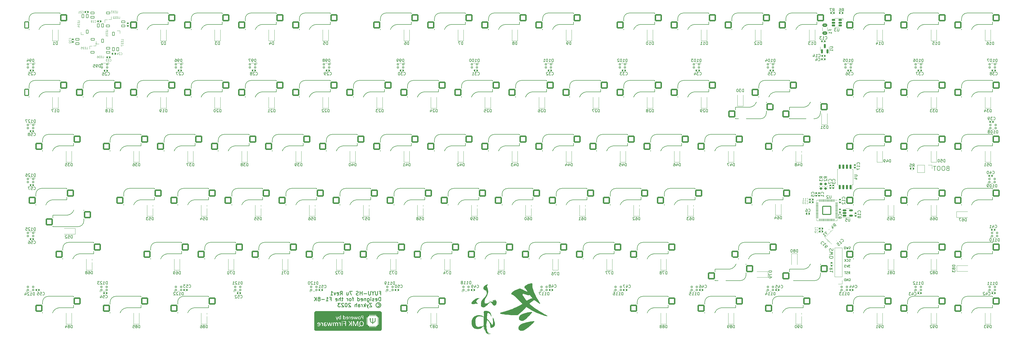
<source format=gbr>
%TF.GenerationSoftware,KiCad,Pcbnew,(6.0.6)*%
%TF.CreationDate,2023-03-24T22:01:14+11:00*%
%TF.ProjectId,fuyu,66757975-2e6b-4696-9361-645f70636258,rev?*%
%TF.SameCoordinates,Original*%
%TF.FileFunction,Legend,Bot*%
%TF.FilePolarity,Positive*%
%FSLAX46Y46*%
G04 Gerber Fmt 4.6, Leading zero omitted, Abs format (unit mm)*
G04 Created by KiCad (PCBNEW (6.0.6)) date 2023-03-24 22:01:14*
%MOMM*%
%LPD*%
G01*
G04 APERTURE LIST*
G04 Aperture macros list*
%AMRoundRect*
0 Rectangle with rounded corners*
0 $1 Rounding radius*
0 $2 $3 $4 $5 $6 $7 $8 $9 X,Y pos of 4 corners*
0 Add a 4 corners polygon primitive as box body*
4,1,4,$2,$3,$4,$5,$6,$7,$8,$9,$2,$3,0*
0 Add four circle primitives for the rounded corners*
1,1,$1+$1,$2,$3*
1,1,$1+$1,$4,$5*
1,1,$1+$1,$6,$7*
1,1,$1+$1,$8,$9*
0 Add four rect primitives between the rounded corners*
20,1,$1+$1,$2,$3,$4,$5,0*
20,1,$1+$1,$4,$5,$6,$7,0*
20,1,$1+$1,$6,$7,$8,$9,0*
20,1,$1+$1,$8,$9,$2,$3,0*%
%AMRotRect*
0 Rectangle, with rotation*
0 The origin of the aperture is its center*
0 $1 length*
0 $2 width*
0 $3 Rotation angle, in degrees counterclockwise*
0 Add horizontal line*
21,1,$1,$2,0,0,$3*%
%AMFreePoly0*
4,1,18,-0.410000,0.593000,-0.403758,0.624380,-0.385983,0.650983,-0.359380,0.668758,-0.328000,0.675000,0.328000,0.675000,0.359380,0.668758,0.385983,0.650983,0.403758,0.624380,0.410000,0.593000,0.410000,-0.593000,0.403758,-0.624380,0.385983,-0.650983,0.359380,-0.668758,0.328000,-0.675000,0.000000,-0.675000,-0.410000,-0.265000,-0.410000,0.593000,-0.410000,0.593000,$1*%
G04 Aperture macros list end*
%ADD10C,0.150000*%
%ADD11C,0.240000*%
%ADD12C,0.160000*%
%ADD13C,0.200000*%
%ADD14C,0.100000*%
%ADD15C,0.120000*%
%ADD16C,3.987800*%
%ADD17C,3.048000*%
%ADD18C,0.650000*%
%ADD19O,1.000000X2.100000*%
%ADD20O,1.000000X1.600000*%
%ADD21RoundRect,0.082000X0.593000X-0.328000X0.593000X0.328000X-0.593000X0.328000X-0.593000X-0.328000X0*%
%ADD22FreePoly0,90.000000*%
%ADD23RoundRect,0.140000X0.140000X0.170000X-0.140000X0.170000X-0.140000X-0.170000X0.140000X-0.170000X0*%
%ADD24RoundRect,0.105000X-0.245000X-0.245000X0.245000X-0.245000X0.245000X0.245000X-0.245000X0.245000X0*%
%ADD25R,1.700000X1.700000*%
%ADD26O,1.700000X1.700000*%
%ADD27RotRect,1.400000X1.200000X45.000000*%
%ADD28R,1.200000X0.900000*%
%ADD29RoundRect,0.140000X-0.140000X-0.170000X0.140000X-0.170000X0.140000X0.170000X-0.140000X0.170000X0*%
%ADD30C,1.750000*%
%ADD31C,3.300000*%
%ADD32RoundRect,0.250000X1.025000X1.000000X-1.025000X1.000000X-1.025000X-1.000000X1.025000X-1.000000X0*%
%ADD33RoundRect,0.140000X0.170000X-0.140000X0.170000X0.140000X-0.170000X0.140000X-0.170000X-0.140000X0*%
%ADD34RoundRect,0.105000X0.245000X0.245000X-0.245000X0.245000X-0.245000X-0.245000X0.245000X-0.245000X0*%
%ADD35RoundRect,0.200000X-0.275000X0.200000X-0.275000X-0.200000X0.275000X-0.200000X0.275000X0.200000X0*%
%ADD36RoundRect,0.150000X-0.512500X-0.150000X0.512500X-0.150000X0.512500X0.150000X-0.512500X0.150000X0*%
%ADD37RoundRect,0.082000X-0.328000X-0.593000X0.328000X-0.593000X0.328000X0.593000X-0.328000X0.593000X0*%
%ADD38FreePoly0,0.000000*%
%ADD39RoundRect,0.150000X0.150000X-0.650000X0.150000X0.650000X-0.150000X0.650000X-0.150000X-0.650000X0*%
%ADD40R,0.900000X1.200000*%
%ADD41RoundRect,0.150000X0.475000X0.150000X-0.475000X0.150000X-0.475000X-0.150000X0.475000X-0.150000X0*%
%ADD42RoundRect,0.135000X-0.135000X-0.185000X0.135000X-0.185000X0.135000X0.185000X-0.135000X0.185000X0*%
%ADD43RoundRect,0.250000X-1.025000X-1.000000X1.025000X-1.000000X1.025000X1.000000X-1.025000X1.000000X0*%
%ADD44RoundRect,0.135000X-0.185000X0.135000X-0.185000X-0.135000X0.185000X-0.135000X0.185000X0.135000X0*%
%ADD45RoundRect,0.050000X0.387500X0.050000X-0.387500X0.050000X-0.387500X-0.050000X0.387500X-0.050000X0*%
%ADD46RoundRect,0.050000X0.050000X0.387500X-0.050000X0.387500X-0.050000X-0.387500X0.050000X-0.387500X0*%
%ADD47RoundRect,0.144000X1.456000X1.456000X-1.456000X1.456000X-1.456000X-1.456000X1.456000X-1.456000X0*%
%ADD48RoundRect,0.135000X0.135000X0.185000X-0.135000X0.185000X-0.135000X-0.185000X0.135000X-0.185000X0*%
%ADD49RoundRect,0.082000X0.328000X0.593000X-0.328000X0.593000X-0.328000X-0.593000X0.328000X-0.593000X0*%
%ADD50FreePoly0,180.000000*%
%ADD51RoundRect,0.140000X0.021213X-0.219203X0.219203X-0.021213X-0.021213X0.219203X-0.219203X0.021213X0*%
%ADD52RoundRect,0.140000X0.219203X0.021213X0.021213X0.219203X-0.219203X-0.021213X-0.021213X-0.219203X0*%
%ADD53RoundRect,0.135000X0.035355X-0.226274X0.226274X-0.035355X-0.035355X0.226274X-0.226274X0.035355X0*%
%ADD54RoundRect,0.171500X0.686000X1.078500X-0.686000X1.078500X-0.686000X-1.078500X0.686000X-1.078500X0*%
%ADD55RoundRect,0.150000X0.150000X-0.587500X0.150000X0.587500X-0.150000X0.587500X-0.150000X-0.587500X0*%
%ADD56RoundRect,0.250000X-0.625000X0.375000X-0.625000X-0.375000X0.625000X-0.375000X0.625000X0.375000X0*%
%ADD57RoundRect,0.140000X-0.170000X0.140000X-0.170000X-0.140000X0.170000X-0.140000X0.170000X0.140000X0*%
%ADD58RoundRect,0.082000X-0.593000X0.328000X-0.593000X-0.328000X0.593000X-0.328000X0.593000X0.328000X0*%
%ADD59FreePoly0,270.000000*%
G04 APERTURE END LIST*
D10*
X283327023Y-80923809D02*
X283212738Y-80961904D01*
X283022261Y-80961904D01*
X282946071Y-80923809D01*
X282907976Y-80885714D01*
X282869880Y-80809523D01*
X282869880Y-80733333D01*
X282907976Y-80657142D01*
X282946071Y-80619047D01*
X283022261Y-80580952D01*
X283174642Y-80542857D01*
X283250833Y-80504761D01*
X283288928Y-80466666D01*
X283327023Y-80390476D01*
X283327023Y-80314285D01*
X283288928Y-80238095D01*
X283250833Y-80200000D01*
X283174642Y-80161904D01*
X282984166Y-80161904D01*
X282869880Y-80200000D01*
X282069880Y-80885714D02*
X282107976Y-80923809D01*
X282222261Y-80961904D01*
X282298452Y-80961904D01*
X282412738Y-80923809D01*
X282488928Y-80847619D01*
X282527023Y-80771428D01*
X282565119Y-80619047D01*
X282565119Y-80504761D01*
X282527023Y-80352380D01*
X282488928Y-80276190D01*
X282412738Y-80200000D01*
X282298452Y-80161904D01*
X282222261Y-80161904D01*
X282107976Y-80200000D01*
X282069880Y-80238095D01*
X281727023Y-80961904D02*
X281727023Y-80161904D01*
X281269880Y-80961904D02*
X281612738Y-80504761D01*
X281269880Y-80161904D02*
X281727023Y-80619047D01*
X282906071Y-87060000D02*
X282982261Y-87021904D01*
X283096547Y-87021904D01*
X283210833Y-87060000D01*
X283287023Y-87136190D01*
X283325119Y-87212380D01*
X283363214Y-87364761D01*
X283363214Y-87479047D01*
X283325119Y-87631428D01*
X283287023Y-87707619D01*
X283210833Y-87783809D01*
X283096547Y-87821904D01*
X283020357Y-87821904D01*
X282906071Y-87783809D01*
X282867976Y-87745714D01*
X282867976Y-87479047D01*
X283020357Y-87479047D01*
X282525119Y-87821904D02*
X282525119Y-87021904D01*
X282067976Y-87821904D01*
X282067976Y-87021904D01*
X281687023Y-87821904D02*
X281687023Y-87021904D01*
X281496547Y-87021904D01*
X281382261Y-87060000D01*
X281306071Y-87136190D01*
X281267976Y-87212380D01*
X281229880Y-87364761D01*
X281229880Y-87479047D01*
X281267976Y-87631428D01*
X281306071Y-87707619D01*
X281382261Y-87783809D01*
X281496547Y-87821904D01*
X281687023Y-87821904D01*
X283341309Y-76543809D02*
X283227023Y-76581904D01*
X283036547Y-76581904D01*
X282960357Y-76543809D01*
X282922261Y-76505714D01*
X282884166Y-76429523D01*
X282884166Y-76353333D01*
X282922261Y-76277142D01*
X282960357Y-76239047D01*
X283036547Y-76200952D01*
X283188928Y-76162857D01*
X283265119Y-76124761D01*
X283303214Y-76086666D01*
X283341309Y-76010476D01*
X283341309Y-75934285D01*
X283303214Y-75858095D01*
X283265119Y-75820000D01*
X283188928Y-75781904D01*
X282998452Y-75781904D01*
X282884166Y-75820000D01*
X282617500Y-75781904D02*
X282427023Y-76581904D01*
X282274642Y-76010476D01*
X282122261Y-76581904D01*
X281931785Y-75781904D01*
X281627023Y-76581904D02*
X281627023Y-75781904D01*
X281436547Y-75781904D01*
X281322261Y-75820000D01*
X281246071Y-75896190D01*
X281207976Y-75972380D01*
X281169880Y-76124761D01*
X281169880Y-76239047D01*
X281207976Y-76391428D01*
X281246071Y-76467619D01*
X281322261Y-76543809D01*
X281436547Y-76581904D01*
X281627023Y-76581904D01*
D11*
X117369892Y-92084142D02*
X117803226Y-92084142D01*
X117803226Y-92765095D02*
X117803226Y-91465095D01*
X117184178Y-91465095D01*
X116688940Y-91465095D02*
X116688940Y-92517476D01*
X116627035Y-92641285D01*
X116565130Y-92703190D01*
X116441321Y-92765095D01*
X116193702Y-92765095D01*
X116069892Y-92703190D01*
X116007988Y-92641285D01*
X115946083Y-92517476D01*
X115946083Y-91465095D01*
X115079416Y-92146047D02*
X115079416Y-92765095D01*
X115512750Y-91465095D02*
X115079416Y-92146047D01*
X114646083Y-91465095D01*
X114212750Y-91465095D02*
X114212750Y-92517476D01*
X114150845Y-92641285D01*
X114088940Y-92703190D01*
X113965130Y-92765095D01*
X113717511Y-92765095D01*
X113593702Y-92703190D01*
X113531797Y-92641285D01*
X113469892Y-92517476D01*
X113469892Y-91465095D01*
X112850845Y-92269857D02*
X111860369Y-92269857D01*
X111241321Y-92765095D02*
X111241321Y-91465095D01*
X111241321Y-92084142D02*
X110498464Y-92084142D01*
X110498464Y-92765095D02*
X110498464Y-91465095D01*
X109941321Y-92703190D02*
X109755607Y-92765095D01*
X109446083Y-92765095D01*
X109322273Y-92703190D01*
X109260369Y-92641285D01*
X109198464Y-92517476D01*
X109198464Y-92393666D01*
X109260369Y-92269857D01*
X109322273Y-92207952D01*
X109446083Y-92146047D01*
X109693702Y-92084142D01*
X109817511Y-92022238D01*
X109879416Y-91960333D01*
X109941321Y-91836523D01*
X109941321Y-91712714D01*
X109879416Y-91588904D01*
X109817511Y-91527000D01*
X109693702Y-91465095D01*
X109384178Y-91465095D01*
X109198464Y-91527000D01*
X107774654Y-91465095D02*
X106907988Y-91465095D01*
X107465130Y-92765095D01*
X105855607Y-91898428D02*
X105855607Y-92765095D01*
X106412750Y-91898428D02*
X106412750Y-92579380D01*
X106350845Y-92703190D01*
X106227035Y-92765095D01*
X106041321Y-92765095D01*
X105917511Y-92703190D01*
X105855607Y-92641285D01*
X103503226Y-92765095D02*
X103936559Y-92146047D01*
X104246083Y-92765095D02*
X104246083Y-91465095D01*
X103750845Y-91465095D01*
X103627035Y-91527000D01*
X103565130Y-91588904D01*
X103503226Y-91712714D01*
X103503226Y-91898428D01*
X103565130Y-92022238D01*
X103627035Y-92084142D01*
X103750845Y-92146047D01*
X104246083Y-92146047D01*
X102450845Y-92703190D02*
X102574654Y-92765095D01*
X102822273Y-92765095D01*
X102946083Y-92703190D01*
X103007988Y-92579380D01*
X103007988Y-92084142D01*
X102946083Y-91960333D01*
X102822273Y-91898428D01*
X102574654Y-91898428D01*
X102450845Y-91960333D01*
X102388940Y-92084142D01*
X102388940Y-92207952D01*
X103007988Y-92331761D01*
X101955607Y-91898428D02*
X101646083Y-92765095D01*
X101336559Y-91898428D01*
X100160369Y-92765095D02*
X100903226Y-92765095D01*
X100531797Y-92765095D02*
X100531797Y-91465095D01*
X100655607Y-91650809D01*
X100779416Y-91774619D01*
X100903226Y-91836523D01*
X117803226Y-94858095D02*
X117803226Y-93558095D01*
X117493702Y-93558095D01*
X117307988Y-93620000D01*
X117184178Y-93743809D01*
X117122273Y-93867619D01*
X117060369Y-94115238D01*
X117060369Y-94300952D01*
X117122273Y-94548571D01*
X117184178Y-94672380D01*
X117307988Y-94796190D01*
X117493702Y-94858095D01*
X117803226Y-94858095D01*
X116007988Y-94796190D02*
X116131797Y-94858095D01*
X116379416Y-94858095D01*
X116503226Y-94796190D01*
X116565130Y-94672380D01*
X116565130Y-94177142D01*
X116503226Y-94053333D01*
X116379416Y-93991428D01*
X116131797Y-93991428D01*
X116007988Y-94053333D01*
X115946083Y-94177142D01*
X115946083Y-94300952D01*
X116565130Y-94424761D01*
X115450845Y-94796190D02*
X115327035Y-94858095D01*
X115079416Y-94858095D01*
X114955607Y-94796190D01*
X114893702Y-94672380D01*
X114893702Y-94610476D01*
X114955607Y-94486666D01*
X115079416Y-94424761D01*
X115265130Y-94424761D01*
X115388940Y-94362857D01*
X115450845Y-94239047D01*
X115450845Y-94177142D01*
X115388940Y-94053333D01*
X115265130Y-93991428D01*
X115079416Y-93991428D01*
X114955607Y-94053333D01*
X114336559Y-94858095D02*
X114336559Y-93991428D01*
X114336559Y-93558095D02*
X114398464Y-93620000D01*
X114336559Y-93681904D01*
X114274654Y-93620000D01*
X114336559Y-93558095D01*
X114336559Y-93681904D01*
X113160369Y-93991428D02*
X113160369Y-95043809D01*
X113222273Y-95167619D01*
X113284178Y-95229523D01*
X113407988Y-95291428D01*
X113593702Y-95291428D01*
X113717511Y-95229523D01*
X113160369Y-94796190D02*
X113284178Y-94858095D01*
X113531797Y-94858095D01*
X113655607Y-94796190D01*
X113717511Y-94734285D01*
X113779416Y-94610476D01*
X113779416Y-94239047D01*
X113717511Y-94115238D01*
X113655607Y-94053333D01*
X113531797Y-93991428D01*
X113284178Y-93991428D01*
X113160369Y-94053333D01*
X112541321Y-93991428D02*
X112541321Y-94858095D01*
X112541321Y-94115238D02*
X112479416Y-94053333D01*
X112355607Y-93991428D01*
X112169892Y-93991428D01*
X112046083Y-94053333D01*
X111984178Y-94177142D01*
X111984178Y-94858095D01*
X110869892Y-94796190D02*
X110993702Y-94858095D01*
X111241321Y-94858095D01*
X111365130Y-94796190D01*
X111427035Y-94672380D01*
X111427035Y-94177142D01*
X111365130Y-94053333D01*
X111241321Y-93991428D01*
X110993702Y-93991428D01*
X110869892Y-94053333D01*
X110807988Y-94177142D01*
X110807988Y-94300952D01*
X111427035Y-94424761D01*
X109693702Y-94858095D02*
X109693702Y-93558095D01*
X109693702Y-94796190D02*
X109817511Y-94858095D01*
X110065130Y-94858095D01*
X110188940Y-94796190D01*
X110250845Y-94734285D01*
X110312750Y-94610476D01*
X110312750Y-94239047D01*
X110250845Y-94115238D01*
X110188940Y-94053333D01*
X110065130Y-93991428D01*
X109817511Y-93991428D01*
X109693702Y-94053333D01*
X108269892Y-93991428D02*
X107774654Y-93991428D01*
X108084178Y-94858095D02*
X108084178Y-93743809D01*
X108022273Y-93620000D01*
X107898464Y-93558095D01*
X107774654Y-93558095D01*
X107155607Y-94858095D02*
X107279416Y-94796190D01*
X107341321Y-94734285D01*
X107403226Y-94610476D01*
X107403226Y-94239047D01*
X107341321Y-94115238D01*
X107279416Y-94053333D01*
X107155607Y-93991428D01*
X106969892Y-93991428D01*
X106846083Y-94053333D01*
X106784178Y-94115238D01*
X106722273Y-94239047D01*
X106722273Y-94610476D01*
X106784178Y-94734285D01*
X106846083Y-94796190D01*
X106969892Y-94858095D01*
X107155607Y-94858095D01*
X106165130Y-94858095D02*
X106165130Y-93991428D01*
X106165130Y-94239047D02*
X106103226Y-94115238D01*
X106041321Y-94053333D01*
X105917511Y-93991428D01*
X105793702Y-93991428D01*
X104555607Y-93991428D02*
X104060369Y-93991428D01*
X104369892Y-93558095D02*
X104369892Y-94672380D01*
X104307988Y-94796190D01*
X104184178Y-94858095D01*
X104060369Y-94858095D01*
X103627035Y-94858095D02*
X103627035Y-93558095D01*
X103069892Y-94858095D02*
X103069892Y-94177142D01*
X103131797Y-94053333D01*
X103255607Y-93991428D01*
X103441321Y-93991428D01*
X103565130Y-94053333D01*
X103627035Y-94115238D01*
X101955607Y-94796190D02*
X102079416Y-94858095D01*
X102327035Y-94858095D01*
X102450845Y-94796190D01*
X102512750Y-94672380D01*
X102512750Y-94177142D01*
X102450845Y-94053333D01*
X102327035Y-93991428D01*
X102079416Y-93991428D01*
X101955607Y-94053333D01*
X101893702Y-94177142D01*
X101893702Y-94300952D01*
X102512750Y-94424761D01*
X99912750Y-94177142D02*
X100346083Y-94177142D01*
X100346083Y-94858095D02*
X100346083Y-93558095D01*
X99727035Y-93558095D01*
X98550845Y-94858095D02*
X99293702Y-94858095D01*
X98922273Y-94858095D02*
X98922273Y-93558095D01*
X99046083Y-93743809D01*
X99169892Y-93867619D01*
X99293702Y-93929523D01*
X97993702Y-94362857D02*
X97003226Y-94362857D01*
X96198464Y-94115238D02*
X96322273Y-94053333D01*
X96384178Y-93991428D01*
X96446083Y-93867619D01*
X96446083Y-93805714D01*
X96384178Y-93681904D01*
X96322273Y-93620000D01*
X96198464Y-93558095D01*
X95950845Y-93558095D01*
X95827035Y-93620000D01*
X95765130Y-93681904D01*
X95703226Y-93805714D01*
X95703226Y-93867619D01*
X95765130Y-93991428D01*
X95827035Y-94053333D01*
X95950845Y-94115238D01*
X96198464Y-94115238D01*
X96322273Y-94177142D01*
X96384178Y-94239047D01*
X96446083Y-94362857D01*
X96446083Y-94610476D01*
X96384178Y-94734285D01*
X96322273Y-94796190D01*
X96198464Y-94858095D01*
X95950845Y-94858095D01*
X95827035Y-94796190D01*
X95765130Y-94734285D01*
X95703226Y-94610476D01*
X95703226Y-94362857D01*
X95765130Y-94239047D01*
X95827035Y-94177142D01*
X95950845Y-94115238D01*
X95146083Y-94858095D02*
X95146083Y-93558095D01*
X94403226Y-94858095D02*
X94960369Y-94115238D01*
X94403226Y-93558095D02*
X95146083Y-94300952D01*
X116750845Y-95960619D02*
X116874654Y-95898714D01*
X117122273Y-95898714D01*
X117246083Y-95960619D01*
X117369892Y-96084428D01*
X117431797Y-96208238D01*
X117431797Y-96455857D01*
X117369892Y-96579666D01*
X117246083Y-96703476D01*
X117122273Y-96765380D01*
X116874654Y-96765380D01*
X116750845Y-96703476D01*
X116998464Y-95465380D02*
X117307988Y-95527285D01*
X117617511Y-95713000D01*
X117803226Y-96022523D01*
X117865130Y-96332047D01*
X117803226Y-96641571D01*
X117617511Y-96951095D01*
X117307988Y-97136809D01*
X116998464Y-97198714D01*
X116688940Y-97136809D01*
X116379416Y-96951095D01*
X116193702Y-96641571D01*
X116131797Y-96332047D01*
X116193702Y-96022523D01*
X116379416Y-95713000D01*
X116688940Y-95527285D01*
X116998464Y-95465380D01*
X114707988Y-95651095D02*
X113841321Y-95651095D01*
X114707988Y-96951095D01*
X113841321Y-96951095D01*
X113469892Y-96084428D02*
X113160369Y-96951095D01*
X112850845Y-96084428D02*
X113160369Y-96951095D01*
X113284178Y-97260619D01*
X113346083Y-97322523D01*
X113469892Y-97384428D01*
X112355607Y-96951095D02*
X112355607Y-95651095D01*
X112231797Y-96455857D02*
X111860369Y-96951095D01*
X111860369Y-96084428D02*
X112355607Y-96579666D01*
X111303226Y-96951095D02*
X111303226Y-96084428D01*
X111303226Y-96332047D02*
X111241321Y-96208238D01*
X111179416Y-96146333D01*
X111055607Y-96084428D01*
X110931797Y-96084428D01*
X109941321Y-96951095D02*
X109941321Y-96270142D01*
X110003226Y-96146333D01*
X110127035Y-96084428D01*
X110374654Y-96084428D01*
X110498464Y-96146333D01*
X109941321Y-96889190D02*
X110065130Y-96951095D01*
X110374654Y-96951095D01*
X110498464Y-96889190D01*
X110560369Y-96765380D01*
X110560369Y-96641571D01*
X110498464Y-96517761D01*
X110374654Y-96455857D01*
X110065130Y-96455857D01*
X109941321Y-96393952D01*
X109322273Y-96951095D02*
X109322273Y-95651095D01*
X108765130Y-96951095D02*
X108765130Y-96270142D01*
X108827035Y-96146333D01*
X108950845Y-96084428D01*
X109136559Y-96084428D01*
X109260369Y-96146333D01*
X109322273Y-96208238D01*
X107217511Y-95774904D02*
X107155607Y-95713000D01*
X107031797Y-95651095D01*
X106722273Y-95651095D01*
X106598464Y-95713000D01*
X106536559Y-95774904D01*
X106474654Y-95898714D01*
X106474654Y-96022523D01*
X106536559Y-96208238D01*
X107279416Y-96951095D01*
X106474654Y-96951095D01*
X105669892Y-95651095D02*
X105546083Y-95651095D01*
X105422273Y-95713000D01*
X105360369Y-95774904D01*
X105298464Y-95898714D01*
X105236559Y-96146333D01*
X105236559Y-96455857D01*
X105298464Y-96703476D01*
X105360369Y-96827285D01*
X105422273Y-96889190D01*
X105546083Y-96951095D01*
X105669892Y-96951095D01*
X105793702Y-96889190D01*
X105855607Y-96827285D01*
X105917511Y-96703476D01*
X105979416Y-96455857D01*
X105979416Y-96146333D01*
X105917511Y-95898714D01*
X105855607Y-95774904D01*
X105793702Y-95713000D01*
X105669892Y-95651095D01*
X104741321Y-95774904D02*
X104679416Y-95713000D01*
X104555607Y-95651095D01*
X104246083Y-95651095D01*
X104122273Y-95713000D01*
X104060369Y-95774904D01*
X103998464Y-95898714D01*
X103998464Y-96022523D01*
X104060369Y-96208238D01*
X104803226Y-96951095D01*
X103998464Y-96951095D01*
X103565130Y-95651095D02*
X102760369Y-95651095D01*
X103193702Y-96146333D01*
X103007988Y-96146333D01*
X102884178Y-96208238D01*
X102822273Y-96270142D01*
X102760369Y-96393952D01*
X102760369Y-96703476D01*
X102822273Y-96827285D01*
X102884178Y-96889190D01*
X103007988Y-96951095D01*
X103379416Y-96951095D01*
X103503226Y-96889190D01*
X103565130Y-96827285D01*
D10*
X282731309Y-85341904D02*
X282997976Y-84960952D01*
X283188452Y-85341904D02*
X283188452Y-84541904D01*
X282883690Y-84541904D01*
X282807500Y-84580000D01*
X282769404Y-84618095D01*
X282731309Y-84694285D01*
X282731309Y-84808571D01*
X282769404Y-84884761D01*
X282807500Y-84922857D01*
X282883690Y-84960952D01*
X283188452Y-84960952D01*
X282426547Y-85303809D02*
X282312261Y-85341904D01*
X282121785Y-85341904D01*
X282045595Y-85303809D01*
X282007500Y-85265714D01*
X281969404Y-85189523D01*
X281969404Y-85113333D01*
X282007500Y-85037142D01*
X282045595Y-84999047D01*
X282121785Y-84960952D01*
X282274166Y-84922857D01*
X282350357Y-84884761D01*
X282388452Y-84846666D01*
X282426547Y-84770476D01*
X282426547Y-84694285D01*
X282388452Y-84618095D01*
X282350357Y-84580000D01*
X282274166Y-84541904D01*
X282083690Y-84541904D01*
X281969404Y-84580000D01*
X281740833Y-84541904D02*
X281283690Y-84541904D01*
X281512261Y-85341904D02*
X281512261Y-84541904D01*
D12*
X277206190Y-76365714D02*
X277268095Y-76551428D01*
X277268095Y-76860952D01*
X277206190Y-76984761D01*
X277144285Y-77046666D01*
X277020476Y-77108571D01*
X276896666Y-77108571D01*
X276772857Y-77046666D01*
X276710952Y-76984761D01*
X276649047Y-76860952D01*
X276587142Y-76613333D01*
X276525238Y-76489523D01*
X276463333Y-76427619D01*
X276339523Y-76365714D01*
X276215714Y-76365714D01*
X276091904Y-76427619D01*
X276030000Y-76489523D01*
X275968095Y-76613333D01*
X275968095Y-76922857D01*
X276030000Y-77108571D01*
X275968095Y-77541904D02*
X277268095Y-77851428D01*
X276339523Y-78099047D01*
X277268095Y-78346666D01*
X275968095Y-78656190D01*
X277268095Y-79151428D02*
X275968095Y-79151428D01*
X275968095Y-79460952D01*
X276030000Y-79646666D01*
X276153809Y-79770476D01*
X276277619Y-79832380D01*
X276525238Y-79894285D01*
X276710952Y-79894285D01*
X276958571Y-79832380D01*
X277082380Y-79770476D01*
X277206190Y-79646666D01*
X277268095Y-79460952D01*
X277268095Y-79151428D01*
D10*
X283262738Y-82221904D02*
X282767500Y-82221904D01*
X283034166Y-82526666D01*
X282919880Y-82526666D01*
X282843690Y-82564761D01*
X282805595Y-82602857D01*
X282767500Y-82679047D01*
X282767500Y-82869523D01*
X282805595Y-82945714D01*
X282843690Y-82983809D01*
X282919880Y-83021904D01*
X283148452Y-83021904D01*
X283224642Y-82983809D01*
X283262738Y-82945714D01*
X282538928Y-82221904D02*
X282272261Y-83021904D01*
X282005595Y-82221904D01*
X281815119Y-82221904D02*
X281319880Y-82221904D01*
X281586547Y-82526666D01*
X281472261Y-82526666D01*
X281396071Y-82564761D01*
X281357976Y-82602857D01*
X281319880Y-82679047D01*
X281319880Y-82869523D01*
X281357976Y-82945714D01*
X281396071Y-82983809D01*
X281472261Y-83021904D01*
X281700833Y-83021904D01*
X281777023Y-82983809D01*
X281815119Y-82945714D01*
D13*
X317622857Y-48047857D02*
X317398571Y-48122619D01*
X317323809Y-48197380D01*
X317249047Y-48346904D01*
X317249047Y-48571190D01*
X317323809Y-48720714D01*
X317398571Y-48795476D01*
X317548095Y-48870238D01*
X318146190Y-48870238D01*
X318146190Y-47300238D01*
X317622857Y-47300238D01*
X317473333Y-47375000D01*
X317398571Y-47449761D01*
X317323809Y-47599285D01*
X317323809Y-47748809D01*
X317398571Y-47898333D01*
X317473333Y-47973095D01*
X317622857Y-48047857D01*
X318146190Y-48047857D01*
X316277142Y-47300238D02*
X315978095Y-47300238D01*
X315828571Y-47375000D01*
X315679047Y-47524523D01*
X315604285Y-47823571D01*
X315604285Y-48346904D01*
X315679047Y-48645952D01*
X315828571Y-48795476D01*
X315978095Y-48870238D01*
X316277142Y-48870238D01*
X316426666Y-48795476D01*
X316576190Y-48645952D01*
X316650952Y-48346904D01*
X316650952Y-47823571D01*
X316576190Y-47524523D01*
X316426666Y-47375000D01*
X316277142Y-47300238D01*
X314632380Y-47300238D02*
X314333333Y-47300238D01*
X314183809Y-47375000D01*
X314034285Y-47524523D01*
X313959523Y-47823571D01*
X313959523Y-48346904D01*
X314034285Y-48645952D01*
X314183809Y-48795476D01*
X314333333Y-48870238D01*
X314632380Y-48870238D01*
X314781904Y-48795476D01*
X314931428Y-48645952D01*
X315006190Y-48346904D01*
X315006190Y-47823571D01*
X314931428Y-47524523D01*
X314781904Y-47375000D01*
X314632380Y-47300238D01*
X313510952Y-47300238D02*
X312613809Y-47300238D01*
X313062380Y-48870238D02*
X313062380Y-47300238D01*
D14*
%TO.C,LED3*%
X24775000Y6803334D02*
X25108333Y6803334D01*
X25108333Y7503334D01*
X24541666Y7170000D02*
X24308333Y7170000D01*
X24208333Y6803334D02*
X24541666Y6803334D01*
X24541666Y7503334D01*
X24208333Y7503334D01*
X23908333Y6803334D02*
X23908333Y7503334D01*
X23741666Y7503334D01*
X23641666Y7470000D01*
X23575000Y7403334D01*
X23541666Y7336667D01*
X23508333Y7203334D01*
X23508333Y7103334D01*
X23541666Y6970000D01*
X23575000Y6903334D01*
X23641666Y6836667D01*
X23741666Y6803334D01*
X23908333Y6803334D01*
X23275000Y7503334D02*
X22841666Y7503334D01*
X23075000Y7236667D01*
X22975000Y7236667D01*
X22908333Y7203334D01*
X22875000Y7170000D01*
X22841666Y7103334D01*
X22841666Y6936667D01*
X22875000Y6870000D01*
X22908333Y6836667D01*
X22975000Y6803334D01*
X23175000Y6803334D01*
X23241666Y6836667D01*
X23275000Y6870000D01*
D10*
%TO.C,C41*%
X334332857Y-69007142D02*
X334380476Y-69054761D01*
X334523333Y-69102380D01*
X334618571Y-69102380D01*
X334761428Y-69054761D01*
X334856666Y-68959523D01*
X334904285Y-68864285D01*
X334951904Y-68673809D01*
X334951904Y-68530952D01*
X334904285Y-68340476D01*
X334856666Y-68245238D01*
X334761428Y-68150000D01*
X334618571Y-68102380D01*
X334523333Y-68102380D01*
X334380476Y-68150000D01*
X334332857Y-68197619D01*
X333475714Y-68435714D02*
X333475714Y-69102380D01*
X333713809Y-68054761D02*
X333951904Y-68769047D01*
X333332857Y-68769047D01*
X332428095Y-69102380D02*
X332999523Y-69102380D01*
X332713809Y-69102380D02*
X332713809Y-68102380D01*
X332809047Y-68245238D01*
X332904285Y-68340476D01*
X332999523Y-68388095D01*
%TO.C,D108*%
X335290476Y-35682380D02*
X335290476Y-34682380D01*
X335052380Y-34682380D01*
X334909523Y-34730000D01*
X334814285Y-34825238D01*
X334766666Y-34920476D01*
X334719047Y-35110952D01*
X334719047Y-35253809D01*
X334766666Y-35444285D01*
X334814285Y-35539523D01*
X334909523Y-35634761D01*
X335052380Y-35682380D01*
X335290476Y-35682380D01*
X333766666Y-35682380D02*
X334338095Y-35682380D01*
X334052380Y-35682380D02*
X334052380Y-34682380D01*
X334147619Y-34825238D01*
X334242857Y-34920476D01*
X334338095Y-34968095D01*
X333147619Y-34682380D02*
X333052380Y-34682380D01*
X332957142Y-34730000D01*
X332909523Y-34777619D01*
X332861904Y-34872857D01*
X332814285Y-35063333D01*
X332814285Y-35301428D01*
X332861904Y-35491904D01*
X332909523Y-35587142D01*
X332957142Y-35634761D01*
X333052380Y-35682380D01*
X333147619Y-35682380D01*
X333242857Y-35634761D01*
X333290476Y-35587142D01*
X333338095Y-35491904D01*
X333385714Y-35301428D01*
X333385714Y-35063333D01*
X333338095Y-34872857D01*
X333290476Y-34777619D01*
X333242857Y-34730000D01*
X333147619Y-34682380D01*
X332242857Y-35110952D02*
X332338095Y-35063333D01*
X332385714Y-35015714D01*
X332433333Y-34920476D01*
X332433333Y-34872857D01*
X332385714Y-34777619D01*
X332338095Y-34730000D01*
X332242857Y-34682380D01*
X332052380Y-34682380D01*
X331957142Y-34730000D01*
X331909523Y-34777619D01*
X331861904Y-34872857D01*
X331861904Y-34920476D01*
X331909523Y-35015714D01*
X331957142Y-35063333D01*
X332052380Y-35110952D01*
X332242857Y-35110952D01*
X332338095Y-35158571D01*
X332385714Y-35206190D01*
X332433333Y-35301428D01*
X332433333Y-35491904D01*
X332385714Y-35587142D01*
X332338095Y-35634761D01*
X332242857Y-35682380D01*
X332052380Y-35682380D01*
X331957142Y-35634761D01*
X331909523Y-35587142D01*
X331861904Y-35491904D01*
X331861904Y-35301428D01*
X331909523Y-35206190D01*
X331957142Y-35158571D01*
X332052380Y-35110952D01*
%TO.C,Y1*%
X274779841Y-70928594D02*
X275116559Y-71265312D01*
X274645154Y-70322503D02*
X274779841Y-70928594D01*
X274173750Y-70793907D01*
X274274765Y-72107105D02*
X274678826Y-71703044D01*
X274476795Y-71905075D02*
X273769689Y-71197968D01*
X273938047Y-71231640D01*
X274072734Y-71231640D01*
X274173750Y-71197968D01*
%TO.C,D38*%
X71064285Y-47283630D02*
X71064285Y-46283630D01*
X70826190Y-46283630D01*
X70683333Y-46331250D01*
X70588095Y-46426488D01*
X70540476Y-46521726D01*
X70492857Y-46712202D01*
X70492857Y-46855059D01*
X70540476Y-47045535D01*
X70588095Y-47140773D01*
X70683333Y-47236011D01*
X70826190Y-47283630D01*
X71064285Y-47283630D01*
X70159523Y-46283630D02*
X69540476Y-46283630D01*
X69873809Y-46664583D01*
X69730952Y-46664583D01*
X69635714Y-46712202D01*
X69588095Y-46759821D01*
X69540476Y-46855059D01*
X69540476Y-47093154D01*
X69588095Y-47188392D01*
X69635714Y-47236011D01*
X69730952Y-47283630D01*
X70016666Y-47283630D01*
X70111904Y-47236011D01*
X70159523Y-47188392D01*
X68969047Y-46712202D02*
X69064285Y-46664583D01*
X69111904Y-46616964D01*
X69159523Y-46521726D01*
X69159523Y-46474107D01*
X69111904Y-46378869D01*
X69064285Y-46331250D01*
X68969047Y-46283630D01*
X68778571Y-46283630D01*
X68683333Y-46331250D01*
X68635714Y-46378869D01*
X68588095Y-46474107D01*
X68588095Y-46521726D01*
X68635714Y-46616964D01*
X68683333Y-46664583D01*
X68778571Y-46712202D01*
X68969047Y-46712202D01*
X69064285Y-46759821D01*
X69111904Y-46807440D01*
X69159523Y-46902678D01*
X69159523Y-47093154D01*
X69111904Y-47188392D01*
X69064285Y-47236011D01*
X68969047Y-47283630D01*
X68778571Y-47283630D01*
X68683333Y-47236011D01*
X68635714Y-47188392D01*
X68588095Y-47093154D01*
X68588095Y-46902678D01*
X68635714Y-46807440D01*
X68683333Y-46759821D01*
X68778571Y-46712202D01*
%TO.C,C33*%
X204142857Y-15067142D02*
X204190476Y-15114761D01*
X204333333Y-15162380D01*
X204428571Y-15162380D01*
X204571428Y-15114761D01*
X204666666Y-15019523D01*
X204714285Y-14924285D01*
X204761904Y-14733809D01*
X204761904Y-14590952D01*
X204714285Y-14400476D01*
X204666666Y-14305238D01*
X204571428Y-14210000D01*
X204428571Y-14162380D01*
X204333333Y-14162380D01*
X204190476Y-14210000D01*
X204142857Y-14257619D01*
X203809523Y-14162380D02*
X203190476Y-14162380D01*
X203523809Y-14543333D01*
X203380952Y-14543333D01*
X203285714Y-14590952D01*
X203238095Y-14638571D01*
X203190476Y-14733809D01*
X203190476Y-14971904D01*
X203238095Y-15067142D01*
X203285714Y-15114761D01*
X203380952Y-15162380D01*
X203666666Y-15162380D01*
X203761904Y-15114761D01*
X203809523Y-15067142D01*
X202857142Y-14162380D02*
X202238095Y-14162380D01*
X202571428Y-14543333D01*
X202428571Y-14543333D01*
X202333333Y-14590952D01*
X202285714Y-14638571D01*
X202238095Y-14733809D01*
X202238095Y-14971904D01*
X202285714Y-15067142D01*
X202333333Y-15114761D01*
X202428571Y-15162380D01*
X202714285Y-15162380D01*
X202809523Y-15114761D01*
X202857142Y-15067142D01*
%TO.C,C45*%
X258902857Y-90227142D02*
X258950476Y-90274761D01*
X259093333Y-90322380D01*
X259188571Y-90322380D01*
X259331428Y-90274761D01*
X259426666Y-90179523D01*
X259474285Y-90084285D01*
X259521904Y-89893809D01*
X259521904Y-89750952D01*
X259474285Y-89560476D01*
X259426666Y-89465238D01*
X259331428Y-89370000D01*
X259188571Y-89322380D01*
X259093333Y-89322380D01*
X258950476Y-89370000D01*
X258902857Y-89417619D01*
X258045714Y-89655714D02*
X258045714Y-90322380D01*
X258283809Y-89274761D02*
X258521904Y-89989047D01*
X257902857Y-89989047D01*
X257045714Y-89322380D02*
X257521904Y-89322380D01*
X257569523Y-89798571D01*
X257521904Y-89750952D01*
X257426666Y-89703333D01*
X257188571Y-89703333D01*
X257093333Y-89750952D01*
X257045714Y-89798571D01*
X256998095Y-89893809D01*
X256998095Y-90131904D01*
X257045714Y-90227142D01*
X257093333Y-90274761D01*
X257188571Y-90322380D01*
X257426666Y-90322380D01*
X257521904Y-90274761D01*
X257569523Y-90227142D01*
%TO.C,D14*%
X294901785Y-4421130D02*
X294901785Y-3421130D01*
X294663690Y-3421130D01*
X294520833Y-3468750D01*
X294425595Y-3563988D01*
X294377976Y-3659226D01*
X294330357Y-3849702D01*
X294330357Y-3992559D01*
X294377976Y-4183035D01*
X294425595Y-4278273D01*
X294520833Y-4373511D01*
X294663690Y-4421130D01*
X294901785Y-4421130D01*
X293377976Y-4421130D02*
X293949404Y-4421130D01*
X293663690Y-4421130D02*
X293663690Y-3421130D01*
X293758928Y-3563988D01*
X293854166Y-3659226D01*
X293949404Y-3706845D01*
X292520833Y-3754464D02*
X292520833Y-4421130D01*
X292758928Y-3373511D02*
X292997023Y-4087797D01*
X292377976Y-4087797D01*
D15*
%TO.C,C9*%
X271575833Y-70779322D02*
X271613928Y-70817417D01*
X271728214Y-70855512D01*
X271804404Y-70855512D01*
X271918690Y-70817417D01*
X271994880Y-70741227D01*
X272032976Y-70665036D01*
X272071071Y-70512655D01*
X272071071Y-70398369D01*
X272032976Y-70245988D01*
X271994880Y-70169798D01*
X271918690Y-70093608D01*
X271804404Y-70055512D01*
X271728214Y-70055512D01*
X271613928Y-70093608D01*
X271575833Y-70131703D01*
X271194880Y-70855512D02*
X271042500Y-70855512D01*
X270966309Y-70817417D01*
X270928214Y-70779322D01*
X270852023Y-70665036D01*
X270813928Y-70512655D01*
X270813928Y-70207893D01*
X270852023Y-70131703D01*
X270890119Y-70093608D01*
X270966309Y-70055512D01*
X271118690Y-70055512D01*
X271194880Y-70093608D01*
X271232976Y-70131703D01*
X271271071Y-70207893D01*
X271271071Y-70398369D01*
X271232976Y-70474560D01*
X271194880Y-70512655D01*
X271118690Y-70550750D01*
X270966309Y-70550750D01*
X270890119Y-70512655D01*
X270852023Y-70474560D01*
X270813928Y-70398369D01*
D10*
%TO.C,D8*%
X165838095Y-4421130D02*
X165838095Y-3421130D01*
X165600000Y-3421130D01*
X165457142Y-3468750D01*
X165361904Y-3563988D01*
X165314285Y-3659226D01*
X165266666Y-3849702D01*
X165266666Y-3992559D01*
X165314285Y-4183035D01*
X165361904Y-4278273D01*
X165457142Y-4373511D01*
X165600000Y-4421130D01*
X165838095Y-4421130D01*
X164695238Y-3849702D02*
X164790476Y-3802083D01*
X164838095Y-3754464D01*
X164885714Y-3659226D01*
X164885714Y-3611607D01*
X164838095Y-3516369D01*
X164790476Y-3468750D01*
X164695238Y-3421130D01*
X164504761Y-3421130D01*
X164409523Y-3468750D01*
X164361904Y-3516369D01*
X164314285Y-3611607D01*
X164314285Y-3659226D01*
X164361904Y-3754464D01*
X164409523Y-3802083D01*
X164504761Y-3849702D01*
X164695238Y-3849702D01*
X164790476Y-3897321D01*
X164838095Y-3944940D01*
X164885714Y-4040178D01*
X164885714Y-4230654D01*
X164838095Y-4325892D01*
X164790476Y-4373511D01*
X164695238Y-4421130D01*
X164504761Y-4421130D01*
X164409523Y-4373511D01*
X164361904Y-4325892D01*
X164314285Y-4230654D01*
X164314285Y-4040178D01*
X164361904Y-3944940D01*
X164409523Y-3897321D01*
X164504761Y-3849702D01*
%TO.C,D115*%
X230037514Y-92839880D02*
X230037514Y-91839880D01*
X229799418Y-91839880D01*
X229656561Y-91887500D01*
X229561323Y-91982738D01*
X229513704Y-92077976D01*
X229466085Y-92268452D01*
X229466085Y-92411309D01*
X229513704Y-92601785D01*
X229561323Y-92697023D01*
X229656561Y-92792261D01*
X229799418Y-92839880D01*
X230037514Y-92839880D01*
X228513704Y-92839880D02*
X229085133Y-92839880D01*
X228799418Y-92839880D02*
X228799418Y-91839880D01*
X228894657Y-91982738D01*
X228989895Y-92077976D01*
X229085133Y-92125595D01*
X227561323Y-92839880D02*
X228132752Y-92839880D01*
X227847038Y-92839880D02*
X227847038Y-91839880D01*
X227942276Y-91982738D01*
X228037514Y-92077976D01*
X228132752Y-92125595D01*
X226656561Y-91839880D02*
X227132752Y-91839880D01*
X227180371Y-92316071D01*
X227132752Y-92268452D01*
X227037514Y-92220833D01*
X226799418Y-92220833D01*
X226704180Y-92268452D01*
X226656561Y-92316071D01*
X226608942Y-92411309D01*
X226608942Y-92649404D01*
X226656561Y-92744642D01*
X226704180Y-92792261D01*
X226799418Y-92839880D01*
X227037514Y-92839880D01*
X227132752Y-92792261D01*
X227180371Y-92744642D01*
%TO.C,C3*%
X277884334Y-52550833D02*
X277931953Y-52503214D01*
X277979572Y-52360357D01*
X277979572Y-52265119D01*
X277931953Y-52122261D01*
X277836715Y-52027023D01*
X277741477Y-51979404D01*
X277551001Y-51931785D01*
X277408144Y-51931785D01*
X277217668Y-51979404D01*
X277122430Y-52027023D01*
X277027192Y-52122261D01*
X276979572Y-52265119D01*
X276979572Y-52360357D01*
X277027192Y-52503214D01*
X277074811Y-52550833D01*
X276979572Y-52884166D02*
X276979572Y-53503214D01*
X277360525Y-53169880D01*
X277360525Y-53312738D01*
X277408144Y-53407976D01*
X277455763Y-53455595D01*
X277551001Y-53503214D01*
X277789096Y-53503214D01*
X277884334Y-53455595D01*
X277931953Y-53407976D01*
X277979572Y-53312738D01*
X277979572Y-53027023D01*
X277931953Y-52931785D01*
X277884334Y-52884166D01*
%TO.C,D95*%
X19044285Y-12402380D02*
X19044285Y-11402380D01*
X18806190Y-11402380D01*
X18663333Y-11450000D01*
X18568095Y-11545238D01*
X18520476Y-11640476D01*
X18472857Y-11830952D01*
X18472857Y-11973809D01*
X18520476Y-12164285D01*
X18568095Y-12259523D01*
X18663333Y-12354761D01*
X18806190Y-12402380D01*
X19044285Y-12402380D01*
X17996666Y-12402380D02*
X17806190Y-12402380D01*
X17710952Y-12354761D01*
X17663333Y-12307142D01*
X17568095Y-12164285D01*
X17520476Y-11973809D01*
X17520476Y-11592857D01*
X17568095Y-11497619D01*
X17615714Y-11450000D01*
X17710952Y-11402380D01*
X17901428Y-11402380D01*
X17996666Y-11450000D01*
X18044285Y-11497619D01*
X18091904Y-11592857D01*
X18091904Y-11830952D01*
X18044285Y-11926190D01*
X17996666Y-11973809D01*
X17901428Y-12021428D01*
X17710952Y-12021428D01*
X17615714Y-11973809D01*
X17568095Y-11926190D01*
X17520476Y-11830952D01*
X16615714Y-11402380D02*
X17091904Y-11402380D01*
X17139523Y-11878571D01*
X17091904Y-11830952D01*
X16996666Y-11783333D01*
X16758571Y-11783333D01*
X16663333Y-11830952D01*
X16615714Y-11878571D01*
X16568095Y-11973809D01*
X16568095Y-12211904D01*
X16615714Y-12307142D01*
X16663333Y-12354761D01*
X16758571Y-12402380D01*
X16996666Y-12402380D01*
X17091904Y-12354761D01*
X17139523Y-12307142D01*
D15*
%TO.C,C2*%
X271585833Y-69639322D02*
X271623928Y-69677417D01*
X271738214Y-69715512D01*
X271814404Y-69715512D01*
X271928690Y-69677417D01*
X272004880Y-69601227D01*
X272042976Y-69525036D01*
X272081071Y-69372655D01*
X272081071Y-69258369D01*
X272042976Y-69105988D01*
X272004880Y-69029798D01*
X271928690Y-68953608D01*
X271814404Y-68915512D01*
X271738214Y-68915512D01*
X271623928Y-68953608D01*
X271585833Y-68991703D01*
X271281071Y-68991703D02*
X271242976Y-68953608D01*
X271166785Y-68915512D01*
X270976309Y-68915512D01*
X270900119Y-68953608D01*
X270862023Y-68991703D01*
X270823928Y-69067893D01*
X270823928Y-69144084D01*
X270862023Y-69258369D01*
X271319166Y-69715512D01*
X270823928Y-69715512D01*
%TO.C,C11*%
X268004285Y-59349322D02*
X268042380Y-59387417D01*
X268156666Y-59425512D01*
X268232857Y-59425512D01*
X268347142Y-59387417D01*
X268423333Y-59311227D01*
X268461428Y-59235036D01*
X268499523Y-59082655D01*
X268499523Y-58968369D01*
X268461428Y-58815988D01*
X268423333Y-58739798D01*
X268347142Y-58663608D01*
X268232857Y-58625512D01*
X268156666Y-58625512D01*
X268042380Y-58663608D01*
X268004285Y-58701703D01*
X267242380Y-59425512D02*
X267699523Y-59425512D01*
X267470952Y-59425512D02*
X267470952Y-58625512D01*
X267547142Y-58739798D01*
X267623333Y-58815988D01*
X267699523Y-58854084D01*
X266480476Y-59425512D02*
X266937619Y-59425512D01*
X266709047Y-59425512D02*
X266709047Y-58625512D01*
X266785238Y-58739798D01*
X266861428Y-58815988D01*
X266937619Y-58854084D01*
D10*
%TO.C,C35*%
X256292857Y-15057142D02*
X256340476Y-15104761D01*
X256483333Y-15152380D01*
X256578571Y-15152380D01*
X256721428Y-15104761D01*
X256816666Y-15009523D01*
X256864285Y-14914285D01*
X256911904Y-14723809D01*
X256911904Y-14580952D01*
X256864285Y-14390476D01*
X256816666Y-14295238D01*
X256721428Y-14200000D01*
X256578571Y-14152380D01*
X256483333Y-14152380D01*
X256340476Y-14200000D01*
X256292857Y-14247619D01*
X255959523Y-14152380D02*
X255340476Y-14152380D01*
X255673809Y-14533333D01*
X255530952Y-14533333D01*
X255435714Y-14580952D01*
X255388095Y-14628571D01*
X255340476Y-14723809D01*
X255340476Y-14961904D01*
X255388095Y-15057142D01*
X255435714Y-15104761D01*
X255530952Y-15152380D01*
X255816666Y-15152380D01*
X255911904Y-15104761D01*
X255959523Y-15057142D01*
X254435714Y-14152380D02*
X254911904Y-14152380D01*
X254959523Y-14628571D01*
X254911904Y-14580952D01*
X254816666Y-14533333D01*
X254578571Y-14533333D01*
X254483333Y-14580952D01*
X254435714Y-14628571D01*
X254388095Y-14723809D01*
X254388095Y-14961904D01*
X254435714Y-15057142D01*
X254483333Y-15104761D01*
X254578571Y-15152380D01*
X254816666Y-15152380D01*
X254911904Y-15104761D01*
X254959523Y-15057142D01*
%TO.C,D44*%
X185364285Y-47283630D02*
X185364285Y-46283630D01*
X185126190Y-46283630D01*
X184983333Y-46331250D01*
X184888095Y-46426488D01*
X184840476Y-46521726D01*
X184792857Y-46712202D01*
X184792857Y-46855059D01*
X184840476Y-47045535D01*
X184888095Y-47140773D01*
X184983333Y-47236011D01*
X185126190Y-47283630D01*
X185364285Y-47283630D01*
X183935714Y-46616964D02*
X183935714Y-47283630D01*
X184173809Y-46236011D02*
X184411904Y-46950297D01*
X183792857Y-46950297D01*
X182983333Y-46616964D02*
X182983333Y-47283630D01*
X183221428Y-46236011D02*
X183459523Y-46950297D01*
X182840476Y-46950297D01*
%TO.C,D41*%
X128214285Y-47283630D02*
X128214285Y-46283630D01*
X127976190Y-46283630D01*
X127833333Y-46331250D01*
X127738095Y-46426488D01*
X127690476Y-46521726D01*
X127642857Y-46712202D01*
X127642857Y-46855059D01*
X127690476Y-47045535D01*
X127738095Y-47140773D01*
X127833333Y-47236011D01*
X127976190Y-47283630D01*
X128214285Y-47283630D01*
X126785714Y-46616964D02*
X126785714Y-47283630D01*
X127023809Y-46236011D02*
X127261904Y-46950297D01*
X126642857Y-46950297D01*
X125738095Y-47283630D02*
X126309523Y-47283630D01*
X126023809Y-47283630D02*
X126023809Y-46283630D01*
X126119047Y-46426488D01*
X126214285Y-46521726D01*
X126309523Y-46569345D01*
%TO.C,D65*%
X298870535Y-66333630D02*
X298870535Y-65333630D01*
X298632440Y-65333630D01*
X298489583Y-65381250D01*
X298394345Y-65476488D01*
X298346726Y-65571726D01*
X298299107Y-65762202D01*
X298299107Y-65905059D01*
X298346726Y-66095535D01*
X298394345Y-66190773D01*
X298489583Y-66286011D01*
X298632440Y-66333630D01*
X298870535Y-66333630D01*
X297441964Y-65333630D02*
X297632440Y-65333630D01*
X297727678Y-65381250D01*
X297775297Y-65428869D01*
X297870535Y-65571726D01*
X297918154Y-65762202D01*
X297918154Y-66143154D01*
X297870535Y-66238392D01*
X297822916Y-66286011D01*
X297727678Y-66333630D01*
X297537202Y-66333630D01*
X297441964Y-66286011D01*
X297394345Y-66238392D01*
X297346726Y-66143154D01*
X297346726Y-65905059D01*
X297394345Y-65809821D01*
X297441964Y-65762202D01*
X297537202Y-65714583D01*
X297727678Y-65714583D01*
X297822916Y-65762202D01*
X297870535Y-65809821D01*
X297918154Y-65905059D01*
X296441964Y-65333630D02*
X296918154Y-65333630D01*
X296965773Y-65809821D01*
X296918154Y-65762202D01*
X296822916Y-65714583D01*
X296584821Y-65714583D01*
X296489583Y-65762202D01*
X296441964Y-65809821D01*
X296394345Y-65905059D01*
X296394345Y-66143154D01*
X296441964Y-66238392D01*
X296489583Y-66286011D01*
X296584821Y-66333630D01*
X296822916Y-66333630D01*
X296918154Y-66286011D01*
X296965773Y-66238392D01*
%TO.C,D18*%
X23439285Y-28233630D02*
X23439285Y-27233630D01*
X23201190Y-27233630D01*
X23058333Y-27281250D01*
X22963095Y-27376488D01*
X22915476Y-27471726D01*
X22867857Y-27662202D01*
X22867857Y-27805059D01*
X22915476Y-27995535D01*
X22963095Y-28090773D01*
X23058333Y-28186011D01*
X23201190Y-28233630D01*
X23439285Y-28233630D01*
X21915476Y-28233630D02*
X22486904Y-28233630D01*
X22201190Y-28233630D02*
X22201190Y-27233630D01*
X22296428Y-27376488D01*
X22391666Y-27471726D01*
X22486904Y-27519345D01*
X21344047Y-27662202D02*
X21439285Y-27614583D01*
X21486904Y-27566964D01*
X21534523Y-27471726D01*
X21534523Y-27424107D01*
X21486904Y-27328869D01*
X21439285Y-27281250D01*
X21344047Y-27233630D01*
X21153571Y-27233630D01*
X21058333Y-27281250D01*
X21010714Y-27328869D01*
X20963095Y-27424107D01*
X20963095Y-27471726D01*
X21010714Y-27566964D01*
X21058333Y-27614583D01*
X21153571Y-27662202D01*
X21344047Y-27662202D01*
X21439285Y-27709821D01*
X21486904Y-27757440D01*
X21534523Y-27852678D01*
X21534523Y-28043154D01*
X21486904Y-28138392D01*
X21439285Y-28186011D01*
X21344047Y-28233630D01*
X21153571Y-28233630D01*
X21058333Y-28186011D01*
X21010714Y-28138392D01*
X20963095Y-28043154D01*
X20963095Y-27852678D01*
X21010714Y-27757440D01*
X21058333Y-27709821D01*
X21153571Y-27662202D01*
%TO.C,C1*%
X273844334Y-57110833D02*
X273891953Y-57063214D01*
X273939572Y-56920357D01*
X273939572Y-56825119D01*
X273891953Y-56682261D01*
X273796715Y-56587023D01*
X273701477Y-56539404D01*
X273511001Y-56491785D01*
X273368144Y-56491785D01*
X273177668Y-56539404D01*
X273082430Y-56587023D01*
X272987192Y-56682261D01*
X272939572Y-56825119D01*
X272939572Y-56920357D01*
X272987192Y-57063214D01*
X273034811Y-57110833D01*
X273939572Y-58063214D02*
X273939572Y-57491785D01*
X273939572Y-57777500D02*
X272939572Y-57777500D01*
X273082430Y-57682261D01*
X273177668Y-57587023D01*
X273225287Y-57491785D01*
%TO.C,R3*%
X273480192Y-51569735D02*
X273004002Y-51236402D01*
X273480192Y-50998306D02*
X272480192Y-50998306D01*
X272480192Y-51379259D01*
X272527812Y-51474497D01*
X272575431Y-51522116D01*
X272670669Y-51569735D01*
X272813526Y-51569735D01*
X272908764Y-51522116D01*
X272956383Y-51474497D01*
X273004002Y-51379259D01*
X273004002Y-50998306D01*
X272480192Y-51903068D02*
X272480192Y-52522116D01*
X272861145Y-52188782D01*
X272861145Y-52331640D01*
X272908764Y-52426878D01*
X272956383Y-52474497D01*
X273051621Y-52522116D01*
X273289716Y-52522116D01*
X273384954Y-52474497D01*
X273432573Y-52426878D01*
X273480192Y-52331640D01*
X273480192Y-52045925D01*
X273432573Y-51950687D01*
X273384954Y-51903068D01*
%TO.C,D17*%
X4389285Y-28233630D02*
X4389285Y-27233630D01*
X4151190Y-27233630D01*
X4008333Y-27281250D01*
X3913095Y-27376488D01*
X3865476Y-27471726D01*
X3817857Y-27662202D01*
X3817857Y-27805059D01*
X3865476Y-27995535D01*
X3913095Y-28090773D01*
X4008333Y-28186011D01*
X4151190Y-28233630D01*
X4389285Y-28233630D01*
X2865476Y-28233630D02*
X3436904Y-28233630D01*
X3151190Y-28233630D02*
X3151190Y-27233630D01*
X3246428Y-27376488D01*
X3341666Y-27471726D01*
X3436904Y-27519345D01*
X2532142Y-27233630D02*
X1865476Y-27233630D01*
X2294047Y-28233630D01*
%TO.C,C25*%
X-4457143Y-15057142D02*
X-4409524Y-15104761D01*
X-4266667Y-15152380D01*
X-4171429Y-15152380D01*
X-4028572Y-15104761D01*
X-3933334Y-15009523D01*
X-3885715Y-14914285D01*
X-3838096Y-14723809D01*
X-3838096Y-14580952D01*
X-3885715Y-14390476D01*
X-3933334Y-14295238D01*
X-4028572Y-14200000D01*
X-4171429Y-14152380D01*
X-4266667Y-14152380D01*
X-4409524Y-14200000D01*
X-4457143Y-14247619D01*
X-4838096Y-14247619D02*
X-4885715Y-14200000D01*
X-4980953Y-14152380D01*
X-5219048Y-14152380D01*
X-5314286Y-14200000D01*
X-5361905Y-14247619D01*
X-5409524Y-14342857D01*
X-5409524Y-14438095D01*
X-5361905Y-14580952D01*
X-4790477Y-15152380D01*
X-5409524Y-15152380D01*
X-6314286Y-14152380D02*
X-5838096Y-14152380D01*
X-5790477Y-14628571D01*
X-5838096Y-14580952D01*
X-5933334Y-14533333D01*
X-6171429Y-14533333D01*
X-6266667Y-14580952D01*
X-6314286Y-14628571D01*
X-6361905Y-14723809D01*
X-6361905Y-14961904D01*
X-6314286Y-15057142D01*
X-6266667Y-15104761D01*
X-6171429Y-15152380D01*
X-5933334Y-15152380D01*
X-5838096Y-15104761D01*
X-5790477Y-15057142D01*
%TO.C,D43*%
X166314285Y-47283630D02*
X166314285Y-46283630D01*
X166076190Y-46283630D01*
X165933333Y-46331250D01*
X165838095Y-46426488D01*
X165790476Y-46521726D01*
X165742857Y-46712202D01*
X165742857Y-46855059D01*
X165790476Y-47045535D01*
X165838095Y-47140773D01*
X165933333Y-47236011D01*
X166076190Y-47283630D01*
X166314285Y-47283630D01*
X164885714Y-46616964D02*
X164885714Y-47283630D01*
X165123809Y-46236011D02*
X165361904Y-46950297D01*
X164742857Y-46950297D01*
X164457142Y-46283630D02*
X163838095Y-46283630D01*
X164171428Y-46664583D01*
X164028571Y-46664583D01*
X163933333Y-46712202D01*
X163885714Y-46759821D01*
X163838095Y-46855059D01*
X163838095Y-47093154D01*
X163885714Y-47188392D01*
X163933333Y-47236011D01*
X164028571Y-47283630D01*
X164314285Y-47283630D01*
X164409523Y-47236011D01*
X164457142Y-47188392D01*
%TO.C,C39*%
X333762857Y-30887142D02*
X333810476Y-30934761D01*
X333953333Y-30982380D01*
X334048571Y-30982380D01*
X334191428Y-30934761D01*
X334286666Y-30839523D01*
X334334285Y-30744285D01*
X334381904Y-30553809D01*
X334381904Y-30410952D01*
X334334285Y-30220476D01*
X334286666Y-30125238D01*
X334191428Y-30030000D01*
X334048571Y-29982380D01*
X333953333Y-29982380D01*
X333810476Y-30030000D01*
X333762857Y-30077619D01*
X333429523Y-29982380D02*
X332810476Y-29982380D01*
X333143809Y-30363333D01*
X333000952Y-30363333D01*
X332905714Y-30410952D01*
X332858095Y-30458571D01*
X332810476Y-30553809D01*
X332810476Y-30791904D01*
X332858095Y-30887142D01*
X332905714Y-30934761D01*
X333000952Y-30982380D01*
X333286666Y-30982380D01*
X333381904Y-30934761D01*
X333429523Y-30887142D01*
X332334285Y-30982380D02*
X332143809Y-30982380D01*
X332048571Y-30934761D01*
X332000952Y-30887142D01*
X331905714Y-30744285D01*
X331858095Y-30553809D01*
X331858095Y-30172857D01*
X331905714Y-30077619D01*
X331953333Y-30030000D01*
X332048571Y-29982380D01*
X332239047Y-29982380D01*
X332334285Y-30030000D01*
X332381904Y-30077619D01*
X332429523Y-30172857D01*
X332429523Y-30410952D01*
X332381904Y-30506190D01*
X332334285Y-30553809D01*
X332239047Y-30601428D01*
X332048571Y-30601428D01*
X331953333Y-30553809D01*
X331905714Y-30506190D01*
X331858095Y-30410952D01*
%TO.C,D51*%
X333001785Y-47283630D02*
X333001785Y-46283630D01*
X332763690Y-46283630D01*
X332620833Y-46331250D01*
X332525595Y-46426488D01*
X332477976Y-46521726D01*
X332430357Y-46712202D01*
X332430357Y-46855059D01*
X332477976Y-47045535D01*
X332525595Y-47140773D01*
X332620833Y-47236011D01*
X332763690Y-47283630D01*
X333001785Y-47283630D01*
X331525595Y-46283630D02*
X332001785Y-46283630D01*
X332049404Y-46759821D01*
X332001785Y-46712202D01*
X331906547Y-46664583D01*
X331668452Y-46664583D01*
X331573214Y-46712202D01*
X331525595Y-46759821D01*
X331477976Y-46855059D01*
X331477976Y-47093154D01*
X331525595Y-47188392D01*
X331573214Y-47236011D01*
X331668452Y-47283630D01*
X331906547Y-47283630D01*
X332001785Y-47236011D01*
X332049404Y-47188392D01*
X330525595Y-47283630D02*
X331097023Y-47283630D01*
X330811309Y-47283630D02*
X330811309Y-46283630D01*
X330906547Y-46426488D01*
X331001785Y-46521726D01*
X331097023Y-46569345D01*
%TO.C,D126*%
X-3865774Y-50939880D02*
X-3865774Y-49939880D01*
X-4103870Y-49939880D01*
X-4246727Y-49987500D01*
X-4341965Y-50082738D01*
X-4389584Y-50177976D01*
X-4437203Y-50368452D01*
X-4437203Y-50511309D01*
X-4389584Y-50701785D01*
X-4341965Y-50797023D01*
X-4246727Y-50892261D01*
X-4103870Y-50939880D01*
X-3865774Y-50939880D01*
X-5389584Y-50939880D02*
X-4818155Y-50939880D01*
X-5103870Y-50939880D02*
X-5103870Y-49939880D01*
X-5008631Y-50082738D01*
X-4913393Y-50177976D01*
X-4818155Y-50225595D01*
X-5770536Y-50035119D02*
X-5818155Y-49987500D01*
X-5913393Y-49939880D01*
X-6151489Y-49939880D01*
X-6246727Y-49987500D01*
X-6294346Y-50035119D01*
X-6341965Y-50130357D01*
X-6341965Y-50225595D01*
X-6294346Y-50368452D01*
X-5722917Y-50939880D01*
X-6341965Y-50939880D01*
X-7199108Y-49939880D02*
X-7008631Y-49939880D01*
X-6913393Y-49987500D01*
X-6865774Y-50035119D01*
X-6770536Y-50177976D01*
X-6722917Y-50368452D01*
X-6722917Y-50749404D01*
X-6770536Y-50844642D01*
X-6818155Y-50892261D01*
X-6913393Y-50939880D01*
X-7103870Y-50939880D01*
X-7199108Y-50892261D01*
X-7246727Y-50844642D01*
X-7294346Y-50749404D01*
X-7294346Y-50511309D01*
X-7246727Y-50416071D01*
X-7199108Y-50368452D01*
X-7103870Y-50320833D01*
X-6913393Y-50320833D01*
X-6818155Y-50368452D01*
X-6770536Y-50416071D01*
X-6722917Y-50511309D01*
%TO.C,D49*%
X297564285Y-45942380D02*
X297564285Y-44942380D01*
X297326190Y-44942380D01*
X297183333Y-44990000D01*
X297088095Y-45085238D01*
X297040476Y-45180476D01*
X296992857Y-45370952D01*
X296992857Y-45513809D01*
X297040476Y-45704285D01*
X297088095Y-45799523D01*
X297183333Y-45894761D01*
X297326190Y-45942380D01*
X297564285Y-45942380D01*
X296135714Y-45275714D02*
X296135714Y-45942380D01*
X296373809Y-44894761D02*
X296611904Y-45609047D01*
X295992857Y-45609047D01*
X295564285Y-45942380D02*
X295373809Y-45942380D01*
X295278571Y-45894761D01*
X295230952Y-45847142D01*
X295135714Y-45704285D01*
X295088095Y-45513809D01*
X295088095Y-45132857D01*
X295135714Y-45037619D01*
X295183333Y-44990000D01*
X295278571Y-44942380D01*
X295469047Y-44942380D01*
X295564285Y-44990000D01*
X295611904Y-45037619D01*
X295659523Y-45132857D01*
X295659523Y-45370952D01*
X295611904Y-45466190D01*
X295564285Y-45513809D01*
X295469047Y-45561428D01*
X295278571Y-45561428D01*
X295183333Y-45513809D01*
X295135714Y-45466190D01*
X295088095Y-45370952D01*
%TO.C,C46*%
X232052857Y-90167142D02*
X232100476Y-90214761D01*
X232243333Y-90262380D01*
X232338571Y-90262380D01*
X232481428Y-90214761D01*
X232576666Y-90119523D01*
X232624285Y-90024285D01*
X232671904Y-89833809D01*
X232671904Y-89690952D01*
X232624285Y-89500476D01*
X232576666Y-89405238D01*
X232481428Y-89310000D01*
X232338571Y-89262380D01*
X232243333Y-89262380D01*
X232100476Y-89310000D01*
X232052857Y-89357619D01*
X231195714Y-89595714D02*
X231195714Y-90262380D01*
X231433809Y-89214761D02*
X231671904Y-89929047D01*
X231052857Y-89929047D01*
X230243333Y-89262380D02*
X230433809Y-89262380D01*
X230529047Y-89310000D01*
X230576666Y-89357619D01*
X230671904Y-89500476D01*
X230719523Y-89690952D01*
X230719523Y-90071904D01*
X230671904Y-90167142D01*
X230624285Y-90214761D01*
X230529047Y-90262380D01*
X230338571Y-90262380D01*
X230243333Y-90214761D01*
X230195714Y-90167142D01*
X230148095Y-90071904D01*
X230148095Y-89833809D01*
X230195714Y-89738571D01*
X230243333Y-89690952D01*
X230338571Y-89643333D01*
X230529047Y-89643333D01*
X230624285Y-89690952D01*
X230671904Y-89738571D01*
X230719523Y-89833809D01*
%TO.C,D34*%
X333001785Y-28233630D02*
X333001785Y-27233630D01*
X332763690Y-27233630D01*
X332620833Y-27281250D01*
X332525595Y-27376488D01*
X332477976Y-27471726D01*
X332430357Y-27662202D01*
X332430357Y-27805059D01*
X332477976Y-27995535D01*
X332525595Y-28090773D01*
X332620833Y-28186011D01*
X332763690Y-28233630D01*
X333001785Y-28233630D01*
X332097023Y-27233630D02*
X331477976Y-27233630D01*
X331811309Y-27614583D01*
X331668452Y-27614583D01*
X331573214Y-27662202D01*
X331525595Y-27709821D01*
X331477976Y-27805059D01*
X331477976Y-28043154D01*
X331525595Y-28138392D01*
X331573214Y-28186011D01*
X331668452Y-28233630D01*
X331954166Y-28233630D01*
X332049404Y-28186011D01*
X332097023Y-28138392D01*
X330620833Y-27566964D02*
X330620833Y-28233630D01*
X330858928Y-27186011D02*
X331097023Y-27900297D01*
X330477976Y-27900297D01*
%TO.C,D103*%
X230778932Y-10458630D02*
X230778932Y-9458630D01*
X230540836Y-9458630D01*
X230397979Y-9506250D01*
X230302741Y-9601488D01*
X230255122Y-9696726D01*
X230207503Y-9887202D01*
X230207503Y-10030059D01*
X230255122Y-10220535D01*
X230302741Y-10315773D01*
X230397979Y-10411011D01*
X230540836Y-10458630D01*
X230778932Y-10458630D01*
X229255122Y-10458630D02*
X229826551Y-10458630D01*
X229540836Y-10458630D02*
X229540836Y-9458630D01*
X229636075Y-9601488D01*
X229731313Y-9696726D01*
X229826551Y-9744345D01*
X228636075Y-9458630D02*
X228540836Y-9458630D01*
X228445598Y-9506250D01*
X228397979Y-9553869D01*
X228350360Y-9649107D01*
X228302741Y-9839583D01*
X228302741Y-10077678D01*
X228350360Y-10268154D01*
X228397979Y-10363392D01*
X228445598Y-10411011D01*
X228540836Y-10458630D01*
X228636075Y-10458630D01*
X228731313Y-10411011D01*
X228778932Y-10363392D01*
X228826551Y-10268154D01*
X228874170Y-10077678D01*
X228874170Y-9839583D01*
X228826551Y-9649107D01*
X228778932Y-9553869D01*
X228731313Y-9506250D01*
X228636075Y-9458630D01*
X227969408Y-9458630D02*
X227350360Y-9458630D01*
X227683694Y-9839583D01*
X227540836Y-9839583D01*
X227445598Y-9887202D01*
X227397979Y-9934821D01*
X227350360Y-10030059D01*
X227350360Y-10268154D01*
X227397979Y-10363392D01*
X227445598Y-10411011D01*
X227540836Y-10458630D01*
X227826551Y-10458630D01*
X227921789Y-10411011D01*
X227969408Y-10363392D01*
%TO.C,C8*%
X280067142Y-64793333D02*
X280114761Y-64745714D01*
X280162380Y-64602857D01*
X280162380Y-64507619D01*
X280114761Y-64364761D01*
X280019523Y-64269523D01*
X279924285Y-64221904D01*
X279733809Y-64174285D01*
X279590952Y-64174285D01*
X279400476Y-64221904D01*
X279305238Y-64269523D01*
X279210000Y-64364761D01*
X279162380Y-64507619D01*
X279162380Y-64602857D01*
X279210000Y-64745714D01*
X279257619Y-64793333D01*
X279590952Y-65364761D02*
X279543333Y-65269523D01*
X279495714Y-65221904D01*
X279400476Y-65174285D01*
X279352857Y-65174285D01*
X279257619Y-65221904D01*
X279210000Y-65269523D01*
X279162380Y-65364761D01*
X279162380Y-65555238D01*
X279210000Y-65650476D01*
X279257619Y-65698095D01*
X279352857Y-65745714D01*
X279400476Y-65745714D01*
X279495714Y-65698095D01*
X279543333Y-65650476D01*
X279590952Y-65555238D01*
X279590952Y-65364761D01*
X279638571Y-65269523D01*
X279686190Y-65221904D01*
X279781428Y-65174285D01*
X279971904Y-65174285D01*
X280067142Y-65221904D01*
X280114761Y-65269523D01*
X280162380Y-65364761D01*
X280162380Y-65555238D01*
X280114761Y-65650476D01*
X280067142Y-65698095D01*
X279971904Y-65745714D01*
X279781428Y-65745714D01*
X279686190Y-65698095D01*
X279638571Y-65650476D01*
X279590952Y-65555238D01*
%TO.C,D101*%
X178635664Y-10458630D02*
X178635664Y-9458630D01*
X178397568Y-9458630D01*
X178254711Y-9506250D01*
X178159473Y-9601488D01*
X178111854Y-9696726D01*
X178064235Y-9887202D01*
X178064235Y-10030059D01*
X178111854Y-10220535D01*
X178159473Y-10315773D01*
X178254711Y-10411011D01*
X178397568Y-10458630D01*
X178635664Y-10458630D01*
X177111854Y-10458630D02*
X177683283Y-10458630D01*
X177397568Y-10458630D02*
X177397568Y-9458630D01*
X177492807Y-9601488D01*
X177588045Y-9696726D01*
X177683283Y-9744345D01*
X176492807Y-9458630D02*
X176397568Y-9458630D01*
X176302330Y-9506250D01*
X176254711Y-9553869D01*
X176207092Y-9649107D01*
X176159473Y-9839583D01*
X176159473Y-10077678D01*
X176207092Y-10268154D01*
X176254711Y-10363392D01*
X176302330Y-10411011D01*
X176397568Y-10458630D01*
X176492807Y-10458630D01*
X176588045Y-10411011D01*
X176635664Y-10363392D01*
X176683283Y-10268154D01*
X176730902Y-10077678D01*
X176730902Y-9839583D01*
X176683283Y-9649107D01*
X176635664Y-9553869D01*
X176588045Y-9506250D01*
X176492807Y-9458630D01*
X175207092Y-10458630D02*
X175778521Y-10458630D01*
X175492807Y-10458630D02*
X175492807Y-9458630D01*
X175588045Y-9601488D01*
X175683283Y-9696726D01*
X175778521Y-9744345D01*
%TO.C,C27*%
X47702857Y-15057142D02*
X47750476Y-15104761D01*
X47893333Y-15152380D01*
X47988571Y-15152380D01*
X48131428Y-15104761D01*
X48226666Y-15009523D01*
X48274285Y-14914285D01*
X48321904Y-14723809D01*
X48321904Y-14580952D01*
X48274285Y-14390476D01*
X48226666Y-14295238D01*
X48131428Y-14200000D01*
X47988571Y-14152380D01*
X47893333Y-14152380D01*
X47750476Y-14200000D01*
X47702857Y-14247619D01*
X47321904Y-14247619D02*
X47274285Y-14200000D01*
X47179047Y-14152380D01*
X46940952Y-14152380D01*
X46845714Y-14200000D01*
X46798095Y-14247619D01*
X46750476Y-14342857D01*
X46750476Y-14438095D01*
X46798095Y-14580952D01*
X47369523Y-15152380D01*
X46750476Y-15152380D01*
X46417142Y-14152380D02*
X45750476Y-14152380D01*
X46179047Y-15152380D01*
%TO.C,D124*%
X-4169524Y-92892380D02*
X-4169524Y-91892380D01*
X-4407620Y-91892380D01*
X-4550477Y-91940000D01*
X-4645715Y-92035238D01*
X-4693334Y-92130476D01*
X-4740953Y-92320952D01*
X-4740953Y-92463809D01*
X-4693334Y-92654285D01*
X-4645715Y-92749523D01*
X-4550477Y-92844761D01*
X-4407620Y-92892380D01*
X-4169524Y-92892380D01*
X-5693334Y-92892380D02*
X-5121905Y-92892380D01*
X-5407620Y-92892380D02*
X-5407620Y-91892380D01*
X-5312381Y-92035238D01*
X-5217143Y-92130476D01*
X-5121905Y-92178095D01*
X-6074286Y-91987619D02*
X-6121905Y-91940000D01*
X-6217143Y-91892380D01*
X-6455239Y-91892380D01*
X-6550477Y-91940000D01*
X-6598096Y-91987619D01*
X-6645715Y-92082857D01*
X-6645715Y-92178095D01*
X-6598096Y-92320952D01*
X-6026667Y-92892380D01*
X-6645715Y-92892380D01*
X-7502858Y-92225714D02*
X-7502858Y-92892380D01*
X-7264762Y-91844761D02*
X-7026667Y-92559047D01*
X-7645715Y-92559047D01*
%TO.C,U5*%
X283191904Y-65772380D02*
X283191904Y-66581904D01*
X283144285Y-66677142D01*
X283096666Y-66724761D01*
X283001428Y-66772380D01*
X282810952Y-66772380D01*
X282715714Y-66724761D01*
X282668095Y-66677142D01*
X282620476Y-66581904D01*
X282620476Y-65772380D01*
X281668095Y-65772380D02*
X282144285Y-65772380D01*
X282191904Y-66248571D01*
X282144285Y-66200952D01*
X282049047Y-66153333D01*
X281810952Y-66153333D01*
X281715714Y-66200952D01*
X281668095Y-66248571D01*
X281620476Y-66343809D01*
X281620476Y-66581904D01*
X281668095Y-66677142D01*
X281715714Y-66724761D01*
X281810952Y-66772380D01*
X282049047Y-66772380D01*
X282144285Y-66724761D01*
X282191904Y-66677142D01*
D14*
%TO.C,LED4*%
X11716666Y3751667D02*
X11716666Y4085000D01*
X11016666Y4085000D01*
X11350000Y3518334D02*
X11350000Y3285000D01*
X11716666Y3185000D02*
X11716666Y3518334D01*
X11016666Y3518334D01*
X11016666Y3185000D01*
X11716666Y2885000D02*
X11016666Y2885000D01*
X11016666Y2718334D01*
X11050000Y2618334D01*
X11116666Y2551667D01*
X11183333Y2518334D01*
X11316666Y2485000D01*
X11416666Y2485000D01*
X11550000Y2518334D01*
X11616666Y2551667D01*
X11683333Y2618334D01*
X11716666Y2718334D01*
X11716666Y2885000D01*
X11250000Y1885000D02*
X11716666Y1885000D01*
X10983333Y2051667D02*
X11483333Y2218334D01*
X11483333Y1785000D01*
D10*
%TO.C,D7*%
X146788095Y-4421130D02*
X146788095Y-3421130D01*
X146550000Y-3421130D01*
X146407142Y-3468750D01*
X146311904Y-3563988D01*
X146264285Y-3659226D01*
X146216666Y-3849702D01*
X146216666Y-3992559D01*
X146264285Y-4183035D01*
X146311904Y-4278273D01*
X146407142Y-4373511D01*
X146550000Y-4421130D01*
X146788095Y-4421130D01*
X145883333Y-3421130D02*
X145216666Y-3421130D01*
X145645238Y-4421130D01*
%TO.C,D102*%
X204707298Y-10458630D02*
X204707298Y-9458630D01*
X204469202Y-9458630D01*
X204326345Y-9506250D01*
X204231107Y-9601488D01*
X204183488Y-9696726D01*
X204135869Y-9887202D01*
X204135869Y-10030059D01*
X204183488Y-10220535D01*
X204231107Y-10315773D01*
X204326345Y-10411011D01*
X204469202Y-10458630D01*
X204707298Y-10458630D01*
X203183488Y-10458630D02*
X203754917Y-10458630D01*
X203469202Y-10458630D02*
X203469202Y-9458630D01*
X203564441Y-9601488D01*
X203659679Y-9696726D01*
X203754917Y-9744345D01*
X202564441Y-9458630D02*
X202469202Y-9458630D01*
X202373964Y-9506250D01*
X202326345Y-9553869D01*
X202278726Y-9649107D01*
X202231107Y-9839583D01*
X202231107Y-10077678D01*
X202278726Y-10268154D01*
X202326345Y-10363392D01*
X202373964Y-10411011D01*
X202469202Y-10458630D01*
X202564441Y-10458630D01*
X202659679Y-10411011D01*
X202707298Y-10363392D01*
X202754917Y-10268154D01*
X202802536Y-10077678D01*
X202802536Y-9839583D01*
X202754917Y-9649107D01*
X202707298Y-9553869D01*
X202659679Y-9506250D01*
X202564441Y-9458630D01*
X201850155Y-9553869D02*
X201802536Y-9506250D01*
X201707298Y-9458630D01*
X201469202Y-9458630D01*
X201373964Y-9506250D01*
X201326345Y-9553869D01*
X201278726Y-9649107D01*
X201278726Y-9744345D01*
X201326345Y-9887202D01*
X201897774Y-10458630D01*
X201278726Y-10458630D01*
%TO.C,U4*%
X284742380Y-50362400D02*
X285551904Y-50362400D01*
X285647142Y-50410019D01*
X285694761Y-50457638D01*
X285742380Y-50552876D01*
X285742380Y-50743352D01*
X285694761Y-50838590D01*
X285647142Y-50886209D01*
X285551904Y-50933828D01*
X284742380Y-50933828D01*
X285075714Y-51838590D02*
X285742380Y-51838590D01*
X284694761Y-51600495D02*
X285409047Y-51362400D01*
X285409047Y-51981447D01*
%TO.C,D3*%
X61063095Y-4421130D02*
X61063095Y-3421130D01*
X60825000Y-3421130D01*
X60682142Y-3468750D01*
X60586904Y-3563988D01*
X60539285Y-3659226D01*
X60491666Y-3849702D01*
X60491666Y-3992559D01*
X60539285Y-4183035D01*
X60586904Y-4278273D01*
X60682142Y-4373511D01*
X60825000Y-4421130D01*
X61063095Y-4421130D01*
X60158333Y-3421130D02*
X59539285Y-3421130D01*
X59872619Y-3802083D01*
X59729761Y-3802083D01*
X59634523Y-3849702D01*
X59586904Y-3897321D01*
X59539285Y-3992559D01*
X59539285Y-4230654D01*
X59586904Y-4325892D01*
X59634523Y-4373511D01*
X59729761Y-4421130D01*
X60015476Y-4421130D01*
X60110714Y-4373511D01*
X60158333Y-4325892D01*
%TO.C,D98*%
X99944571Y-10458630D02*
X99944571Y-9458630D01*
X99706476Y-9458630D01*
X99563619Y-9506250D01*
X99468381Y-9601488D01*
X99420762Y-9696726D01*
X99373143Y-9887202D01*
X99373143Y-10030059D01*
X99420762Y-10220535D01*
X99468381Y-10315773D01*
X99563619Y-10411011D01*
X99706476Y-10458630D01*
X99944571Y-10458630D01*
X98896952Y-10458630D02*
X98706476Y-10458630D01*
X98611238Y-10411011D01*
X98563619Y-10363392D01*
X98468381Y-10220535D01*
X98420762Y-10030059D01*
X98420762Y-9649107D01*
X98468381Y-9553869D01*
X98516000Y-9506250D01*
X98611238Y-9458630D01*
X98801714Y-9458630D01*
X98896952Y-9506250D01*
X98944571Y-9553869D01*
X98992190Y-9649107D01*
X98992190Y-9887202D01*
X98944571Y-9982440D01*
X98896952Y-10030059D01*
X98801714Y-10077678D01*
X98611238Y-10077678D01*
X98516000Y-10030059D01*
X98468381Y-9982440D01*
X98420762Y-9887202D01*
X97849333Y-9887202D02*
X97944571Y-9839583D01*
X97992190Y-9791964D01*
X98039809Y-9696726D01*
X98039809Y-9649107D01*
X97992190Y-9553869D01*
X97944571Y-9506250D01*
X97849333Y-9458630D01*
X97658857Y-9458630D01*
X97563619Y-9506250D01*
X97516000Y-9553869D01*
X97468381Y-9649107D01*
X97468381Y-9696726D01*
X97516000Y-9791964D01*
X97563619Y-9839583D01*
X97658857Y-9887202D01*
X97849333Y-9887202D01*
X97944571Y-9934821D01*
X97992190Y-9982440D01*
X98039809Y-10077678D01*
X98039809Y-10268154D01*
X97992190Y-10363392D01*
X97944571Y-10411011D01*
X97849333Y-10458630D01*
X97658857Y-10458630D01*
X97563619Y-10411011D01*
X97516000Y-10363392D01*
X97468381Y-10268154D01*
X97468381Y-10077678D01*
X97516000Y-9982440D01*
X97563619Y-9934821D01*
X97658857Y-9887202D01*
%TO.C,D48*%
X266326785Y-47283630D02*
X266326785Y-46283630D01*
X266088690Y-46283630D01*
X265945833Y-46331250D01*
X265850595Y-46426488D01*
X265802976Y-46521726D01*
X265755357Y-46712202D01*
X265755357Y-46855059D01*
X265802976Y-47045535D01*
X265850595Y-47140773D01*
X265945833Y-47236011D01*
X266088690Y-47283630D01*
X266326785Y-47283630D01*
X264898214Y-46616964D02*
X264898214Y-47283630D01*
X265136309Y-46236011D02*
X265374404Y-46950297D01*
X264755357Y-46950297D01*
X264231547Y-46712202D02*
X264326785Y-46664583D01*
X264374404Y-46616964D01*
X264422023Y-46521726D01*
X264422023Y-46474107D01*
X264374404Y-46378869D01*
X264326785Y-46331250D01*
X264231547Y-46283630D01*
X264041071Y-46283630D01*
X263945833Y-46331250D01*
X263898214Y-46378869D01*
X263850595Y-46474107D01*
X263850595Y-46521726D01*
X263898214Y-46616964D01*
X263945833Y-46664583D01*
X264041071Y-46712202D01*
X264231547Y-46712202D01*
X264326785Y-46759821D01*
X264374404Y-46807440D01*
X264422023Y-46902678D01*
X264422023Y-47093154D01*
X264374404Y-47188392D01*
X264326785Y-47236011D01*
X264231547Y-47283630D01*
X264041071Y-47283630D01*
X263945833Y-47236011D01*
X263898214Y-47188392D01*
X263850595Y-47093154D01*
X263850595Y-46902678D01*
X263898214Y-46807440D01*
X263945833Y-46759821D01*
X264041071Y-46712202D01*
%TO.C,D116*%
X203224466Y-92839880D02*
X203224466Y-91839880D01*
X202986370Y-91839880D01*
X202843513Y-91887500D01*
X202748275Y-91982738D01*
X202700656Y-92077976D01*
X202653037Y-92268452D01*
X202653037Y-92411309D01*
X202700656Y-92601785D01*
X202748275Y-92697023D01*
X202843513Y-92792261D01*
X202986370Y-92839880D01*
X203224466Y-92839880D01*
X201700656Y-92839880D02*
X202272085Y-92839880D01*
X201986370Y-92839880D02*
X201986370Y-91839880D01*
X202081609Y-91982738D01*
X202176847Y-92077976D01*
X202272085Y-92125595D01*
X200748275Y-92839880D02*
X201319704Y-92839880D01*
X201033990Y-92839880D02*
X201033990Y-91839880D01*
X201129228Y-91982738D01*
X201224466Y-92077976D01*
X201319704Y-92125595D01*
X199891132Y-91839880D02*
X200081609Y-91839880D01*
X200176847Y-91887500D01*
X200224466Y-91935119D01*
X200319704Y-92077976D01*
X200367323Y-92268452D01*
X200367323Y-92649404D01*
X200319704Y-92744642D01*
X200272085Y-92792261D01*
X200176847Y-92839880D01*
X199986370Y-92839880D01*
X199891132Y-92792261D01*
X199843513Y-92744642D01*
X199795894Y-92649404D01*
X199795894Y-92411309D01*
X199843513Y-92316071D01*
X199891132Y-92268452D01*
X199986370Y-92220833D01*
X200176847Y-92220833D01*
X200272085Y-92268452D01*
X200319704Y-92316071D01*
X200367323Y-92411309D01*
%TO.C,D69*%
X47251785Y-85446130D02*
X47251785Y-84446130D01*
X47013690Y-84446130D01*
X46870833Y-84493750D01*
X46775595Y-84588988D01*
X46727976Y-84684226D01*
X46680357Y-84874702D01*
X46680357Y-85017559D01*
X46727976Y-85208035D01*
X46775595Y-85303273D01*
X46870833Y-85398511D01*
X47013690Y-85446130D01*
X47251785Y-85446130D01*
X45823214Y-84446130D02*
X46013690Y-84446130D01*
X46108928Y-84493750D01*
X46156547Y-84541369D01*
X46251785Y-84684226D01*
X46299404Y-84874702D01*
X46299404Y-85255654D01*
X46251785Y-85350892D01*
X46204166Y-85398511D01*
X46108928Y-85446130D01*
X45918452Y-85446130D01*
X45823214Y-85398511D01*
X45775595Y-85350892D01*
X45727976Y-85255654D01*
X45727976Y-85017559D01*
X45775595Y-84922321D01*
X45823214Y-84874702D01*
X45918452Y-84827083D01*
X46108928Y-84827083D01*
X46204166Y-84874702D01*
X46251785Y-84922321D01*
X46299404Y-85017559D01*
X45251785Y-85446130D02*
X45061309Y-85446130D01*
X44966071Y-85398511D01*
X44918452Y-85350892D01*
X44823214Y-85208035D01*
X44775595Y-85017559D01*
X44775595Y-84636607D01*
X44823214Y-84541369D01*
X44870833Y-84493750D01*
X44966071Y-84446130D01*
X45156547Y-84446130D01*
X45251785Y-84493750D01*
X45299404Y-84541369D01*
X45347023Y-84636607D01*
X45347023Y-84874702D01*
X45299404Y-84969940D01*
X45251785Y-85017559D01*
X45156547Y-85065178D01*
X44966071Y-85065178D01*
X44870833Y-85017559D01*
X44823214Y-84969940D01*
X44775595Y-84874702D01*
%TO.C,C42*%
X332012857Y-92717142D02*
X332060476Y-92764761D01*
X332203333Y-92812380D01*
X332298571Y-92812380D01*
X332441428Y-92764761D01*
X332536666Y-92669523D01*
X332584285Y-92574285D01*
X332631904Y-92383809D01*
X332631904Y-92240952D01*
X332584285Y-92050476D01*
X332536666Y-91955238D01*
X332441428Y-91860000D01*
X332298571Y-91812380D01*
X332203333Y-91812380D01*
X332060476Y-91860000D01*
X332012857Y-91907619D01*
X331155714Y-92145714D02*
X331155714Y-92812380D01*
X331393809Y-91764761D02*
X331631904Y-92479047D01*
X331012857Y-92479047D01*
X330679523Y-91907619D02*
X330631904Y-91860000D01*
X330536666Y-91812380D01*
X330298571Y-91812380D01*
X330203333Y-91860000D01*
X330155714Y-91907619D01*
X330108095Y-92002857D01*
X330108095Y-92098095D01*
X330155714Y-92240952D01*
X330727142Y-92812380D01*
X330108095Y-92812380D01*
%TO.C,C30*%
X125932857Y-15087142D02*
X125980476Y-15134761D01*
X126123333Y-15182380D01*
X126218571Y-15182380D01*
X126361428Y-15134761D01*
X126456666Y-15039523D01*
X126504285Y-14944285D01*
X126551904Y-14753809D01*
X126551904Y-14610952D01*
X126504285Y-14420476D01*
X126456666Y-14325238D01*
X126361428Y-14230000D01*
X126218571Y-14182380D01*
X126123333Y-14182380D01*
X125980476Y-14230000D01*
X125932857Y-14277619D01*
X125599523Y-14182380D02*
X124980476Y-14182380D01*
X125313809Y-14563333D01*
X125170952Y-14563333D01*
X125075714Y-14610952D01*
X125028095Y-14658571D01*
X124980476Y-14753809D01*
X124980476Y-14991904D01*
X125028095Y-15087142D01*
X125075714Y-15134761D01*
X125170952Y-15182380D01*
X125456666Y-15182380D01*
X125551904Y-15134761D01*
X125599523Y-15087142D01*
X124361428Y-14182380D02*
X124266190Y-14182380D01*
X124170952Y-14230000D01*
X124123333Y-14277619D01*
X124075714Y-14372857D01*
X124028095Y-14563333D01*
X124028095Y-14801428D01*
X124075714Y-14991904D01*
X124123333Y-15087142D01*
X124170952Y-15134761D01*
X124266190Y-15182380D01*
X124361428Y-15182380D01*
X124456666Y-15134761D01*
X124504285Y-15087142D01*
X124551904Y-14991904D01*
X124599523Y-14801428D01*
X124599523Y-14563333D01*
X124551904Y-14372857D01*
X124504285Y-14277619D01*
X124456666Y-14230000D01*
X124361428Y-14182380D01*
%TO.C,C53*%
X50292857Y-90057142D02*
X50340476Y-90104761D01*
X50483333Y-90152380D01*
X50578571Y-90152380D01*
X50721428Y-90104761D01*
X50816666Y-90009523D01*
X50864285Y-89914285D01*
X50911904Y-89723809D01*
X50911904Y-89580952D01*
X50864285Y-89390476D01*
X50816666Y-89295238D01*
X50721428Y-89200000D01*
X50578571Y-89152380D01*
X50483333Y-89152380D01*
X50340476Y-89200000D01*
X50292857Y-89247619D01*
X49388095Y-89152380D02*
X49864285Y-89152380D01*
X49911904Y-89628571D01*
X49864285Y-89580952D01*
X49769047Y-89533333D01*
X49530952Y-89533333D01*
X49435714Y-89580952D01*
X49388095Y-89628571D01*
X49340476Y-89723809D01*
X49340476Y-89961904D01*
X49388095Y-90057142D01*
X49435714Y-90104761D01*
X49530952Y-90152380D01*
X49769047Y-90152380D01*
X49864285Y-90104761D01*
X49911904Y-90057142D01*
X49007142Y-89152380D02*
X48388095Y-89152380D01*
X48721428Y-89533333D01*
X48578571Y-89533333D01*
X48483333Y-89580952D01*
X48435714Y-89628571D01*
X48388095Y-89723809D01*
X48388095Y-89961904D01*
X48435714Y-90057142D01*
X48483333Y-90104761D01*
X48578571Y-90152380D01*
X48864285Y-90152380D01*
X48959523Y-90104761D01*
X49007142Y-90057142D01*
%TO.C,D52*%
X9134285Y-72752380D02*
X9134285Y-71752380D01*
X8896190Y-71752380D01*
X8753333Y-71800000D01*
X8658095Y-71895238D01*
X8610476Y-71990476D01*
X8562857Y-72180952D01*
X8562857Y-72323809D01*
X8610476Y-72514285D01*
X8658095Y-72609523D01*
X8753333Y-72704761D01*
X8896190Y-72752380D01*
X9134285Y-72752380D01*
X7658095Y-71752380D02*
X8134285Y-71752380D01*
X8181904Y-72228571D01*
X8134285Y-72180952D01*
X8039047Y-72133333D01*
X7800952Y-72133333D01*
X7705714Y-72180952D01*
X7658095Y-72228571D01*
X7610476Y-72323809D01*
X7610476Y-72561904D01*
X7658095Y-72657142D01*
X7705714Y-72704761D01*
X7800952Y-72752380D01*
X8039047Y-72752380D01*
X8134285Y-72704761D01*
X8181904Y-72657142D01*
X7229523Y-71847619D02*
X7181904Y-71800000D01*
X7086666Y-71752380D01*
X6848571Y-71752380D01*
X6753333Y-71800000D01*
X6705714Y-71847619D01*
X6658095Y-71942857D01*
X6658095Y-72038095D01*
X6705714Y-72180952D01*
X7277142Y-72752380D01*
X6658095Y-72752380D01*
%TO.C,D119*%
X122730476Y-89082380D02*
X122730476Y-88082380D01*
X122492380Y-88082380D01*
X122349523Y-88130000D01*
X122254285Y-88225238D01*
X122206666Y-88320476D01*
X122159047Y-88510952D01*
X122159047Y-88653809D01*
X122206666Y-88844285D01*
X122254285Y-88939523D01*
X122349523Y-89034761D01*
X122492380Y-89082380D01*
X122730476Y-89082380D01*
X121206666Y-89082380D02*
X121778095Y-89082380D01*
X121492380Y-89082380D02*
X121492380Y-88082380D01*
X121587619Y-88225238D01*
X121682857Y-88320476D01*
X121778095Y-88368095D01*
X120254285Y-89082380D02*
X120825714Y-89082380D01*
X120540000Y-89082380D02*
X120540000Y-88082380D01*
X120635238Y-88225238D01*
X120730476Y-88320476D01*
X120825714Y-88368095D01*
X119778095Y-89082380D02*
X119587619Y-89082380D01*
X119492380Y-89034761D01*
X119444761Y-88987142D01*
X119349523Y-88844285D01*
X119301904Y-88653809D01*
X119301904Y-88272857D01*
X119349523Y-88177619D01*
X119397142Y-88130000D01*
X119492380Y-88082380D01*
X119682857Y-88082380D01*
X119778095Y-88130000D01*
X119825714Y-88177619D01*
X119873333Y-88272857D01*
X119873333Y-88510952D01*
X119825714Y-88606190D01*
X119778095Y-88653809D01*
X119682857Y-88701428D01*
X119492380Y-88701428D01*
X119397142Y-88653809D01*
X119349523Y-88606190D01*
X119301904Y-88510952D01*
%TO.C,C56*%
X-4437143Y-74587142D02*
X-4389524Y-74634761D01*
X-4246667Y-74682380D01*
X-4151429Y-74682380D01*
X-4008572Y-74634761D01*
X-3913334Y-74539523D01*
X-3865715Y-74444285D01*
X-3818096Y-74253809D01*
X-3818096Y-74110952D01*
X-3865715Y-73920476D01*
X-3913334Y-73825238D01*
X-4008572Y-73730000D01*
X-4151429Y-73682380D01*
X-4246667Y-73682380D01*
X-4389524Y-73730000D01*
X-4437143Y-73777619D01*
X-5341905Y-73682380D02*
X-4865715Y-73682380D01*
X-4818096Y-74158571D01*
X-4865715Y-74110952D01*
X-4960953Y-74063333D01*
X-5199048Y-74063333D01*
X-5294286Y-74110952D01*
X-5341905Y-74158571D01*
X-5389524Y-74253809D01*
X-5389524Y-74491904D01*
X-5341905Y-74587142D01*
X-5294286Y-74634761D01*
X-5199048Y-74682380D01*
X-4960953Y-74682380D01*
X-4865715Y-74634761D01*
X-4818096Y-74587142D01*
X-6246667Y-73682380D02*
X-6056191Y-73682380D01*
X-5960953Y-73730000D01*
X-5913334Y-73777619D01*
X-5818096Y-73920476D01*
X-5770477Y-74110952D01*
X-5770477Y-74491904D01*
X-5818096Y-74587142D01*
X-5865715Y-74634761D01*
X-5960953Y-74682380D01*
X-6151429Y-74682380D01*
X-6246667Y-74634761D01*
X-6294286Y-74587142D01*
X-6341905Y-74491904D01*
X-6341905Y-74253809D01*
X-6294286Y-74158571D01*
X-6246667Y-74110952D01*
X-6151429Y-74063333D01*
X-5960953Y-74063333D01*
X-5865715Y-74110952D01*
X-5818096Y-74158571D01*
X-5770477Y-74253809D01*
%TO.C,D91*%
X294901785Y-104433630D02*
X294901785Y-103433630D01*
X294663690Y-103433630D01*
X294520833Y-103481250D01*
X294425595Y-103576488D01*
X294377976Y-103671726D01*
X294330357Y-103862202D01*
X294330357Y-104005059D01*
X294377976Y-104195535D01*
X294425595Y-104290773D01*
X294520833Y-104386011D01*
X294663690Y-104433630D01*
X294901785Y-104433630D01*
X293854166Y-104433630D02*
X293663690Y-104433630D01*
X293568452Y-104386011D01*
X293520833Y-104338392D01*
X293425595Y-104195535D01*
X293377976Y-104005059D01*
X293377976Y-103624107D01*
X293425595Y-103528869D01*
X293473214Y-103481250D01*
X293568452Y-103433630D01*
X293758928Y-103433630D01*
X293854166Y-103481250D01*
X293901785Y-103528869D01*
X293949404Y-103624107D01*
X293949404Y-103862202D01*
X293901785Y-103957440D01*
X293854166Y-104005059D01*
X293758928Y-104052678D01*
X293568452Y-104052678D01*
X293473214Y-104005059D01*
X293425595Y-103957440D01*
X293377976Y-103862202D01*
X292425595Y-104433630D02*
X292997023Y-104433630D01*
X292711309Y-104433630D02*
X292711309Y-103433630D01*
X292806547Y-103576488D01*
X292901785Y-103671726D01*
X292997023Y-103719345D01*
D14*
%TO.C,C19*%
X17090000Y3510000D02*
X17123333Y3476667D01*
X17223333Y3443334D01*
X17290000Y3443334D01*
X17390000Y3476667D01*
X17456666Y3543334D01*
X17490000Y3610000D01*
X17523333Y3743334D01*
X17523333Y3843334D01*
X17490000Y3976667D01*
X17456666Y4043334D01*
X17390000Y4110000D01*
X17290000Y4143334D01*
X17223333Y4143334D01*
X17123333Y4110000D01*
X17090000Y4076667D01*
X16423333Y3443334D02*
X16823333Y3443334D01*
X16623333Y3443334D02*
X16623333Y4143334D01*
X16690000Y4043334D01*
X16756666Y3976667D01*
X16823333Y3943334D01*
X16090000Y3443334D02*
X15956666Y3443334D01*
X15890000Y3476667D01*
X15856666Y3510000D01*
X15790000Y3610000D01*
X15756666Y3743334D01*
X15756666Y4010000D01*
X15790000Y4076667D01*
X15823333Y4110000D01*
X15890000Y4143334D01*
X16023333Y4143334D01*
X16090000Y4110000D01*
X16123333Y4076667D01*
X16156666Y4010000D01*
X16156666Y3843334D01*
X16123333Y3776667D01*
X16090000Y3743334D01*
X16023333Y3710000D01*
X15890000Y3710000D01*
X15823333Y3743334D01*
X15790000Y3776667D01*
X15756666Y3843334D01*
D10*
%TO.C,C40*%
X333424732Y-49957142D02*
X333472351Y-50004761D01*
X333615208Y-50052380D01*
X333710446Y-50052380D01*
X333853303Y-50004761D01*
X333948541Y-49909523D01*
X333996160Y-49814285D01*
X334043779Y-49623809D01*
X334043779Y-49480952D01*
X333996160Y-49290476D01*
X333948541Y-49195238D01*
X333853303Y-49100000D01*
X333710446Y-49052380D01*
X333615208Y-49052380D01*
X333472351Y-49100000D01*
X333424732Y-49147619D01*
X332567589Y-49385714D02*
X332567589Y-50052380D01*
X332805684Y-49004761D02*
X333043779Y-49719047D01*
X332424732Y-49719047D01*
X331853303Y-49052380D02*
X331758065Y-49052380D01*
X331662827Y-49100000D01*
X331615208Y-49147619D01*
X331567589Y-49242857D01*
X331519970Y-49433333D01*
X331519970Y-49671428D01*
X331567589Y-49861904D01*
X331615208Y-49957142D01*
X331662827Y-50004761D01*
X331758065Y-50052380D01*
X331853303Y-50052380D01*
X331948541Y-50004761D01*
X331996160Y-49957142D01*
X332043779Y-49861904D01*
X332091398Y-49671428D01*
X332091398Y-49433333D01*
X332043779Y-49242857D01*
X331996160Y-49147619D01*
X331948541Y-49100000D01*
X331853303Y-49052380D01*
%TO.C,C34*%
X230212857Y-15067142D02*
X230260476Y-15114761D01*
X230403333Y-15162380D01*
X230498571Y-15162380D01*
X230641428Y-15114761D01*
X230736666Y-15019523D01*
X230784285Y-14924285D01*
X230831904Y-14733809D01*
X230831904Y-14590952D01*
X230784285Y-14400476D01*
X230736666Y-14305238D01*
X230641428Y-14210000D01*
X230498571Y-14162380D01*
X230403333Y-14162380D01*
X230260476Y-14210000D01*
X230212857Y-14257619D01*
X229879523Y-14162380D02*
X229260476Y-14162380D01*
X229593809Y-14543333D01*
X229450952Y-14543333D01*
X229355714Y-14590952D01*
X229308095Y-14638571D01*
X229260476Y-14733809D01*
X229260476Y-14971904D01*
X229308095Y-15067142D01*
X229355714Y-15114761D01*
X229450952Y-15162380D01*
X229736666Y-15162380D01*
X229831904Y-15114761D01*
X229879523Y-15067142D01*
X228403333Y-14495714D02*
X228403333Y-15162380D01*
X228641428Y-14114761D02*
X228879523Y-14829047D01*
X228260476Y-14829047D01*
%TO.C,D73*%
X123451785Y-85446130D02*
X123451785Y-84446130D01*
X123213690Y-84446130D01*
X123070833Y-84493750D01*
X122975595Y-84588988D01*
X122927976Y-84684226D01*
X122880357Y-84874702D01*
X122880357Y-85017559D01*
X122927976Y-85208035D01*
X122975595Y-85303273D01*
X123070833Y-85398511D01*
X123213690Y-85446130D01*
X123451785Y-85446130D01*
X122547023Y-84446130D02*
X121880357Y-84446130D01*
X122308928Y-85446130D01*
X121594642Y-84446130D02*
X120975595Y-84446130D01*
X121308928Y-84827083D01*
X121166071Y-84827083D01*
X121070833Y-84874702D01*
X121023214Y-84922321D01*
X120975595Y-85017559D01*
X120975595Y-85255654D01*
X121023214Y-85350892D01*
X121070833Y-85398511D01*
X121166071Y-85446130D01*
X121451785Y-85446130D01*
X121547023Y-85398511D01*
X121594642Y-85350892D01*
%TO.C,D6*%
X127738095Y-4421130D02*
X127738095Y-3421130D01*
X127500000Y-3421130D01*
X127357142Y-3468750D01*
X127261904Y-3563988D01*
X127214285Y-3659226D01*
X127166666Y-3849702D01*
X127166666Y-3992559D01*
X127214285Y-4183035D01*
X127261904Y-4278273D01*
X127357142Y-4373511D01*
X127500000Y-4421130D01*
X127738095Y-4421130D01*
X126309523Y-3421130D02*
X126500000Y-3421130D01*
X126595238Y-3468750D01*
X126642857Y-3516369D01*
X126738095Y-3659226D01*
X126785714Y-3849702D01*
X126785714Y-4230654D01*
X126738095Y-4325892D01*
X126690476Y-4373511D01*
X126595238Y-4421130D01*
X126404761Y-4421130D01*
X126309523Y-4373511D01*
X126261904Y-4325892D01*
X126214285Y-4230654D01*
X126214285Y-3992559D01*
X126261904Y-3897321D01*
X126309523Y-3849702D01*
X126404761Y-3802083D01*
X126595238Y-3802083D01*
X126690476Y-3849702D01*
X126738095Y-3897321D01*
X126785714Y-3992559D01*
%TO.C,D42*%
X147264285Y-47283630D02*
X147264285Y-46283630D01*
X147026190Y-46283630D01*
X146883333Y-46331250D01*
X146788095Y-46426488D01*
X146740476Y-46521726D01*
X146692857Y-46712202D01*
X146692857Y-46855059D01*
X146740476Y-47045535D01*
X146788095Y-47140773D01*
X146883333Y-47236011D01*
X147026190Y-47283630D01*
X147264285Y-47283630D01*
X145835714Y-46616964D02*
X145835714Y-47283630D01*
X146073809Y-46236011D02*
X146311904Y-46950297D01*
X145692857Y-46950297D01*
X145359523Y-46378869D02*
X145311904Y-46331250D01*
X145216666Y-46283630D01*
X144978571Y-46283630D01*
X144883333Y-46331250D01*
X144835714Y-46378869D01*
X144788095Y-46474107D01*
X144788095Y-46569345D01*
X144835714Y-46712202D01*
X145407142Y-47283630D01*
X144788095Y-47283630D01*
%TO.C,U3*%
X279319404Y1317620D02*
X279319404Y508096D01*
X279271785Y412858D01*
X279224166Y365239D01*
X279128928Y317620D01*
X278938452Y317620D01*
X278843214Y365239D01*
X278795595Y412858D01*
X278747976Y508096D01*
X278747976Y1317620D01*
X278367023Y1317620D02*
X277747976Y1317620D01*
X278081309Y936667D01*
X277938452Y936667D01*
X277843214Y889048D01*
X277795595Y841429D01*
X277747976Y746191D01*
X277747976Y508096D01*
X277795595Y412858D01*
X277843214Y365239D01*
X277938452Y317620D01*
X278224166Y317620D01*
X278319404Y365239D01*
X278367023Y412858D01*
%TO.C,C14*%
X272097857Y-8677142D02*
X272145476Y-8724761D01*
X272288333Y-8772380D01*
X272383571Y-8772380D01*
X272526428Y-8724761D01*
X272621666Y-8629523D01*
X272669285Y-8534285D01*
X272716904Y-8343809D01*
X272716904Y-8200952D01*
X272669285Y-8010476D01*
X272621666Y-7915238D01*
X272526428Y-7820000D01*
X272383571Y-7772380D01*
X272288333Y-7772380D01*
X272145476Y-7820000D01*
X272097857Y-7867619D01*
X271145476Y-8772380D02*
X271716904Y-8772380D01*
X271431190Y-8772380D02*
X271431190Y-7772380D01*
X271526428Y-7915238D01*
X271621666Y-8010476D01*
X271716904Y-8058095D01*
X270288333Y-8105714D02*
X270288333Y-8772380D01*
X270526428Y-7724761D02*
X270764523Y-8439047D01*
X270145476Y-8439047D01*
%TO.C,D70*%
X66301785Y-85446130D02*
X66301785Y-84446130D01*
X66063690Y-84446130D01*
X65920833Y-84493750D01*
X65825595Y-84588988D01*
X65777976Y-84684226D01*
X65730357Y-84874702D01*
X65730357Y-85017559D01*
X65777976Y-85208035D01*
X65825595Y-85303273D01*
X65920833Y-85398511D01*
X66063690Y-85446130D01*
X66301785Y-85446130D01*
X65397023Y-84446130D02*
X64730357Y-84446130D01*
X65158928Y-85446130D01*
X64158928Y-84446130D02*
X64063690Y-84446130D01*
X63968452Y-84493750D01*
X63920833Y-84541369D01*
X63873214Y-84636607D01*
X63825595Y-84827083D01*
X63825595Y-85065178D01*
X63873214Y-85255654D01*
X63920833Y-85350892D01*
X63968452Y-85398511D01*
X64063690Y-85446130D01*
X64158928Y-85446130D01*
X64254166Y-85398511D01*
X64301785Y-85350892D01*
X64349404Y-85255654D01*
X64397023Y-85065178D01*
X64397023Y-84827083D01*
X64349404Y-84636607D01*
X64301785Y-84541369D01*
X64254166Y-84493750D01*
X64158928Y-84446130D01*
%TO.C,R7*%
X277096666Y7377620D02*
X277430000Y7853810D01*
X277668095Y7377620D02*
X277668095Y8377620D01*
X277287142Y8377620D01*
X277191904Y8330000D01*
X277144285Y8282381D01*
X277096666Y8187143D01*
X277096666Y8044286D01*
X277144285Y7949048D01*
X277191904Y7901429D01*
X277287142Y7853810D01*
X277668095Y7853810D01*
X276763333Y8377620D02*
X276096666Y8377620D01*
X276525238Y7377620D01*
%TO.C,C18*%
X286887142Y-63657142D02*
X286934761Y-63609523D01*
X286982380Y-63466666D01*
X286982380Y-63371428D01*
X286934761Y-63228571D01*
X286839523Y-63133333D01*
X286744285Y-63085714D01*
X286553809Y-63038095D01*
X286410952Y-63038095D01*
X286220476Y-63085714D01*
X286125238Y-63133333D01*
X286030000Y-63228571D01*
X285982380Y-63371428D01*
X285982380Y-63466666D01*
X286030000Y-63609523D01*
X286077619Y-63657142D01*
X286982380Y-64609523D02*
X286982380Y-64038095D01*
X286982380Y-64323809D02*
X285982380Y-64323809D01*
X286125238Y-64228571D01*
X286220476Y-64133333D01*
X286268095Y-64038095D01*
X286410952Y-65180952D02*
X286363333Y-65085714D01*
X286315714Y-65038095D01*
X286220476Y-64990476D01*
X286172857Y-64990476D01*
X286077619Y-65038095D01*
X286030000Y-65085714D01*
X285982380Y-65180952D01*
X285982380Y-65371428D01*
X286030000Y-65466666D01*
X286077619Y-65514285D01*
X286172857Y-65561904D01*
X286220476Y-65561904D01*
X286315714Y-65514285D01*
X286363333Y-65466666D01*
X286410952Y-65371428D01*
X286410952Y-65180952D01*
X286458571Y-65085714D01*
X286506190Y-65038095D01*
X286601428Y-64990476D01*
X286791904Y-64990476D01*
X286887142Y-65038095D01*
X286934761Y-65085714D01*
X286982380Y-65180952D01*
X286982380Y-65371428D01*
X286934761Y-65466666D01*
X286887142Y-65514285D01*
X286791904Y-65561904D01*
X286601428Y-65561904D01*
X286506190Y-65514285D01*
X286458571Y-65466666D01*
X286410952Y-65371428D01*
%TO.C,C13*%
X274492857Y-2417142D02*
X274540476Y-2464761D01*
X274683333Y-2512380D01*
X274778571Y-2512380D01*
X274921428Y-2464761D01*
X275016666Y-2369523D01*
X275064285Y-2274285D01*
X275111904Y-2083809D01*
X275111904Y-1940952D01*
X275064285Y-1750476D01*
X275016666Y-1655238D01*
X274921428Y-1560000D01*
X274778571Y-1512380D01*
X274683333Y-1512380D01*
X274540476Y-1560000D01*
X274492857Y-1607619D01*
X273540476Y-2512380D02*
X274111904Y-2512380D01*
X273826190Y-2512380D02*
X273826190Y-1512380D01*
X273921428Y-1655238D01*
X274016666Y-1750476D01*
X274111904Y-1798095D01*
X273207142Y-1512380D02*
X272588095Y-1512380D01*
X272921428Y-1893333D01*
X272778571Y-1893333D01*
X272683333Y-1940952D01*
X272635714Y-1988571D01*
X272588095Y-2083809D01*
X272588095Y-2321904D01*
X272635714Y-2417142D01*
X272683333Y-2464761D01*
X272778571Y-2512380D01*
X273064285Y-2512380D01*
X273159523Y-2464761D01*
X273207142Y-2417142D01*
%TO.C,D118*%
X149610476Y-88932380D02*
X149610476Y-87932380D01*
X149372380Y-87932380D01*
X149229523Y-87980000D01*
X149134285Y-88075238D01*
X149086666Y-88170476D01*
X149039047Y-88360952D01*
X149039047Y-88503809D01*
X149086666Y-88694285D01*
X149134285Y-88789523D01*
X149229523Y-88884761D01*
X149372380Y-88932380D01*
X149610476Y-88932380D01*
X148086666Y-88932380D02*
X148658095Y-88932380D01*
X148372380Y-88932380D02*
X148372380Y-87932380D01*
X148467619Y-88075238D01*
X148562857Y-88170476D01*
X148658095Y-88218095D01*
X147134285Y-88932380D02*
X147705714Y-88932380D01*
X147420000Y-88932380D02*
X147420000Y-87932380D01*
X147515238Y-88075238D01*
X147610476Y-88170476D01*
X147705714Y-88218095D01*
X146562857Y-88360952D02*
X146658095Y-88313333D01*
X146705714Y-88265714D01*
X146753333Y-88170476D01*
X146753333Y-88122857D01*
X146705714Y-88027619D01*
X146658095Y-87980000D01*
X146562857Y-87932380D01*
X146372380Y-87932380D01*
X146277142Y-87980000D01*
X146229523Y-88027619D01*
X146181904Y-88122857D01*
X146181904Y-88170476D01*
X146229523Y-88265714D01*
X146277142Y-88313333D01*
X146372380Y-88360952D01*
X146562857Y-88360952D01*
X146658095Y-88408571D01*
X146705714Y-88456190D01*
X146753333Y-88551428D01*
X146753333Y-88741904D01*
X146705714Y-88837142D01*
X146658095Y-88884761D01*
X146562857Y-88932380D01*
X146372380Y-88932380D01*
X146277142Y-88884761D01*
X146229523Y-88837142D01*
X146181904Y-88741904D01*
X146181904Y-88551428D01*
X146229523Y-88456190D01*
X146277142Y-88408571D01*
X146372380Y-88360952D01*
%TO.C,R1*%
X277102380Y-83873333D02*
X276626190Y-83540000D01*
X277102380Y-83301904D02*
X276102380Y-83301904D01*
X276102380Y-83682857D01*
X276150000Y-83778095D01*
X276197619Y-83825714D01*
X276292857Y-83873333D01*
X276435714Y-83873333D01*
X276530952Y-83825714D01*
X276578571Y-83778095D01*
X276626190Y-83682857D01*
X276626190Y-83301904D01*
X277102380Y-84825714D02*
X277102380Y-84254285D01*
X277102380Y-84540000D02*
X276102380Y-84540000D01*
X276245238Y-84444761D01*
X276340476Y-84349523D01*
X276388095Y-84254285D01*
%TO.C,C5*%
X270494334Y-57080833D02*
X270541953Y-57033214D01*
X270589572Y-56890357D01*
X270589572Y-56795119D01*
X270541953Y-56652261D01*
X270446715Y-56557023D01*
X270351477Y-56509404D01*
X270161001Y-56461785D01*
X270018144Y-56461785D01*
X269827668Y-56509404D01*
X269732430Y-56557023D01*
X269637192Y-56652261D01*
X269589572Y-56795119D01*
X269589572Y-56890357D01*
X269637192Y-57033214D01*
X269684811Y-57080833D01*
X269589572Y-57985595D02*
X269589572Y-57509404D01*
X270065763Y-57461785D01*
X270018144Y-57509404D01*
X269970525Y-57604642D01*
X269970525Y-57842738D01*
X270018144Y-57937976D01*
X270065763Y-57985595D01*
X270161001Y-58033214D01*
X270399096Y-58033214D01*
X270494334Y-57985595D01*
X270541953Y-57937976D01*
X270589572Y-57842738D01*
X270589572Y-57604642D01*
X270541953Y-57509404D01*
X270494334Y-57461785D01*
%TO.C,D93*%
X333001785Y-104433630D02*
X333001785Y-103433630D01*
X332763690Y-103433630D01*
X332620833Y-103481250D01*
X332525595Y-103576488D01*
X332477976Y-103671726D01*
X332430357Y-103862202D01*
X332430357Y-104005059D01*
X332477976Y-104195535D01*
X332525595Y-104290773D01*
X332620833Y-104386011D01*
X332763690Y-104433630D01*
X333001785Y-104433630D01*
X331954166Y-104433630D02*
X331763690Y-104433630D01*
X331668452Y-104386011D01*
X331620833Y-104338392D01*
X331525595Y-104195535D01*
X331477976Y-104005059D01*
X331477976Y-103624107D01*
X331525595Y-103528869D01*
X331573214Y-103481250D01*
X331668452Y-103433630D01*
X331858928Y-103433630D01*
X331954166Y-103481250D01*
X332001785Y-103528869D01*
X332049404Y-103624107D01*
X332049404Y-103862202D01*
X332001785Y-103957440D01*
X331954166Y-104005059D01*
X331858928Y-104052678D01*
X331668452Y-104052678D01*
X331573214Y-104005059D01*
X331525595Y-103957440D01*
X331477976Y-103862202D01*
X331144642Y-103433630D02*
X330525595Y-103433630D01*
X330858928Y-103814583D01*
X330716071Y-103814583D01*
X330620833Y-103862202D01*
X330573214Y-103909821D01*
X330525595Y-104005059D01*
X330525595Y-104243154D01*
X330573214Y-104338392D01*
X330620833Y-104386011D01*
X330716071Y-104433630D01*
X331001785Y-104433630D01*
X331097023Y-104386011D01*
X331144642Y-104338392D01*
%TO.C,D15*%
X314804285Y-4422380D02*
X314804285Y-3422380D01*
X314566190Y-3422380D01*
X314423333Y-3470000D01*
X314328095Y-3565238D01*
X314280476Y-3660476D01*
X314232857Y-3850952D01*
X314232857Y-3993809D01*
X314280476Y-4184285D01*
X314328095Y-4279523D01*
X314423333Y-4374761D01*
X314566190Y-4422380D01*
X314804285Y-4422380D01*
X313280476Y-4422380D02*
X313851904Y-4422380D01*
X313566190Y-4422380D02*
X313566190Y-3422380D01*
X313661428Y-3565238D01*
X313756666Y-3660476D01*
X313851904Y-3708095D01*
X312375714Y-3422380D02*
X312851904Y-3422380D01*
X312899523Y-3898571D01*
X312851904Y-3850952D01*
X312756666Y-3803333D01*
X312518571Y-3803333D01*
X312423333Y-3850952D01*
X312375714Y-3898571D01*
X312328095Y-3993809D01*
X312328095Y-4231904D01*
X312375714Y-4327142D01*
X312423333Y-4374761D01*
X312518571Y-4422380D01*
X312756666Y-4422380D01*
X312851904Y-4374761D01*
X312899523Y-4327142D01*
%TO.C,D54*%
X56776785Y-66333630D02*
X56776785Y-65333630D01*
X56538690Y-65333630D01*
X56395833Y-65381250D01*
X56300595Y-65476488D01*
X56252976Y-65571726D01*
X56205357Y-65762202D01*
X56205357Y-65905059D01*
X56252976Y-66095535D01*
X56300595Y-66190773D01*
X56395833Y-66286011D01*
X56538690Y-66333630D01*
X56776785Y-66333630D01*
X55300595Y-65333630D02*
X55776785Y-65333630D01*
X55824404Y-65809821D01*
X55776785Y-65762202D01*
X55681547Y-65714583D01*
X55443452Y-65714583D01*
X55348214Y-65762202D01*
X55300595Y-65809821D01*
X55252976Y-65905059D01*
X55252976Y-66143154D01*
X55300595Y-66238392D01*
X55348214Y-66286011D01*
X55443452Y-66333630D01*
X55681547Y-66333630D01*
X55776785Y-66286011D01*
X55824404Y-66238392D01*
X54395833Y-65666964D02*
X54395833Y-66333630D01*
X54633928Y-65286011D02*
X54872023Y-66000297D01*
X54252976Y-66000297D01*
%TO.C,D61*%
X190126785Y-66333630D02*
X190126785Y-65333630D01*
X189888690Y-65333630D01*
X189745833Y-65381250D01*
X189650595Y-65476488D01*
X189602976Y-65571726D01*
X189555357Y-65762202D01*
X189555357Y-65905059D01*
X189602976Y-66095535D01*
X189650595Y-66190773D01*
X189745833Y-66286011D01*
X189888690Y-66333630D01*
X190126785Y-66333630D01*
X188698214Y-65333630D02*
X188888690Y-65333630D01*
X188983928Y-65381250D01*
X189031547Y-65428869D01*
X189126785Y-65571726D01*
X189174404Y-65762202D01*
X189174404Y-66143154D01*
X189126785Y-66238392D01*
X189079166Y-66286011D01*
X188983928Y-66333630D01*
X188793452Y-66333630D01*
X188698214Y-66286011D01*
X188650595Y-66238392D01*
X188602976Y-66143154D01*
X188602976Y-65905059D01*
X188650595Y-65809821D01*
X188698214Y-65762202D01*
X188793452Y-65714583D01*
X188983928Y-65714583D01*
X189079166Y-65762202D01*
X189126785Y-65809821D01*
X189174404Y-65905059D01*
X187650595Y-66333630D02*
X188222023Y-66333630D01*
X187936309Y-66333630D02*
X187936309Y-65333630D01*
X188031547Y-65476488D01*
X188126785Y-65571726D01*
X188222023Y-65619345D01*
D14*
%TO.C,C23*%
X22390000Y-10190000D02*
X22423333Y-10223333D01*
X22523333Y-10256666D01*
X22590000Y-10256666D01*
X22690000Y-10223333D01*
X22756666Y-10156666D01*
X22790000Y-10090000D01*
X22823333Y-9956666D01*
X22823333Y-9856666D01*
X22790000Y-9723333D01*
X22756666Y-9656666D01*
X22690000Y-9590000D01*
X22590000Y-9556666D01*
X22523333Y-9556666D01*
X22423333Y-9590000D01*
X22390000Y-9623333D01*
X22123333Y-9623333D02*
X22090000Y-9590000D01*
X22023333Y-9556666D01*
X21856666Y-9556666D01*
X21790000Y-9590000D01*
X21756666Y-9623333D01*
X21723333Y-9690000D01*
X21723333Y-9756666D01*
X21756666Y-9856666D01*
X22156666Y-10256666D01*
X21723333Y-10256666D01*
X21490000Y-9556666D02*
X21056666Y-9556666D01*
X21290000Y-9823333D01*
X21190000Y-9823333D01*
X21123333Y-9856666D01*
X21090000Y-9890000D01*
X21056666Y-9956666D01*
X21056666Y-10123333D01*
X21090000Y-10190000D01*
X21123333Y-10223333D01*
X21190000Y-10256666D01*
X21390000Y-10256666D01*
X21456666Y-10223333D01*
X21490000Y-10190000D01*
D10*
%TO.C,C36*%
X283692857Y-15057142D02*
X283740476Y-15104761D01*
X283883333Y-15152380D01*
X283978571Y-15152380D01*
X284121428Y-15104761D01*
X284216666Y-15009523D01*
X284264285Y-14914285D01*
X284311904Y-14723809D01*
X284311904Y-14580952D01*
X284264285Y-14390476D01*
X284216666Y-14295238D01*
X284121428Y-14200000D01*
X283978571Y-14152380D01*
X283883333Y-14152380D01*
X283740476Y-14200000D01*
X283692857Y-14247619D01*
X283359523Y-14152380D02*
X282740476Y-14152380D01*
X283073809Y-14533333D01*
X282930952Y-14533333D01*
X282835714Y-14580952D01*
X282788095Y-14628571D01*
X282740476Y-14723809D01*
X282740476Y-14961904D01*
X282788095Y-15057142D01*
X282835714Y-15104761D01*
X282930952Y-15152380D01*
X283216666Y-15152380D01*
X283311904Y-15104761D01*
X283359523Y-15057142D01*
X281883333Y-14152380D02*
X282073809Y-14152380D01*
X282169047Y-14200000D01*
X282216666Y-14247619D01*
X282311904Y-14390476D01*
X282359523Y-14580952D01*
X282359523Y-14961904D01*
X282311904Y-15057142D01*
X282264285Y-15104761D01*
X282169047Y-15152380D01*
X281978571Y-15152380D01*
X281883333Y-15104761D01*
X281835714Y-15057142D01*
X281788095Y-14961904D01*
X281788095Y-14723809D01*
X281835714Y-14628571D01*
X281883333Y-14580952D01*
X281978571Y-14533333D01*
X282169047Y-14533333D01*
X282264285Y-14580952D01*
X282311904Y-14628571D01*
X282359523Y-14723809D01*
%TO.C,D89*%
X242514285Y-104433630D02*
X242514285Y-103433630D01*
X242276190Y-103433630D01*
X242133333Y-103481250D01*
X242038095Y-103576488D01*
X241990476Y-103671726D01*
X241942857Y-103862202D01*
X241942857Y-104005059D01*
X241990476Y-104195535D01*
X242038095Y-104290773D01*
X242133333Y-104386011D01*
X242276190Y-104433630D01*
X242514285Y-104433630D01*
X241371428Y-103862202D02*
X241466666Y-103814583D01*
X241514285Y-103766964D01*
X241561904Y-103671726D01*
X241561904Y-103624107D01*
X241514285Y-103528869D01*
X241466666Y-103481250D01*
X241371428Y-103433630D01*
X241180952Y-103433630D01*
X241085714Y-103481250D01*
X241038095Y-103528869D01*
X240990476Y-103624107D01*
X240990476Y-103671726D01*
X241038095Y-103766964D01*
X241085714Y-103814583D01*
X241180952Y-103862202D01*
X241371428Y-103862202D01*
X241466666Y-103909821D01*
X241514285Y-103957440D01*
X241561904Y-104052678D01*
X241561904Y-104243154D01*
X241514285Y-104338392D01*
X241466666Y-104386011D01*
X241371428Y-104433630D01*
X241180952Y-104433630D01*
X241085714Y-104386011D01*
X241038095Y-104338392D01*
X240990476Y-104243154D01*
X240990476Y-104052678D01*
X241038095Y-103957440D01*
X241085714Y-103909821D01*
X241180952Y-103862202D01*
X240514285Y-104433630D02*
X240323809Y-104433630D01*
X240228571Y-104386011D01*
X240180952Y-104338392D01*
X240085714Y-104195535D01*
X240038095Y-104005059D01*
X240038095Y-103624107D01*
X240085714Y-103528869D01*
X240133333Y-103481250D01*
X240228571Y-103433630D01*
X240419047Y-103433630D01*
X240514285Y-103481250D01*
X240561904Y-103528869D01*
X240609523Y-103624107D01*
X240609523Y-103862202D01*
X240561904Y-103957440D01*
X240514285Y-104005059D01*
X240419047Y-104052678D01*
X240228571Y-104052678D01*
X240133333Y-104005059D01*
X240085714Y-103957440D01*
X240038095Y-103862202D01*
%TO.C,D80*%
X264823035Y-77707380D02*
X264823035Y-76707380D01*
X264584940Y-76707380D01*
X264442083Y-76755000D01*
X264346845Y-76850238D01*
X264299226Y-76945476D01*
X264251607Y-77135952D01*
X264251607Y-77278809D01*
X264299226Y-77469285D01*
X264346845Y-77564523D01*
X264442083Y-77659761D01*
X264584940Y-77707380D01*
X264823035Y-77707380D01*
X263680178Y-77135952D02*
X263775416Y-77088333D01*
X263823035Y-77040714D01*
X263870654Y-76945476D01*
X263870654Y-76897857D01*
X263823035Y-76802619D01*
X263775416Y-76755000D01*
X263680178Y-76707380D01*
X263489702Y-76707380D01*
X263394464Y-76755000D01*
X263346845Y-76802619D01*
X263299226Y-76897857D01*
X263299226Y-76945476D01*
X263346845Y-77040714D01*
X263394464Y-77088333D01*
X263489702Y-77135952D01*
X263680178Y-77135952D01*
X263775416Y-77183571D01*
X263823035Y-77231190D01*
X263870654Y-77326428D01*
X263870654Y-77516904D01*
X263823035Y-77612142D01*
X263775416Y-77659761D01*
X263680178Y-77707380D01*
X263489702Y-77707380D01*
X263394464Y-77659761D01*
X263346845Y-77612142D01*
X263299226Y-77516904D01*
X263299226Y-77326428D01*
X263346845Y-77231190D01*
X263394464Y-77183571D01*
X263489702Y-77135952D01*
X262680178Y-76707380D02*
X262584940Y-76707380D01*
X262489702Y-76755000D01*
X262442083Y-76802619D01*
X262394464Y-76897857D01*
X262346845Y-77088333D01*
X262346845Y-77326428D01*
X262394464Y-77516904D01*
X262442083Y-77612142D01*
X262489702Y-77659761D01*
X262584940Y-77707380D01*
X262680178Y-77707380D01*
X262775416Y-77659761D01*
X262823035Y-77612142D01*
X262870654Y-77516904D01*
X262918273Y-77326428D01*
X262918273Y-77088333D01*
X262870654Y-76897857D01*
X262823035Y-76802619D01*
X262775416Y-76755000D01*
X262680178Y-76707380D01*
%TO.C,D46*%
X223464285Y-47283630D02*
X223464285Y-46283630D01*
X223226190Y-46283630D01*
X223083333Y-46331250D01*
X222988095Y-46426488D01*
X222940476Y-46521726D01*
X222892857Y-46712202D01*
X222892857Y-46855059D01*
X222940476Y-47045535D01*
X222988095Y-47140773D01*
X223083333Y-47236011D01*
X223226190Y-47283630D01*
X223464285Y-47283630D01*
X222035714Y-46616964D02*
X222035714Y-47283630D01*
X222273809Y-46236011D02*
X222511904Y-46950297D01*
X221892857Y-46950297D01*
X221083333Y-46283630D02*
X221273809Y-46283630D01*
X221369047Y-46331250D01*
X221416666Y-46378869D01*
X221511904Y-46521726D01*
X221559523Y-46712202D01*
X221559523Y-47093154D01*
X221511904Y-47188392D01*
X221464285Y-47236011D01*
X221369047Y-47283630D01*
X221178571Y-47283630D01*
X221083333Y-47236011D01*
X221035714Y-47188392D01*
X220988095Y-47093154D01*
X220988095Y-46855059D01*
X221035714Y-46759821D01*
X221083333Y-46712202D01*
X221178571Y-46664583D01*
X221369047Y-46664583D01*
X221464285Y-46712202D01*
X221511904Y-46759821D01*
X221559523Y-46855059D01*
%TO.C,D40*%
X109164285Y-47283630D02*
X109164285Y-46283630D01*
X108926190Y-46283630D01*
X108783333Y-46331250D01*
X108688095Y-46426488D01*
X108640476Y-46521726D01*
X108592857Y-46712202D01*
X108592857Y-46855059D01*
X108640476Y-47045535D01*
X108688095Y-47140773D01*
X108783333Y-47236011D01*
X108926190Y-47283630D01*
X109164285Y-47283630D01*
X107735714Y-46616964D02*
X107735714Y-47283630D01*
X107973809Y-46236011D02*
X108211904Y-46950297D01*
X107592857Y-46950297D01*
X107021428Y-46283630D02*
X106926190Y-46283630D01*
X106830952Y-46331250D01*
X106783333Y-46378869D01*
X106735714Y-46474107D01*
X106688095Y-46664583D01*
X106688095Y-46902678D01*
X106735714Y-47093154D01*
X106783333Y-47188392D01*
X106830952Y-47236011D01*
X106926190Y-47283630D01*
X107021428Y-47283630D01*
X107116666Y-47236011D01*
X107164285Y-47188392D01*
X107211904Y-47093154D01*
X107259523Y-46902678D01*
X107259523Y-46664583D01*
X107211904Y-46474107D01*
X107164285Y-46378869D01*
X107116666Y-46331250D01*
X107021428Y-46283630D01*
%TO.C,D57*%
X113926785Y-66333630D02*
X113926785Y-65333630D01*
X113688690Y-65333630D01*
X113545833Y-65381250D01*
X113450595Y-65476488D01*
X113402976Y-65571726D01*
X113355357Y-65762202D01*
X113355357Y-65905059D01*
X113402976Y-66095535D01*
X113450595Y-66190773D01*
X113545833Y-66286011D01*
X113688690Y-66333630D01*
X113926785Y-66333630D01*
X112450595Y-65333630D02*
X112926785Y-65333630D01*
X112974404Y-65809821D01*
X112926785Y-65762202D01*
X112831547Y-65714583D01*
X112593452Y-65714583D01*
X112498214Y-65762202D01*
X112450595Y-65809821D01*
X112402976Y-65905059D01*
X112402976Y-66143154D01*
X112450595Y-66238392D01*
X112498214Y-66286011D01*
X112593452Y-66333630D01*
X112831547Y-66333630D01*
X112926785Y-66286011D01*
X112974404Y-66238392D01*
X112069642Y-65333630D02*
X111402976Y-65333630D01*
X111831547Y-66333630D01*
%TO.C,D28*%
X213939285Y-28233630D02*
X213939285Y-27233630D01*
X213701190Y-27233630D01*
X213558333Y-27281250D01*
X213463095Y-27376488D01*
X213415476Y-27471726D01*
X213367857Y-27662202D01*
X213367857Y-27805059D01*
X213415476Y-27995535D01*
X213463095Y-28090773D01*
X213558333Y-28186011D01*
X213701190Y-28233630D01*
X213939285Y-28233630D01*
X212986904Y-27328869D02*
X212939285Y-27281250D01*
X212844047Y-27233630D01*
X212605952Y-27233630D01*
X212510714Y-27281250D01*
X212463095Y-27328869D01*
X212415476Y-27424107D01*
X212415476Y-27519345D01*
X212463095Y-27662202D01*
X213034523Y-28233630D01*
X212415476Y-28233630D01*
X211844047Y-27662202D02*
X211939285Y-27614583D01*
X211986904Y-27566964D01*
X212034523Y-27471726D01*
X212034523Y-27424107D01*
X211986904Y-27328869D01*
X211939285Y-27281250D01*
X211844047Y-27233630D01*
X211653571Y-27233630D01*
X211558333Y-27281250D01*
X211510714Y-27328869D01*
X211463095Y-27424107D01*
X211463095Y-27471726D01*
X211510714Y-27566964D01*
X211558333Y-27614583D01*
X211653571Y-27662202D01*
X211844047Y-27662202D01*
X211939285Y-27709821D01*
X211986904Y-27757440D01*
X212034523Y-27852678D01*
X212034523Y-28043154D01*
X211986904Y-28138392D01*
X211939285Y-28186011D01*
X211844047Y-28233630D01*
X211653571Y-28233630D01*
X211558333Y-28186011D01*
X211510714Y-28138392D01*
X211463095Y-28043154D01*
X211463095Y-27852678D01*
X211510714Y-27757440D01*
X211558333Y-27709821D01*
X211653571Y-27662202D01*
%TO.C,C31*%
X151992857Y-15087142D02*
X152040476Y-15134761D01*
X152183333Y-15182380D01*
X152278571Y-15182380D01*
X152421428Y-15134761D01*
X152516666Y-15039523D01*
X152564285Y-14944285D01*
X152611904Y-14753809D01*
X152611904Y-14610952D01*
X152564285Y-14420476D01*
X152516666Y-14325238D01*
X152421428Y-14230000D01*
X152278571Y-14182380D01*
X152183333Y-14182380D01*
X152040476Y-14230000D01*
X151992857Y-14277619D01*
X151659523Y-14182380D02*
X151040476Y-14182380D01*
X151373809Y-14563333D01*
X151230952Y-14563333D01*
X151135714Y-14610952D01*
X151088095Y-14658571D01*
X151040476Y-14753809D01*
X151040476Y-14991904D01*
X151088095Y-15087142D01*
X151135714Y-15134761D01*
X151230952Y-15182380D01*
X151516666Y-15182380D01*
X151611904Y-15134761D01*
X151659523Y-15087142D01*
X150088095Y-15182380D02*
X150659523Y-15182380D01*
X150373809Y-15182380D02*
X150373809Y-14182380D01*
X150469047Y-14325238D01*
X150564285Y-14420476D01*
X150659523Y-14468095D01*
%TO.C,D85*%
X32964285Y-104433630D02*
X32964285Y-103433630D01*
X32726190Y-103433630D01*
X32583333Y-103481250D01*
X32488095Y-103576488D01*
X32440476Y-103671726D01*
X32392857Y-103862202D01*
X32392857Y-104005059D01*
X32440476Y-104195535D01*
X32488095Y-104290773D01*
X32583333Y-104386011D01*
X32726190Y-104433630D01*
X32964285Y-104433630D01*
X31821428Y-103862202D02*
X31916666Y-103814583D01*
X31964285Y-103766964D01*
X32011904Y-103671726D01*
X32011904Y-103624107D01*
X31964285Y-103528869D01*
X31916666Y-103481250D01*
X31821428Y-103433630D01*
X31630952Y-103433630D01*
X31535714Y-103481250D01*
X31488095Y-103528869D01*
X31440476Y-103624107D01*
X31440476Y-103671726D01*
X31488095Y-103766964D01*
X31535714Y-103814583D01*
X31630952Y-103862202D01*
X31821428Y-103862202D01*
X31916666Y-103909821D01*
X31964285Y-103957440D01*
X32011904Y-104052678D01*
X32011904Y-104243154D01*
X31964285Y-104338392D01*
X31916666Y-104386011D01*
X31821428Y-104433630D01*
X31630952Y-104433630D01*
X31535714Y-104386011D01*
X31488095Y-104338392D01*
X31440476Y-104243154D01*
X31440476Y-104052678D01*
X31488095Y-103957440D01*
X31535714Y-103909821D01*
X31630952Y-103862202D01*
X30535714Y-103433630D02*
X31011904Y-103433630D01*
X31059523Y-103909821D01*
X31011904Y-103862202D01*
X30916666Y-103814583D01*
X30678571Y-103814583D01*
X30583333Y-103862202D01*
X30535714Y-103909821D01*
X30488095Y-104005059D01*
X30488095Y-104243154D01*
X30535714Y-104338392D01*
X30583333Y-104386011D01*
X30678571Y-104433630D01*
X30916666Y-104433630D01*
X31011904Y-104386011D01*
X31059523Y-104338392D01*
%TO.C,D19*%
X42489285Y-28233630D02*
X42489285Y-27233630D01*
X42251190Y-27233630D01*
X42108333Y-27281250D01*
X42013095Y-27376488D01*
X41965476Y-27471726D01*
X41917857Y-27662202D01*
X41917857Y-27805059D01*
X41965476Y-27995535D01*
X42013095Y-28090773D01*
X42108333Y-28186011D01*
X42251190Y-28233630D01*
X42489285Y-28233630D01*
X40965476Y-28233630D02*
X41536904Y-28233630D01*
X41251190Y-28233630D02*
X41251190Y-27233630D01*
X41346428Y-27376488D01*
X41441666Y-27471726D01*
X41536904Y-27519345D01*
X40489285Y-28233630D02*
X40298809Y-28233630D01*
X40203571Y-28186011D01*
X40155952Y-28138392D01*
X40060714Y-27995535D01*
X40013095Y-27805059D01*
X40013095Y-27424107D01*
X40060714Y-27328869D01*
X40108333Y-27281250D01*
X40203571Y-27233630D01*
X40394047Y-27233630D01*
X40489285Y-27281250D01*
X40536904Y-27328869D01*
X40584523Y-27424107D01*
X40584523Y-27662202D01*
X40536904Y-27757440D01*
X40489285Y-27805059D01*
X40394047Y-27852678D01*
X40203571Y-27852678D01*
X40108333Y-27805059D01*
X40060714Y-27757440D01*
X40013095Y-27662202D01*
%TO.C,D90*%
X266326785Y-104433630D02*
X266326785Y-103433630D01*
X266088690Y-103433630D01*
X265945833Y-103481250D01*
X265850595Y-103576488D01*
X265802976Y-103671726D01*
X265755357Y-103862202D01*
X265755357Y-104005059D01*
X265802976Y-104195535D01*
X265850595Y-104290773D01*
X265945833Y-104386011D01*
X266088690Y-104433630D01*
X266326785Y-104433630D01*
X265279166Y-104433630D02*
X265088690Y-104433630D01*
X264993452Y-104386011D01*
X264945833Y-104338392D01*
X264850595Y-104195535D01*
X264802976Y-104005059D01*
X264802976Y-103624107D01*
X264850595Y-103528869D01*
X264898214Y-103481250D01*
X264993452Y-103433630D01*
X265183928Y-103433630D01*
X265279166Y-103481250D01*
X265326785Y-103528869D01*
X265374404Y-103624107D01*
X265374404Y-103862202D01*
X265326785Y-103957440D01*
X265279166Y-104005059D01*
X265183928Y-104052678D01*
X264993452Y-104052678D01*
X264898214Y-104005059D01*
X264850595Y-103957440D01*
X264802976Y-103862202D01*
X264183928Y-103433630D02*
X264088690Y-103433630D01*
X263993452Y-103481250D01*
X263945833Y-103528869D01*
X263898214Y-103624107D01*
X263850595Y-103814583D01*
X263850595Y-104052678D01*
X263898214Y-104243154D01*
X263945833Y-104338392D01*
X263993452Y-104386011D01*
X264088690Y-104433630D01*
X264183928Y-104433630D01*
X264279166Y-104386011D01*
X264326785Y-104338392D01*
X264374404Y-104243154D01*
X264422023Y-104052678D01*
X264422023Y-103814583D01*
X264374404Y-103624107D01*
X264326785Y-103528869D01*
X264279166Y-103481250D01*
X264183928Y-103433630D01*
%TO.C,C6*%
X268566666Y-63320750D02*
X268614285Y-63368369D01*
X268757142Y-63415988D01*
X268852380Y-63415988D01*
X268995238Y-63368369D01*
X269090476Y-63273131D01*
X269138095Y-63177893D01*
X269185714Y-62987417D01*
X269185714Y-62844560D01*
X269138095Y-62654084D01*
X269090476Y-62558846D01*
X268995238Y-62463608D01*
X268852380Y-62415988D01*
X268757142Y-62415988D01*
X268614285Y-62463608D01*
X268566666Y-62511227D01*
X267709523Y-62415988D02*
X267900000Y-62415988D01*
X267995238Y-62463608D01*
X268042857Y-62511227D01*
X268138095Y-62654084D01*
X268185714Y-62844560D01*
X268185714Y-63225512D01*
X268138095Y-63320750D01*
X268090476Y-63368369D01*
X267995238Y-63415988D01*
X267804761Y-63415988D01*
X267709523Y-63368369D01*
X267661904Y-63320750D01*
X267614285Y-63225512D01*
X267614285Y-62987417D01*
X267661904Y-62892179D01*
X267709523Y-62844560D01*
X267804761Y-62796941D01*
X267995238Y-62796941D01*
X268090476Y-62844560D01*
X268138095Y-62892179D01*
X268185714Y-62987417D01*
%TO.C,D24*%
X137739285Y-28233630D02*
X137739285Y-27233630D01*
X137501190Y-27233630D01*
X137358333Y-27281250D01*
X137263095Y-27376488D01*
X137215476Y-27471726D01*
X137167857Y-27662202D01*
X137167857Y-27805059D01*
X137215476Y-27995535D01*
X137263095Y-28090773D01*
X137358333Y-28186011D01*
X137501190Y-28233630D01*
X137739285Y-28233630D01*
X136786904Y-27328869D02*
X136739285Y-27281250D01*
X136644047Y-27233630D01*
X136405952Y-27233630D01*
X136310714Y-27281250D01*
X136263095Y-27328869D01*
X136215476Y-27424107D01*
X136215476Y-27519345D01*
X136263095Y-27662202D01*
X136834523Y-28233630D01*
X136215476Y-28233630D01*
X135358333Y-27566964D02*
X135358333Y-28233630D01*
X135596428Y-27186011D02*
X135834523Y-27900297D01*
X135215476Y-27900297D01*
%TO.C,D77*%
X199651785Y-85446130D02*
X199651785Y-84446130D01*
X199413690Y-84446130D01*
X199270833Y-84493750D01*
X199175595Y-84588988D01*
X199127976Y-84684226D01*
X199080357Y-84874702D01*
X199080357Y-85017559D01*
X199127976Y-85208035D01*
X199175595Y-85303273D01*
X199270833Y-85398511D01*
X199413690Y-85446130D01*
X199651785Y-85446130D01*
X198747023Y-84446130D02*
X198080357Y-84446130D01*
X198508928Y-85446130D01*
X197794642Y-84446130D02*
X197127976Y-84446130D01*
X197556547Y-85446130D01*
%TO.C,D100*%
X152564030Y-10458630D02*
X152564030Y-9458630D01*
X152325934Y-9458630D01*
X152183077Y-9506250D01*
X152087839Y-9601488D01*
X152040220Y-9696726D01*
X151992601Y-9887202D01*
X151992601Y-10030059D01*
X152040220Y-10220535D01*
X152087839Y-10315773D01*
X152183077Y-10411011D01*
X152325934Y-10458630D01*
X152564030Y-10458630D01*
X151040220Y-10458630D02*
X151611649Y-10458630D01*
X151325934Y-10458630D02*
X151325934Y-9458630D01*
X151421173Y-9601488D01*
X151516411Y-9696726D01*
X151611649Y-9744345D01*
X150421173Y-9458630D02*
X150325934Y-9458630D01*
X150230696Y-9506250D01*
X150183077Y-9553869D01*
X150135458Y-9649107D01*
X150087839Y-9839583D01*
X150087839Y-10077678D01*
X150135458Y-10268154D01*
X150183077Y-10363392D01*
X150230696Y-10411011D01*
X150325934Y-10458630D01*
X150421173Y-10458630D01*
X150516411Y-10411011D01*
X150564030Y-10363392D01*
X150611649Y-10268154D01*
X150659268Y-10077678D01*
X150659268Y-9839583D01*
X150611649Y-9649107D01*
X150564030Y-9553869D01*
X150516411Y-9506250D01*
X150421173Y-9458630D01*
X149468792Y-9458630D02*
X149373554Y-9458630D01*
X149278315Y-9506250D01*
X149230696Y-9553869D01*
X149183077Y-9649107D01*
X149135458Y-9839583D01*
X149135458Y-10077678D01*
X149183077Y-10268154D01*
X149230696Y-10363392D01*
X149278315Y-10411011D01*
X149373554Y-10458630D01*
X149468792Y-10458630D01*
X149564030Y-10411011D01*
X149611649Y-10363392D01*
X149659268Y-10268154D01*
X149706887Y-10077678D01*
X149706887Y-9839583D01*
X149659268Y-9649107D01*
X149611649Y-9553869D01*
X149564030Y-9506250D01*
X149468792Y-9458630D01*
%TO.C,C49*%
X151752857Y-90167142D02*
X151800476Y-90214761D01*
X151943333Y-90262380D01*
X152038571Y-90262380D01*
X152181428Y-90214761D01*
X152276666Y-90119523D01*
X152324285Y-90024285D01*
X152371904Y-89833809D01*
X152371904Y-89690952D01*
X152324285Y-89500476D01*
X152276666Y-89405238D01*
X152181428Y-89310000D01*
X152038571Y-89262380D01*
X151943333Y-89262380D01*
X151800476Y-89310000D01*
X151752857Y-89357619D01*
X150895714Y-89595714D02*
X150895714Y-90262380D01*
X151133809Y-89214761D02*
X151371904Y-89929047D01*
X150752857Y-89929047D01*
X150324285Y-90262380D02*
X150133809Y-90262380D01*
X150038571Y-90214761D01*
X149990952Y-90167142D01*
X149895714Y-90024285D01*
X149848095Y-89833809D01*
X149848095Y-89452857D01*
X149895714Y-89357619D01*
X149943333Y-89310000D01*
X150038571Y-89262380D01*
X150229047Y-89262380D01*
X150324285Y-89310000D01*
X150371904Y-89357619D01*
X150419523Y-89452857D01*
X150419523Y-89690952D01*
X150371904Y-89786190D01*
X150324285Y-89833809D01*
X150229047Y-89881428D01*
X150038571Y-89881428D01*
X149943333Y-89833809D01*
X149895714Y-89786190D01*
X149848095Y-89690952D01*
%TO.C,D123*%
X21510476Y-88992380D02*
X21510476Y-87992380D01*
X21272380Y-87992380D01*
X21129523Y-88040000D01*
X21034285Y-88135238D01*
X20986666Y-88230476D01*
X20939047Y-88420952D01*
X20939047Y-88563809D01*
X20986666Y-88754285D01*
X21034285Y-88849523D01*
X21129523Y-88944761D01*
X21272380Y-88992380D01*
X21510476Y-88992380D01*
X19986666Y-88992380D02*
X20558095Y-88992380D01*
X20272380Y-88992380D02*
X20272380Y-87992380D01*
X20367619Y-88135238D01*
X20462857Y-88230476D01*
X20558095Y-88278095D01*
X19605714Y-88087619D02*
X19558095Y-88040000D01*
X19462857Y-87992380D01*
X19224761Y-87992380D01*
X19129523Y-88040000D01*
X19081904Y-88087619D01*
X19034285Y-88182857D01*
X19034285Y-88278095D01*
X19081904Y-88420952D01*
X19653333Y-88992380D01*
X19034285Y-88992380D01*
X18700952Y-87992380D02*
X18081904Y-87992380D01*
X18415238Y-88373333D01*
X18272380Y-88373333D01*
X18177142Y-88420952D01*
X18129523Y-88468571D01*
X18081904Y-88563809D01*
X18081904Y-88801904D01*
X18129523Y-88897142D01*
X18177142Y-88944761D01*
X18272380Y-88992380D01*
X18558095Y-88992380D01*
X18653333Y-88944761D01*
X18700952Y-88897142D01*
D14*
%TO.C,C24*%
X26250000Y-7935000D02*
X26283333Y-7971666D01*
X26383333Y-8008333D01*
X26450000Y-8008333D01*
X26550000Y-7971666D01*
X26616666Y-7898333D01*
X26650000Y-7825000D01*
X26683333Y-7678333D01*
X26683333Y-7568333D01*
X26650000Y-7421666D01*
X26616666Y-7348333D01*
X26550000Y-7275000D01*
X26450000Y-7238333D01*
X26383333Y-7238333D01*
X26283333Y-7275000D01*
X26250000Y-7311666D01*
X25983333Y-7311666D02*
X25950000Y-7275000D01*
X25883333Y-7238333D01*
X25716666Y-7238333D01*
X25650000Y-7275000D01*
X25616666Y-7311666D01*
X25583333Y-7385000D01*
X25583333Y-7458333D01*
X25616666Y-7568333D01*
X26016666Y-8008333D01*
X25583333Y-8008333D01*
X24983333Y-7495000D02*
X24983333Y-8008333D01*
X25150000Y-7201666D02*
X25316666Y-7751666D01*
X24883333Y-7751666D01*
D10*
%TO.C,D39*%
X90114285Y-47283630D02*
X90114285Y-46283630D01*
X89876190Y-46283630D01*
X89733333Y-46331250D01*
X89638095Y-46426488D01*
X89590476Y-46521726D01*
X89542857Y-46712202D01*
X89542857Y-46855059D01*
X89590476Y-47045535D01*
X89638095Y-47140773D01*
X89733333Y-47236011D01*
X89876190Y-47283630D01*
X90114285Y-47283630D01*
X89209523Y-46283630D02*
X88590476Y-46283630D01*
X88923809Y-46664583D01*
X88780952Y-46664583D01*
X88685714Y-46712202D01*
X88638095Y-46759821D01*
X88590476Y-46855059D01*
X88590476Y-47093154D01*
X88638095Y-47188392D01*
X88685714Y-47236011D01*
X88780952Y-47283630D01*
X89066666Y-47283630D01*
X89161904Y-47236011D01*
X89209523Y-47188392D01*
X88114285Y-47283630D02*
X87923809Y-47283630D01*
X87828571Y-47236011D01*
X87780952Y-47188392D01*
X87685714Y-47045535D01*
X87638095Y-46855059D01*
X87638095Y-46474107D01*
X87685714Y-46378869D01*
X87733333Y-46331250D01*
X87828571Y-46283630D01*
X88019047Y-46283630D01*
X88114285Y-46331250D01*
X88161904Y-46378869D01*
X88209523Y-46474107D01*
X88209523Y-46712202D01*
X88161904Y-46807440D01*
X88114285Y-46855059D01*
X88019047Y-46902678D01*
X87828571Y-46902678D01*
X87733333Y-46855059D01*
X87685714Y-46807440D01*
X87638095Y-46712202D01*
%TO.C,R2*%
X275080192Y-51559735D02*
X274604002Y-51226402D01*
X275080192Y-50988306D02*
X274080192Y-50988306D01*
X274080192Y-51369259D01*
X274127812Y-51464497D01*
X274175431Y-51512116D01*
X274270669Y-51559735D01*
X274413526Y-51559735D01*
X274508764Y-51512116D01*
X274556383Y-51464497D01*
X274604002Y-51369259D01*
X274604002Y-50988306D01*
X274175431Y-51940687D02*
X274127812Y-51988306D01*
X274080192Y-52083544D01*
X274080192Y-52321640D01*
X274127812Y-52416878D01*
X274175431Y-52464497D01*
X274270669Y-52512116D01*
X274365907Y-52512116D01*
X274508764Y-52464497D01*
X275080192Y-51893068D01*
X275080192Y-52512116D01*
%TO.C,D25*%
X156789285Y-28233630D02*
X156789285Y-27233630D01*
X156551190Y-27233630D01*
X156408333Y-27281250D01*
X156313095Y-27376488D01*
X156265476Y-27471726D01*
X156217857Y-27662202D01*
X156217857Y-27805059D01*
X156265476Y-27995535D01*
X156313095Y-28090773D01*
X156408333Y-28186011D01*
X156551190Y-28233630D01*
X156789285Y-28233630D01*
X155836904Y-27328869D02*
X155789285Y-27281250D01*
X155694047Y-27233630D01*
X155455952Y-27233630D01*
X155360714Y-27281250D01*
X155313095Y-27328869D01*
X155265476Y-27424107D01*
X155265476Y-27519345D01*
X155313095Y-27662202D01*
X155884523Y-28233630D01*
X155265476Y-28233630D01*
X154360714Y-27233630D02*
X154836904Y-27233630D01*
X154884523Y-27709821D01*
X154836904Y-27662202D01*
X154741666Y-27614583D01*
X154503571Y-27614583D01*
X154408333Y-27662202D01*
X154360714Y-27709821D01*
X154313095Y-27805059D01*
X154313095Y-28043154D01*
X154360714Y-28138392D01*
X154408333Y-28186011D01*
X154503571Y-28233630D01*
X154741666Y-28233630D01*
X154836904Y-28186011D01*
X154884523Y-28138392D01*
%TO.C,D117*%
X177109226Y-92839880D02*
X177109226Y-91839880D01*
X176871130Y-91839880D01*
X176728273Y-91887500D01*
X176633035Y-91982738D01*
X176585416Y-92077976D01*
X176537797Y-92268452D01*
X176537797Y-92411309D01*
X176585416Y-92601785D01*
X176633035Y-92697023D01*
X176728273Y-92792261D01*
X176871130Y-92839880D01*
X177109226Y-92839880D01*
X175585416Y-92839880D02*
X176156845Y-92839880D01*
X175871130Y-92839880D02*
X175871130Y-91839880D01*
X175966369Y-91982738D01*
X176061607Y-92077976D01*
X176156845Y-92125595D01*
X174633035Y-92839880D02*
X175204464Y-92839880D01*
X174918750Y-92839880D02*
X174918750Y-91839880D01*
X175013988Y-91982738D01*
X175109226Y-92077976D01*
X175204464Y-92125595D01*
X174299702Y-91839880D02*
X173633035Y-91839880D01*
X174061607Y-92839880D01*
%TO.C,D5*%
X99163095Y-4421130D02*
X99163095Y-3421130D01*
X98925000Y-3421130D01*
X98782142Y-3468750D01*
X98686904Y-3563988D01*
X98639285Y-3659226D01*
X98591666Y-3849702D01*
X98591666Y-3992559D01*
X98639285Y-4183035D01*
X98686904Y-4278273D01*
X98782142Y-4373511D01*
X98925000Y-4421130D01*
X99163095Y-4421130D01*
X97686904Y-3421130D02*
X98163095Y-3421130D01*
X98210714Y-3897321D01*
X98163095Y-3849702D01*
X98067857Y-3802083D01*
X97829761Y-3802083D01*
X97734523Y-3849702D01*
X97686904Y-3897321D01*
X97639285Y-3992559D01*
X97639285Y-4230654D01*
X97686904Y-4325892D01*
X97734523Y-4373511D01*
X97829761Y-4421130D01*
X98067857Y-4421130D01*
X98163095Y-4373511D01*
X98210714Y-4325892D01*
%TO.C,D113*%
X282922200Y-92839880D02*
X282922200Y-91839880D01*
X282684104Y-91839880D01*
X282541247Y-91887500D01*
X282446009Y-91982738D01*
X282398390Y-92077976D01*
X282350771Y-92268452D01*
X282350771Y-92411309D01*
X282398390Y-92601785D01*
X282446009Y-92697023D01*
X282541247Y-92792261D01*
X282684104Y-92839880D01*
X282922200Y-92839880D01*
X281398390Y-92839880D02*
X281969819Y-92839880D01*
X281684104Y-92839880D02*
X281684104Y-91839880D01*
X281779343Y-91982738D01*
X281874581Y-92077976D01*
X281969819Y-92125595D01*
X280446009Y-92839880D02*
X281017438Y-92839880D01*
X280731724Y-92839880D02*
X280731724Y-91839880D01*
X280826962Y-91982738D01*
X280922200Y-92077976D01*
X281017438Y-92125595D01*
X280112676Y-91839880D02*
X279493628Y-91839880D01*
X279826962Y-92220833D01*
X279684104Y-92220833D01*
X279588866Y-92268452D01*
X279541247Y-92316071D01*
X279493628Y-92411309D01*
X279493628Y-92649404D01*
X279541247Y-92744642D01*
X279588866Y-92792261D01*
X279684104Y-92839880D01*
X279969819Y-92839880D01*
X280065057Y-92792261D01*
X280112676Y-92744642D01*
%TO.C,C7*%
X276594334Y-52530833D02*
X276641953Y-52483214D01*
X276689572Y-52340357D01*
X276689572Y-52245119D01*
X276641953Y-52102261D01*
X276546715Y-52007023D01*
X276451477Y-51959404D01*
X276261001Y-51911785D01*
X276118144Y-51911785D01*
X275927668Y-51959404D01*
X275832430Y-52007023D01*
X275737192Y-52102261D01*
X275689572Y-52245119D01*
X275689572Y-52340357D01*
X275737192Y-52483214D01*
X275784811Y-52530833D01*
X275689572Y-52864166D02*
X275689572Y-53530833D01*
X276689572Y-53102261D01*
%TO.C,D67*%
X324214285Y-66712380D02*
X324214285Y-65712380D01*
X323976190Y-65712380D01*
X323833333Y-65760000D01*
X323738095Y-65855238D01*
X323690476Y-65950476D01*
X323642857Y-66140952D01*
X323642857Y-66283809D01*
X323690476Y-66474285D01*
X323738095Y-66569523D01*
X323833333Y-66664761D01*
X323976190Y-66712380D01*
X324214285Y-66712380D01*
X322785714Y-65712380D02*
X322976190Y-65712380D01*
X323071428Y-65760000D01*
X323119047Y-65807619D01*
X323214285Y-65950476D01*
X323261904Y-66140952D01*
X323261904Y-66521904D01*
X323214285Y-66617142D01*
X323166666Y-66664761D01*
X323071428Y-66712380D01*
X322880952Y-66712380D01*
X322785714Y-66664761D01*
X322738095Y-66617142D01*
X322690476Y-66521904D01*
X322690476Y-66283809D01*
X322738095Y-66188571D01*
X322785714Y-66140952D01*
X322880952Y-66093333D01*
X323071428Y-66093333D01*
X323166666Y-66140952D01*
X323214285Y-66188571D01*
X323261904Y-66283809D01*
X322357142Y-65712380D02*
X321690476Y-65712380D01*
X322119047Y-66712380D01*
%TO.C,U2*%
X276551904Y-57675988D02*
X276551904Y-58485512D01*
X276504285Y-58580750D01*
X276456666Y-58628369D01*
X276361428Y-58675988D01*
X276170952Y-58675988D01*
X276075714Y-58628369D01*
X276028095Y-58580750D01*
X275980476Y-58485512D01*
X275980476Y-57675988D01*
X275551904Y-57771227D02*
X275504285Y-57723608D01*
X275409047Y-57675988D01*
X275170952Y-57675988D01*
X275075714Y-57723608D01*
X275028095Y-57771227D01*
X274980476Y-57866465D01*
X274980476Y-57961703D01*
X275028095Y-58104560D01*
X275599523Y-58675988D01*
X274980476Y-58675988D01*
%TO.C,D83*%
X320264880Y-82185714D02*
X319264880Y-82185714D01*
X319264880Y-82423809D01*
X319312500Y-82566666D01*
X319407738Y-82661904D01*
X319502976Y-82709523D01*
X319693452Y-82757142D01*
X319836309Y-82757142D01*
X320026785Y-82709523D01*
X320122023Y-82661904D01*
X320217261Y-82566666D01*
X320264880Y-82423809D01*
X320264880Y-82185714D01*
X319693452Y-83328571D02*
X319645833Y-83233333D01*
X319598214Y-83185714D01*
X319502976Y-83138095D01*
X319455357Y-83138095D01*
X319360119Y-83185714D01*
X319312500Y-83233333D01*
X319264880Y-83328571D01*
X319264880Y-83519047D01*
X319312500Y-83614285D01*
X319360119Y-83661904D01*
X319455357Y-83709523D01*
X319502976Y-83709523D01*
X319598214Y-83661904D01*
X319645833Y-83614285D01*
X319693452Y-83519047D01*
X319693452Y-83328571D01*
X319741071Y-83233333D01*
X319788690Y-83185714D01*
X319883928Y-83138095D01*
X320074404Y-83138095D01*
X320169642Y-83185714D01*
X320217261Y-83233333D01*
X320264880Y-83328571D01*
X320264880Y-83519047D01*
X320217261Y-83614285D01*
X320169642Y-83661904D01*
X320074404Y-83709523D01*
X319883928Y-83709523D01*
X319788690Y-83661904D01*
X319741071Y-83614285D01*
X319693452Y-83519047D01*
X319264880Y-84042857D02*
X319264880Y-84661904D01*
X319645833Y-84328571D01*
X319645833Y-84471428D01*
X319693452Y-84566666D01*
X319741071Y-84614285D01*
X319836309Y-84661904D01*
X320074404Y-84661904D01*
X320169642Y-84614285D01*
X320217261Y-84566666D01*
X320264880Y-84471428D01*
X320264880Y-84185714D01*
X320217261Y-84090476D01*
X320169642Y-84042857D01*
%TO.C,D112*%
X308950476Y-89072380D02*
X308950476Y-88072380D01*
X308712380Y-88072380D01*
X308569523Y-88120000D01*
X308474285Y-88215238D01*
X308426666Y-88310476D01*
X308379047Y-88500952D01*
X308379047Y-88643809D01*
X308426666Y-88834285D01*
X308474285Y-88929523D01*
X308569523Y-89024761D01*
X308712380Y-89072380D01*
X308950476Y-89072380D01*
X307426666Y-89072380D02*
X307998095Y-89072380D01*
X307712380Y-89072380D02*
X307712380Y-88072380D01*
X307807619Y-88215238D01*
X307902857Y-88310476D01*
X307998095Y-88358095D01*
X306474285Y-89072380D02*
X307045714Y-89072380D01*
X306760000Y-89072380D02*
X306760000Y-88072380D01*
X306855238Y-88215238D01*
X306950476Y-88310476D01*
X307045714Y-88358095D01*
X306093333Y-88167619D02*
X306045714Y-88120000D01*
X305950476Y-88072380D01*
X305712380Y-88072380D01*
X305617142Y-88120000D01*
X305569523Y-88167619D01*
X305521904Y-88262857D01*
X305521904Y-88358095D01*
X305569523Y-88500952D01*
X306140952Y-89072380D01*
X305521904Y-89072380D01*
D14*
%TO.C,LED5*%
X14145000Y-5946666D02*
X14478333Y-5946666D01*
X14478333Y-5246666D01*
X13911666Y-5580000D02*
X13678333Y-5580000D01*
X13578333Y-5946666D02*
X13911666Y-5946666D01*
X13911666Y-5246666D01*
X13578333Y-5246666D01*
X13278333Y-5946666D02*
X13278333Y-5246666D01*
X13111666Y-5246666D01*
X13011666Y-5280000D01*
X12945000Y-5346666D01*
X12911666Y-5413333D01*
X12878333Y-5546666D01*
X12878333Y-5646666D01*
X12911666Y-5780000D01*
X12945000Y-5846666D01*
X13011666Y-5913333D01*
X13111666Y-5946666D01*
X13278333Y-5946666D01*
X12245000Y-5246666D02*
X12578333Y-5246666D01*
X12611666Y-5580000D01*
X12578333Y-5546666D01*
X12511666Y-5513333D01*
X12345000Y-5513333D01*
X12278333Y-5546666D01*
X12245000Y-5580000D01*
X12211666Y-5646666D01*
X12211666Y-5813333D01*
X12245000Y-5880000D01*
X12278333Y-5913333D01*
X12345000Y-5946666D01*
X12511666Y-5946666D01*
X12578333Y-5913333D01*
X12611666Y-5880000D01*
D10*
%TO.C,R5*%
X305266667Y-47507380D02*
X305600001Y-47031190D01*
X305838096Y-47507380D02*
X305838096Y-46507380D01*
X305457143Y-46507380D01*
X305361905Y-46555000D01*
X305314286Y-46602619D01*
X305266667Y-46697857D01*
X305266667Y-46840714D01*
X305314286Y-46935952D01*
X305361905Y-46983571D01*
X305457143Y-47031190D01*
X305838096Y-47031190D01*
X304361905Y-46507380D02*
X304838096Y-46507380D01*
X304885715Y-46983571D01*
X304838096Y-46935952D01*
X304742858Y-46888333D01*
X304504762Y-46888333D01*
X304409524Y-46935952D01*
X304361905Y-46983571D01*
X304314286Y-47078809D01*
X304314286Y-47316904D01*
X304361905Y-47412142D01*
X304409524Y-47459761D01*
X304504762Y-47507380D01*
X304742858Y-47507380D01*
X304838096Y-47459761D01*
X304885715Y-47412142D01*
%TO.C,D22*%
X99639285Y-28233630D02*
X99639285Y-27233630D01*
X99401190Y-27233630D01*
X99258333Y-27281250D01*
X99163095Y-27376488D01*
X99115476Y-27471726D01*
X99067857Y-27662202D01*
X99067857Y-27805059D01*
X99115476Y-27995535D01*
X99163095Y-28090773D01*
X99258333Y-28186011D01*
X99401190Y-28233630D01*
X99639285Y-28233630D01*
X98686904Y-27328869D02*
X98639285Y-27281250D01*
X98544047Y-27233630D01*
X98305952Y-27233630D01*
X98210714Y-27281250D01*
X98163095Y-27328869D01*
X98115476Y-27424107D01*
X98115476Y-27519345D01*
X98163095Y-27662202D01*
X98734523Y-28233630D01*
X98115476Y-28233630D01*
X97734523Y-27328869D02*
X97686904Y-27281250D01*
X97591666Y-27233630D01*
X97353571Y-27233630D01*
X97258333Y-27281250D01*
X97210714Y-27328869D01*
X97163095Y-27424107D01*
X97163095Y-27519345D01*
X97210714Y-27662202D01*
X97782142Y-28233630D01*
X97163095Y-28233630D01*
%TO.C,C32*%
X178092857Y-15057142D02*
X178140476Y-15104761D01*
X178283333Y-15152380D01*
X178378571Y-15152380D01*
X178521428Y-15104761D01*
X178616666Y-15009523D01*
X178664285Y-14914285D01*
X178711904Y-14723809D01*
X178711904Y-14580952D01*
X178664285Y-14390476D01*
X178616666Y-14295238D01*
X178521428Y-14200000D01*
X178378571Y-14152380D01*
X178283333Y-14152380D01*
X178140476Y-14200000D01*
X178092857Y-14247619D01*
X177759523Y-14152380D02*
X177140476Y-14152380D01*
X177473809Y-14533333D01*
X177330952Y-14533333D01*
X177235714Y-14580952D01*
X177188095Y-14628571D01*
X177140476Y-14723809D01*
X177140476Y-14961904D01*
X177188095Y-15057142D01*
X177235714Y-15104761D01*
X177330952Y-15152380D01*
X177616666Y-15152380D01*
X177711904Y-15104761D01*
X177759523Y-15057142D01*
X176759523Y-14247619D02*
X176711904Y-14200000D01*
X176616666Y-14152380D01*
X176378571Y-14152380D01*
X176283333Y-14200000D01*
X176235714Y-14247619D01*
X176188095Y-14342857D01*
X176188095Y-14438095D01*
X176235714Y-14580952D01*
X176807142Y-15152380D01*
X176188095Y-15152380D01*
%TO.C,C48*%
X179062857Y-90047142D02*
X179110476Y-90094761D01*
X179253333Y-90142380D01*
X179348571Y-90142380D01*
X179491428Y-90094761D01*
X179586666Y-89999523D01*
X179634285Y-89904285D01*
X179681904Y-89713809D01*
X179681904Y-89570952D01*
X179634285Y-89380476D01*
X179586666Y-89285238D01*
X179491428Y-89190000D01*
X179348571Y-89142380D01*
X179253333Y-89142380D01*
X179110476Y-89190000D01*
X179062857Y-89237619D01*
X178205714Y-89475714D02*
X178205714Y-90142380D01*
X178443809Y-89094761D02*
X178681904Y-89809047D01*
X178062857Y-89809047D01*
X177539047Y-89570952D02*
X177634285Y-89523333D01*
X177681904Y-89475714D01*
X177729523Y-89380476D01*
X177729523Y-89332857D01*
X177681904Y-89237619D01*
X177634285Y-89190000D01*
X177539047Y-89142380D01*
X177348571Y-89142380D01*
X177253333Y-89190000D01*
X177205714Y-89237619D01*
X177158095Y-89332857D01*
X177158095Y-89380476D01*
X177205714Y-89475714D01*
X177253333Y-89523333D01*
X177348571Y-89570952D01*
X177539047Y-89570952D01*
X177634285Y-89618571D01*
X177681904Y-89666190D01*
X177729523Y-89761428D01*
X177729523Y-89951904D01*
X177681904Y-90047142D01*
X177634285Y-90094761D01*
X177539047Y-90142380D01*
X177348571Y-90142380D01*
X177253333Y-90094761D01*
X177205714Y-90047142D01*
X177158095Y-89951904D01*
X177158095Y-89761428D01*
X177205714Y-89666190D01*
X177253333Y-89618571D01*
X177348571Y-89570952D01*
%TO.C,D76*%
X180580535Y-85746130D02*
X180580535Y-84746130D01*
X180342440Y-84746130D01*
X180199583Y-84793750D01*
X180104345Y-84888988D01*
X180056726Y-84984226D01*
X180009107Y-85174702D01*
X180009107Y-85317559D01*
X180056726Y-85508035D01*
X180104345Y-85603273D01*
X180199583Y-85698511D01*
X180342440Y-85746130D01*
X180580535Y-85746130D01*
X179675773Y-84746130D02*
X179009107Y-84746130D01*
X179437678Y-85746130D01*
X178199583Y-84746130D02*
X178390059Y-84746130D01*
X178485297Y-84793750D01*
X178532916Y-84841369D01*
X178628154Y-84984226D01*
X178675773Y-85174702D01*
X178675773Y-85555654D01*
X178628154Y-85650892D01*
X178580535Y-85698511D01*
X178485297Y-85746130D01*
X178294821Y-85746130D01*
X178199583Y-85698511D01*
X178151964Y-85650892D01*
X178104345Y-85555654D01*
X178104345Y-85317559D01*
X178151964Y-85222321D01*
X178199583Y-85174702D01*
X178294821Y-85127083D01*
X178485297Y-85127083D01*
X178580535Y-85174702D01*
X178628154Y-85222321D01*
X178675773Y-85317559D01*
%TO.C,D94*%
X-4341965Y-10458630D02*
X-4341965Y-9458630D01*
X-4580060Y-9458630D01*
X-4722917Y-9506250D01*
X-4818155Y-9601488D01*
X-4865774Y-9696726D01*
X-4913393Y-9887202D01*
X-4913393Y-10030059D01*
X-4865774Y-10220535D01*
X-4818155Y-10315773D01*
X-4722917Y-10411011D01*
X-4580060Y-10458630D01*
X-4341965Y-10458630D01*
X-5389584Y-10458630D02*
X-5580060Y-10458630D01*
X-5675298Y-10411011D01*
X-5722917Y-10363392D01*
X-5818155Y-10220535D01*
X-5865774Y-10030059D01*
X-5865774Y-9649107D01*
X-5818155Y-9553869D01*
X-5770536Y-9506250D01*
X-5675298Y-9458630D01*
X-5484822Y-9458630D01*
X-5389584Y-9506250D01*
X-5341965Y-9553869D01*
X-5294346Y-9649107D01*
X-5294346Y-9887202D01*
X-5341965Y-9982440D01*
X-5389584Y-10030059D01*
X-5484822Y-10077678D01*
X-5675298Y-10077678D01*
X-5770536Y-10030059D01*
X-5818155Y-9982440D01*
X-5865774Y-9887202D01*
X-6722917Y-9791964D02*
X-6722917Y-10458630D01*
X-6484822Y-9411011D02*
X-6246727Y-10125297D01*
X-6865774Y-10125297D01*
%TO.C,D120*%
X95730476Y-89052380D02*
X95730476Y-88052380D01*
X95492380Y-88052380D01*
X95349523Y-88100000D01*
X95254285Y-88195238D01*
X95206666Y-88290476D01*
X95159047Y-88480952D01*
X95159047Y-88623809D01*
X95206666Y-88814285D01*
X95254285Y-88909523D01*
X95349523Y-89004761D01*
X95492380Y-89052380D01*
X95730476Y-89052380D01*
X94206666Y-89052380D02*
X94778095Y-89052380D01*
X94492380Y-89052380D02*
X94492380Y-88052380D01*
X94587619Y-88195238D01*
X94682857Y-88290476D01*
X94778095Y-88338095D01*
X93825714Y-88147619D02*
X93778095Y-88100000D01*
X93682857Y-88052380D01*
X93444761Y-88052380D01*
X93349523Y-88100000D01*
X93301904Y-88147619D01*
X93254285Y-88242857D01*
X93254285Y-88338095D01*
X93301904Y-88480952D01*
X93873333Y-89052380D01*
X93254285Y-89052380D01*
X92635238Y-88052380D02*
X92540000Y-88052380D01*
X92444761Y-88100000D01*
X92397142Y-88147619D01*
X92349523Y-88242857D01*
X92301904Y-88433333D01*
X92301904Y-88671428D01*
X92349523Y-88861904D01*
X92397142Y-88957142D01*
X92444761Y-89004761D01*
X92540000Y-89052380D01*
X92635238Y-89052380D01*
X92730476Y-89004761D01*
X92778095Y-88957142D01*
X92825714Y-88861904D01*
X92873333Y-88671428D01*
X92873333Y-88433333D01*
X92825714Y-88242857D01*
X92778095Y-88147619D01*
X92730476Y-88100000D01*
X92635238Y-88052380D01*
D14*
%TO.C,LED7*%
X27096666Y-2925000D02*
X27096666Y-2591666D01*
X26396666Y-2591666D01*
X26730000Y-3158333D02*
X26730000Y-3391666D01*
X27096666Y-3491666D02*
X27096666Y-3158333D01*
X26396666Y-3158333D01*
X26396666Y-3491666D01*
X27096666Y-3791666D02*
X26396666Y-3791666D01*
X26396666Y-3958333D01*
X26430000Y-4058333D01*
X26496666Y-4125000D01*
X26563333Y-4158333D01*
X26696666Y-4191666D01*
X26796666Y-4191666D01*
X26930000Y-4158333D01*
X26996666Y-4125000D01*
X27063333Y-4058333D01*
X27096666Y-3958333D01*
X27096666Y-3791666D01*
X26396666Y-4425000D02*
X26396666Y-4891666D01*
X27096666Y-4591666D01*
D10*
%TO.C,C44*%
X285032857Y-90207142D02*
X285080476Y-90254761D01*
X285223333Y-90302380D01*
X285318571Y-90302380D01*
X285461428Y-90254761D01*
X285556666Y-90159523D01*
X285604285Y-90064285D01*
X285651904Y-89873809D01*
X285651904Y-89730952D01*
X285604285Y-89540476D01*
X285556666Y-89445238D01*
X285461428Y-89350000D01*
X285318571Y-89302380D01*
X285223333Y-89302380D01*
X285080476Y-89350000D01*
X285032857Y-89397619D01*
X284175714Y-89635714D02*
X284175714Y-90302380D01*
X284413809Y-89254761D02*
X284651904Y-89969047D01*
X284032857Y-89969047D01*
X283223333Y-89635714D02*
X283223333Y-90302380D01*
X283461428Y-89254761D02*
X283699523Y-89969047D01*
X283080476Y-89969047D01*
%TO.C,D35*%
X9151785Y-47283630D02*
X9151785Y-46283630D01*
X8913690Y-46283630D01*
X8770833Y-46331250D01*
X8675595Y-46426488D01*
X8627976Y-46521726D01*
X8580357Y-46712202D01*
X8580357Y-46855059D01*
X8627976Y-47045535D01*
X8675595Y-47140773D01*
X8770833Y-47236011D01*
X8913690Y-47283630D01*
X9151785Y-47283630D01*
X8247023Y-46283630D02*
X7627976Y-46283630D01*
X7961309Y-46664583D01*
X7818452Y-46664583D01*
X7723214Y-46712202D01*
X7675595Y-46759821D01*
X7627976Y-46855059D01*
X7627976Y-47093154D01*
X7675595Y-47188392D01*
X7723214Y-47236011D01*
X7818452Y-47283630D01*
X8104166Y-47283630D01*
X8199404Y-47236011D01*
X8247023Y-47188392D01*
X6723214Y-46283630D02*
X7199404Y-46283630D01*
X7247023Y-46759821D01*
X7199404Y-46712202D01*
X7104166Y-46664583D01*
X6866071Y-46664583D01*
X6770833Y-46712202D01*
X6723214Y-46759821D01*
X6675595Y-46855059D01*
X6675595Y-47093154D01*
X6723214Y-47188392D01*
X6770833Y-47236011D01*
X6866071Y-47283630D01*
X7104166Y-47283630D01*
X7199404Y-47236011D01*
X7247023Y-47188392D01*
%TO.C,D56*%
X94876785Y-66333630D02*
X94876785Y-65333630D01*
X94638690Y-65333630D01*
X94495833Y-65381250D01*
X94400595Y-65476488D01*
X94352976Y-65571726D01*
X94305357Y-65762202D01*
X94305357Y-65905059D01*
X94352976Y-66095535D01*
X94400595Y-66190773D01*
X94495833Y-66286011D01*
X94638690Y-66333630D01*
X94876785Y-66333630D01*
X93400595Y-65333630D02*
X93876785Y-65333630D01*
X93924404Y-65809821D01*
X93876785Y-65762202D01*
X93781547Y-65714583D01*
X93543452Y-65714583D01*
X93448214Y-65762202D01*
X93400595Y-65809821D01*
X93352976Y-65905059D01*
X93352976Y-66143154D01*
X93400595Y-66238392D01*
X93448214Y-66286011D01*
X93543452Y-66333630D01*
X93781547Y-66333630D01*
X93876785Y-66286011D01*
X93924404Y-66238392D01*
X92495833Y-65333630D02*
X92686309Y-65333630D01*
X92781547Y-65381250D01*
X92829166Y-65428869D01*
X92924404Y-65571726D01*
X92972023Y-65762202D01*
X92972023Y-66143154D01*
X92924404Y-66238392D01*
X92876785Y-66286011D01*
X92781547Y-66333630D01*
X92591071Y-66333630D01*
X92495833Y-66286011D01*
X92448214Y-66238392D01*
X92400595Y-66143154D01*
X92400595Y-65905059D01*
X92448214Y-65809821D01*
X92495833Y-65762202D01*
X92591071Y-65714583D01*
X92781547Y-65714583D01*
X92876785Y-65762202D01*
X92924404Y-65809821D01*
X92972023Y-65905059D01*
%TO.C,D81*%
X298870535Y-85383630D02*
X298870535Y-84383630D01*
X298632440Y-84383630D01*
X298489583Y-84431250D01*
X298394345Y-84526488D01*
X298346726Y-84621726D01*
X298299107Y-84812202D01*
X298299107Y-84955059D01*
X298346726Y-85145535D01*
X298394345Y-85240773D01*
X298489583Y-85336011D01*
X298632440Y-85383630D01*
X298870535Y-85383630D01*
X297727678Y-84812202D02*
X297822916Y-84764583D01*
X297870535Y-84716964D01*
X297918154Y-84621726D01*
X297918154Y-84574107D01*
X297870535Y-84478869D01*
X297822916Y-84431250D01*
X297727678Y-84383630D01*
X297537202Y-84383630D01*
X297441964Y-84431250D01*
X297394345Y-84478869D01*
X297346726Y-84574107D01*
X297346726Y-84621726D01*
X297394345Y-84716964D01*
X297441964Y-84764583D01*
X297537202Y-84812202D01*
X297727678Y-84812202D01*
X297822916Y-84859821D01*
X297870535Y-84907440D01*
X297918154Y-85002678D01*
X297918154Y-85193154D01*
X297870535Y-85288392D01*
X297822916Y-85336011D01*
X297727678Y-85383630D01*
X297537202Y-85383630D01*
X297441964Y-85336011D01*
X297394345Y-85288392D01*
X297346726Y-85193154D01*
X297346726Y-85002678D01*
X297394345Y-84907440D01*
X297441964Y-84859821D01*
X297537202Y-84812202D01*
X296394345Y-85383630D02*
X296965773Y-85383630D01*
X296680059Y-85383630D02*
X296680059Y-84383630D01*
X296775297Y-84526488D01*
X296870535Y-84621726D01*
X296965773Y-84669345D01*
%TO.C,D79*%
X255637380Y-84295714D02*
X254637380Y-84295714D01*
X254637380Y-84533809D01*
X254685000Y-84676666D01*
X254780238Y-84771904D01*
X254875476Y-84819523D01*
X255065952Y-84867142D01*
X255208809Y-84867142D01*
X255399285Y-84819523D01*
X255494523Y-84771904D01*
X255589761Y-84676666D01*
X255637380Y-84533809D01*
X255637380Y-84295714D01*
X254637380Y-85200476D02*
X254637380Y-85867142D01*
X255637380Y-85438571D01*
X255637380Y-86295714D02*
X255637380Y-86486190D01*
X255589761Y-86581428D01*
X255542142Y-86629047D01*
X255399285Y-86724285D01*
X255208809Y-86771904D01*
X254827857Y-86771904D01*
X254732619Y-86724285D01*
X254685000Y-86676666D01*
X254637380Y-86581428D01*
X254637380Y-86390952D01*
X254685000Y-86295714D01*
X254732619Y-86248095D01*
X254827857Y-86200476D01*
X255065952Y-86200476D01*
X255161190Y-86248095D01*
X255208809Y-86295714D01*
X255256428Y-86390952D01*
X255256428Y-86581428D01*
X255208809Y-86676666D01*
X255161190Y-86724285D01*
X255065952Y-86771904D01*
%TO.C,D78*%
X218701785Y-85446130D02*
X218701785Y-84446130D01*
X218463690Y-84446130D01*
X218320833Y-84493750D01*
X218225595Y-84588988D01*
X218177976Y-84684226D01*
X218130357Y-84874702D01*
X218130357Y-85017559D01*
X218177976Y-85208035D01*
X218225595Y-85303273D01*
X218320833Y-85398511D01*
X218463690Y-85446130D01*
X218701785Y-85446130D01*
X217797023Y-84446130D02*
X217130357Y-84446130D01*
X217558928Y-85446130D01*
X216606547Y-84874702D02*
X216701785Y-84827083D01*
X216749404Y-84779464D01*
X216797023Y-84684226D01*
X216797023Y-84636607D01*
X216749404Y-84541369D01*
X216701785Y-84493750D01*
X216606547Y-84446130D01*
X216416071Y-84446130D01*
X216320833Y-84493750D01*
X216273214Y-84541369D01*
X216225595Y-84636607D01*
X216225595Y-84684226D01*
X216273214Y-84779464D01*
X216320833Y-84827083D01*
X216416071Y-84874702D01*
X216606547Y-84874702D01*
X216701785Y-84922321D01*
X216749404Y-84969940D01*
X216797023Y-85065178D01*
X216797023Y-85255654D01*
X216749404Y-85350892D01*
X216701785Y-85398511D01*
X216606547Y-85446130D01*
X216416071Y-85446130D01*
X216320833Y-85398511D01*
X216273214Y-85350892D01*
X216225595Y-85255654D01*
X216225595Y-85065178D01*
X216273214Y-84969940D01*
X216320833Y-84922321D01*
X216416071Y-84874702D01*
%TO.C,C4*%
X272071666Y-10052142D02*
X272119285Y-10099761D01*
X272262142Y-10147380D01*
X272357380Y-10147380D01*
X272500238Y-10099761D01*
X272595476Y-10004523D01*
X272643095Y-9909285D01*
X272690714Y-9718809D01*
X272690714Y-9575952D01*
X272643095Y-9385476D01*
X272595476Y-9290238D01*
X272500238Y-9195000D01*
X272357380Y-9147380D01*
X272262142Y-9147380D01*
X272119285Y-9195000D01*
X272071666Y-9242619D01*
X271214523Y-9480714D02*
X271214523Y-10147380D01*
X271452619Y-9099761D02*
X271690714Y-9814047D01*
X271071666Y-9814047D01*
%TO.C,C15*%
X280557106Y-74017970D02*
X280624450Y-74017970D01*
X280759137Y-73950626D01*
X280826480Y-73883283D01*
X280893824Y-73748596D01*
X280893824Y-73613909D01*
X280860152Y-73512894D01*
X280759137Y-73344535D01*
X280658122Y-73243520D01*
X280489763Y-73142504D01*
X280388748Y-73108833D01*
X280254061Y-73108833D01*
X280119374Y-73176176D01*
X280052030Y-73243520D01*
X279984687Y-73378207D01*
X279984687Y-73445550D01*
X279951015Y-74758749D02*
X280355076Y-74354688D01*
X280153045Y-74556718D02*
X279445938Y-73849611D01*
X279614297Y-73883283D01*
X279748984Y-73883283D01*
X279850000Y-73849611D01*
X278604145Y-74691405D02*
X278940862Y-74354688D01*
X279311251Y-74657733D01*
X279243908Y-74657733D01*
X279142893Y-74691405D01*
X278974534Y-74859764D01*
X278940862Y-74960779D01*
X278940862Y-75028123D01*
X278974534Y-75129138D01*
X279142893Y-75297497D01*
X279243908Y-75331168D01*
X279311251Y-75331168D01*
X279412267Y-75297497D01*
X279580625Y-75129138D01*
X279614297Y-75028123D01*
X279614297Y-74960779D01*
%TO.C,D53*%
X37726785Y-66333630D02*
X37726785Y-65333630D01*
X37488690Y-65333630D01*
X37345833Y-65381250D01*
X37250595Y-65476488D01*
X37202976Y-65571726D01*
X37155357Y-65762202D01*
X37155357Y-65905059D01*
X37202976Y-66095535D01*
X37250595Y-66190773D01*
X37345833Y-66286011D01*
X37488690Y-66333630D01*
X37726785Y-66333630D01*
X36250595Y-65333630D02*
X36726785Y-65333630D01*
X36774404Y-65809821D01*
X36726785Y-65762202D01*
X36631547Y-65714583D01*
X36393452Y-65714583D01*
X36298214Y-65762202D01*
X36250595Y-65809821D01*
X36202976Y-65905059D01*
X36202976Y-66143154D01*
X36250595Y-66238392D01*
X36298214Y-66286011D01*
X36393452Y-66333630D01*
X36631547Y-66333630D01*
X36726785Y-66286011D01*
X36774404Y-66238392D01*
X35869642Y-65333630D02*
X35250595Y-65333630D01*
X35583928Y-65714583D01*
X35441071Y-65714583D01*
X35345833Y-65762202D01*
X35298214Y-65809821D01*
X35250595Y-65905059D01*
X35250595Y-66143154D01*
X35298214Y-66238392D01*
X35345833Y-66286011D01*
X35441071Y-66333630D01*
X35726785Y-66333630D01*
X35822023Y-66286011D01*
X35869642Y-66238392D01*
%TO.C,D59*%
X152026785Y-66333630D02*
X152026785Y-65333630D01*
X151788690Y-65333630D01*
X151645833Y-65381250D01*
X151550595Y-65476488D01*
X151502976Y-65571726D01*
X151455357Y-65762202D01*
X151455357Y-65905059D01*
X151502976Y-66095535D01*
X151550595Y-66190773D01*
X151645833Y-66286011D01*
X151788690Y-66333630D01*
X152026785Y-66333630D01*
X150550595Y-65333630D02*
X151026785Y-65333630D01*
X151074404Y-65809821D01*
X151026785Y-65762202D01*
X150931547Y-65714583D01*
X150693452Y-65714583D01*
X150598214Y-65762202D01*
X150550595Y-65809821D01*
X150502976Y-65905059D01*
X150502976Y-66143154D01*
X150550595Y-66238392D01*
X150598214Y-66286011D01*
X150693452Y-66333630D01*
X150931547Y-66333630D01*
X151026785Y-66286011D01*
X151074404Y-66238392D01*
X150026785Y-66333630D02*
X149836309Y-66333630D01*
X149741071Y-66286011D01*
X149693452Y-66238392D01*
X149598214Y-66095535D01*
X149550595Y-65905059D01*
X149550595Y-65524107D01*
X149598214Y-65428869D01*
X149645833Y-65381250D01*
X149741071Y-65333630D01*
X149931547Y-65333630D01*
X150026785Y-65381250D01*
X150074404Y-65428869D01*
X150122023Y-65524107D01*
X150122023Y-65762202D01*
X150074404Y-65857440D01*
X150026785Y-65905059D01*
X149931547Y-65952678D01*
X149741071Y-65952678D01*
X149645833Y-65905059D01*
X149598214Y-65857440D01*
X149550595Y-65762202D01*
%TO.C,D92*%
X313951785Y-104433630D02*
X313951785Y-103433630D01*
X313713690Y-103433630D01*
X313570833Y-103481250D01*
X313475595Y-103576488D01*
X313427976Y-103671726D01*
X313380357Y-103862202D01*
X313380357Y-104005059D01*
X313427976Y-104195535D01*
X313475595Y-104290773D01*
X313570833Y-104386011D01*
X313713690Y-104433630D01*
X313951785Y-104433630D01*
X312904166Y-104433630D02*
X312713690Y-104433630D01*
X312618452Y-104386011D01*
X312570833Y-104338392D01*
X312475595Y-104195535D01*
X312427976Y-104005059D01*
X312427976Y-103624107D01*
X312475595Y-103528869D01*
X312523214Y-103481250D01*
X312618452Y-103433630D01*
X312808928Y-103433630D01*
X312904166Y-103481250D01*
X312951785Y-103528869D01*
X312999404Y-103624107D01*
X312999404Y-103862202D01*
X312951785Y-103957440D01*
X312904166Y-104005059D01*
X312808928Y-104052678D01*
X312618452Y-104052678D01*
X312523214Y-104005059D01*
X312475595Y-103957440D01*
X312427976Y-103862202D01*
X312047023Y-103528869D02*
X311999404Y-103481250D01*
X311904166Y-103433630D01*
X311666071Y-103433630D01*
X311570833Y-103481250D01*
X311523214Y-103528869D01*
X311475595Y-103624107D01*
X311475595Y-103719345D01*
X311523214Y-103862202D01*
X312094642Y-104433630D01*
X311475595Y-104433630D01*
%TO.C,D74*%
X142501785Y-85446130D02*
X142501785Y-84446130D01*
X142263690Y-84446130D01*
X142120833Y-84493750D01*
X142025595Y-84588988D01*
X141977976Y-84684226D01*
X141930357Y-84874702D01*
X141930357Y-85017559D01*
X141977976Y-85208035D01*
X142025595Y-85303273D01*
X142120833Y-85398511D01*
X142263690Y-85446130D01*
X142501785Y-85446130D01*
X141597023Y-84446130D02*
X140930357Y-84446130D01*
X141358928Y-85446130D01*
X140120833Y-84779464D02*
X140120833Y-85446130D01*
X140358928Y-84398511D02*
X140597023Y-85112797D01*
X139977976Y-85112797D01*
%TO.C,C55*%
X-1267143Y-92717142D02*
X-1219524Y-92764761D01*
X-1076667Y-92812380D01*
X-981429Y-92812380D01*
X-838572Y-92764761D01*
X-743334Y-92669523D01*
X-695715Y-92574285D01*
X-648096Y-92383809D01*
X-648096Y-92240952D01*
X-695715Y-92050476D01*
X-743334Y-91955238D01*
X-838572Y-91860000D01*
X-981429Y-91812380D01*
X-1076667Y-91812380D01*
X-1219524Y-91860000D01*
X-1267143Y-91907619D01*
X-2171905Y-91812380D02*
X-1695715Y-91812380D01*
X-1648096Y-92288571D01*
X-1695715Y-92240952D01*
X-1790953Y-92193333D01*
X-2029048Y-92193333D01*
X-2124286Y-92240952D01*
X-2171905Y-92288571D01*
X-2219524Y-92383809D01*
X-2219524Y-92621904D01*
X-2171905Y-92717142D01*
X-2124286Y-92764761D01*
X-2029048Y-92812380D01*
X-1790953Y-92812380D01*
X-1695715Y-92764761D01*
X-1648096Y-92717142D01*
X-3124286Y-91812380D02*
X-2648096Y-91812380D01*
X-2600477Y-92288571D01*
X-2648096Y-92240952D01*
X-2743334Y-92193333D01*
X-2981429Y-92193333D01*
X-3076667Y-92240952D01*
X-3124286Y-92288571D01*
X-3171905Y-92383809D01*
X-3171905Y-92621904D01*
X-3124286Y-92717142D01*
X-3076667Y-92764761D01*
X-2981429Y-92812380D01*
X-2743334Y-92812380D01*
X-2648096Y-92764761D01*
X-2600477Y-92717142D01*
%TO.C,D27*%
X194889285Y-28233630D02*
X194889285Y-27233630D01*
X194651190Y-27233630D01*
X194508333Y-27281250D01*
X194413095Y-27376488D01*
X194365476Y-27471726D01*
X194317857Y-27662202D01*
X194317857Y-27805059D01*
X194365476Y-27995535D01*
X194413095Y-28090773D01*
X194508333Y-28186011D01*
X194651190Y-28233630D01*
X194889285Y-28233630D01*
X193936904Y-27328869D02*
X193889285Y-27281250D01*
X193794047Y-27233630D01*
X193555952Y-27233630D01*
X193460714Y-27281250D01*
X193413095Y-27328869D01*
X193365476Y-27424107D01*
X193365476Y-27519345D01*
X193413095Y-27662202D01*
X193984523Y-28233630D01*
X193365476Y-28233630D01*
X193032142Y-27233630D02*
X192365476Y-27233630D01*
X192794047Y-28233630D01*
%TO.C,D63*%
X228226785Y-66333630D02*
X228226785Y-65333630D01*
X227988690Y-65333630D01*
X227845833Y-65381250D01*
X227750595Y-65476488D01*
X227702976Y-65571726D01*
X227655357Y-65762202D01*
X227655357Y-65905059D01*
X227702976Y-66095535D01*
X227750595Y-66190773D01*
X227845833Y-66286011D01*
X227988690Y-66333630D01*
X228226785Y-66333630D01*
X226798214Y-65333630D02*
X226988690Y-65333630D01*
X227083928Y-65381250D01*
X227131547Y-65428869D01*
X227226785Y-65571726D01*
X227274404Y-65762202D01*
X227274404Y-66143154D01*
X227226785Y-66238392D01*
X227179166Y-66286011D01*
X227083928Y-66333630D01*
X226893452Y-66333630D01*
X226798214Y-66286011D01*
X226750595Y-66238392D01*
X226702976Y-66143154D01*
X226702976Y-65905059D01*
X226750595Y-65809821D01*
X226798214Y-65762202D01*
X226893452Y-65714583D01*
X227083928Y-65714583D01*
X227179166Y-65762202D01*
X227226785Y-65809821D01*
X227274404Y-65905059D01*
X226369642Y-65333630D02*
X225750595Y-65333630D01*
X226083928Y-65714583D01*
X225941071Y-65714583D01*
X225845833Y-65762202D01*
X225798214Y-65809821D01*
X225750595Y-65905059D01*
X225750595Y-66143154D01*
X225798214Y-66238392D01*
X225845833Y-66286011D01*
X225941071Y-66333630D01*
X226226785Y-66333630D01*
X226322023Y-66286011D01*
X226369642Y-66238392D01*
%TO.C,D105*%
X284265476Y-10458630D02*
X284265476Y-9458630D01*
X284027380Y-9458630D01*
X283884523Y-9506250D01*
X283789285Y-9601488D01*
X283741666Y-9696726D01*
X283694047Y-9887202D01*
X283694047Y-10030059D01*
X283741666Y-10220535D01*
X283789285Y-10315773D01*
X283884523Y-10411011D01*
X284027380Y-10458630D01*
X284265476Y-10458630D01*
X282741666Y-10458630D02*
X283313095Y-10458630D01*
X283027380Y-10458630D02*
X283027380Y-9458630D01*
X283122619Y-9601488D01*
X283217857Y-9696726D01*
X283313095Y-9744345D01*
X282122619Y-9458630D02*
X282027380Y-9458630D01*
X281932142Y-9506250D01*
X281884523Y-9553869D01*
X281836904Y-9649107D01*
X281789285Y-9839583D01*
X281789285Y-10077678D01*
X281836904Y-10268154D01*
X281884523Y-10363392D01*
X281932142Y-10411011D01*
X282027380Y-10458630D01*
X282122619Y-10458630D01*
X282217857Y-10411011D01*
X282265476Y-10363392D01*
X282313095Y-10268154D01*
X282360714Y-10077678D01*
X282360714Y-9839583D01*
X282313095Y-9649107D01*
X282265476Y-9553869D01*
X282217857Y-9506250D01*
X282122619Y-9458630D01*
X280884523Y-9458630D02*
X281360714Y-9458630D01*
X281408333Y-9934821D01*
X281360714Y-9887202D01*
X281265476Y-9839583D01*
X281027380Y-9839583D01*
X280932142Y-9887202D01*
X280884523Y-9934821D01*
X280836904Y-10030059D01*
X280836904Y-10268154D01*
X280884523Y-10363392D01*
X280932142Y-10411011D01*
X281027380Y-10458630D01*
X281265476Y-10458630D01*
X281360714Y-10411011D01*
X281408333Y-10363392D01*
D15*
%TO.C,C10*%
X267964285Y-60469322D02*
X268002380Y-60507417D01*
X268116666Y-60545512D01*
X268192857Y-60545512D01*
X268307142Y-60507417D01*
X268383333Y-60431227D01*
X268421428Y-60355036D01*
X268459523Y-60202655D01*
X268459523Y-60088369D01*
X268421428Y-59935988D01*
X268383333Y-59859798D01*
X268307142Y-59783608D01*
X268192857Y-59745512D01*
X268116666Y-59745512D01*
X268002380Y-59783608D01*
X267964285Y-59821703D01*
X267202380Y-60545512D02*
X267659523Y-60545512D01*
X267430952Y-60545512D02*
X267430952Y-59745512D01*
X267507142Y-59859798D01*
X267583333Y-59935988D01*
X267659523Y-59974084D01*
X266707142Y-59745512D02*
X266630952Y-59745512D01*
X266554761Y-59783608D01*
X266516666Y-59821703D01*
X266478571Y-59897893D01*
X266440476Y-60050274D01*
X266440476Y-60240750D01*
X266478571Y-60393131D01*
X266516666Y-60469322D01*
X266554761Y-60507417D01*
X266630952Y-60545512D01*
X266707142Y-60545512D01*
X266783333Y-60507417D01*
X266821428Y-60469322D01*
X266859523Y-60393131D01*
X266897619Y-60240750D01*
X266897619Y-60050274D01*
X266859523Y-59897893D01*
X266821428Y-59821703D01*
X266783333Y-59783608D01*
X266707142Y-59745512D01*
D10*
%TO.C,C50*%
X124832857Y-90127142D02*
X124880476Y-90174761D01*
X125023333Y-90222380D01*
X125118571Y-90222380D01*
X125261428Y-90174761D01*
X125356666Y-90079523D01*
X125404285Y-89984285D01*
X125451904Y-89793809D01*
X125451904Y-89650952D01*
X125404285Y-89460476D01*
X125356666Y-89365238D01*
X125261428Y-89270000D01*
X125118571Y-89222380D01*
X125023333Y-89222380D01*
X124880476Y-89270000D01*
X124832857Y-89317619D01*
X123928095Y-89222380D02*
X124404285Y-89222380D01*
X124451904Y-89698571D01*
X124404285Y-89650952D01*
X124309047Y-89603333D01*
X124070952Y-89603333D01*
X123975714Y-89650952D01*
X123928095Y-89698571D01*
X123880476Y-89793809D01*
X123880476Y-90031904D01*
X123928095Y-90127142D01*
X123975714Y-90174761D01*
X124070952Y-90222380D01*
X124309047Y-90222380D01*
X124404285Y-90174761D01*
X124451904Y-90127142D01*
X123261428Y-89222380D02*
X123166190Y-89222380D01*
X123070952Y-89270000D01*
X123023333Y-89317619D01*
X122975714Y-89412857D01*
X122928095Y-89603333D01*
X122928095Y-89841428D01*
X122975714Y-90031904D01*
X123023333Y-90127142D01*
X123070952Y-90174761D01*
X123166190Y-90222380D01*
X123261428Y-90222380D01*
X123356666Y-90174761D01*
X123404285Y-90127142D01*
X123451904Y-90031904D01*
X123499523Y-89841428D01*
X123499523Y-89603333D01*
X123451904Y-89412857D01*
X123404285Y-89317619D01*
X123356666Y-89270000D01*
X123261428Y-89222380D01*
%TO.C,D36*%
X32964285Y-47283630D02*
X32964285Y-46283630D01*
X32726190Y-46283630D01*
X32583333Y-46331250D01*
X32488095Y-46426488D01*
X32440476Y-46521726D01*
X32392857Y-46712202D01*
X32392857Y-46855059D01*
X32440476Y-47045535D01*
X32488095Y-47140773D01*
X32583333Y-47236011D01*
X32726190Y-47283630D01*
X32964285Y-47283630D01*
X32059523Y-46283630D02*
X31440476Y-46283630D01*
X31773809Y-46664583D01*
X31630952Y-46664583D01*
X31535714Y-46712202D01*
X31488095Y-46759821D01*
X31440476Y-46855059D01*
X31440476Y-47093154D01*
X31488095Y-47188392D01*
X31535714Y-47236011D01*
X31630952Y-47283630D01*
X31916666Y-47283630D01*
X32011904Y-47236011D01*
X32059523Y-47188392D01*
X30583333Y-46283630D02*
X30773809Y-46283630D01*
X30869047Y-46331250D01*
X30916666Y-46378869D01*
X31011904Y-46521726D01*
X31059523Y-46712202D01*
X31059523Y-47093154D01*
X31011904Y-47188392D01*
X30964285Y-47236011D01*
X30869047Y-47283630D01*
X30678571Y-47283630D01*
X30583333Y-47236011D01*
X30535714Y-47188392D01*
X30488095Y-47093154D01*
X30488095Y-46855059D01*
X30535714Y-46759821D01*
X30583333Y-46712202D01*
X30678571Y-46664583D01*
X30869047Y-46664583D01*
X30964285Y-46712202D01*
X31011904Y-46759821D01*
X31059523Y-46855059D01*
%TO.C,D87*%
X137739285Y-104433630D02*
X137739285Y-103433630D01*
X137501190Y-103433630D01*
X137358333Y-103481250D01*
X137263095Y-103576488D01*
X137215476Y-103671726D01*
X137167857Y-103862202D01*
X137167857Y-104005059D01*
X137215476Y-104195535D01*
X137263095Y-104290773D01*
X137358333Y-104386011D01*
X137501190Y-104433630D01*
X137739285Y-104433630D01*
X136596428Y-103862202D02*
X136691666Y-103814583D01*
X136739285Y-103766964D01*
X136786904Y-103671726D01*
X136786904Y-103624107D01*
X136739285Y-103528869D01*
X136691666Y-103481250D01*
X136596428Y-103433630D01*
X136405952Y-103433630D01*
X136310714Y-103481250D01*
X136263095Y-103528869D01*
X136215476Y-103624107D01*
X136215476Y-103671726D01*
X136263095Y-103766964D01*
X136310714Y-103814583D01*
X136405952Y-103862202D01*
X136596428Y-103862202D01*
X136691666Y-103909821D01*
X136739285Y-103957440D01*
X136786904Y-104052678D01*
X136786904Y-104243154D01*
X136739285Y-104338392D01*
X136691666Y-104386011D01*
X136596428Y-104433630D01*
X136405952Y-104433630D01*
X136310714Y-104386011D01*
X136263095Y-104338392D01*
X136215476Y-104243154D01*
X136215476Y-104052678D01*
X136263095Y-103957440D01*
X136310714Y-103909821D01*
X136405952Y-103862202D01*
X135882142Y-103433630D02*
X135215476Y-103433630D01*
X135644047Y-104433630D01*
%TO.C,C16*%
X273937929Y-74265041D02*
X273937929Y-74197697D01*
X273870585Y-74063010D01*
X273803242Y-73995667D01*
X273668555Y-73928323D01*
X273533868Y-73928323D01*
X273432853Y-73961995D01*
X273264494Y-74063010D01*
X273163479Y-74164025D01*
X273062463Y-74332384D01*
X273028792Y-74433399D01*
X273028792Y-74568086D01*
X273096135Y-74702773D01*
X273163479Y-74770117D01*
X273298166Y-74837460D01*
X273365509Y-74837460D01*
X274678708Y-74871132D02*
X274274647Y-74467071D01*
X274476677Y-74669102D02*
X273769570Y-75376209D01*
X273803242Y-75207850D01*
X273803242Y-75073163D01*
X273769570Y-74972148D01*
X274577692Y-76184331D02*
X274443005Y-76049644D01*
X274409334Y-75948628D01*
X274409334Y-75881285D01*
X274443005Y-75712926D01*
X274544021Y-75544567D01*
X274813395Y-75275193D01*
X274914410Y-75241522D01*
X274981753Y-75241522D01*
X275082769Y-75275193D01*
X275217456Y-75409880D01*
X275251127Y-75510896D01*
X275251127Y-75578239D01*
X275217456Y-75679254D01*
X275049097Y-75847613D01*
X274948082Y-75881285D01*
X274880738Y-75881285D01*
X274779723Y-75847613D01*
X274645036Y-75712926D01*
X274611364Y-75611911D01*
X274611364Y-75544567D01*
X274645036Y-75443552D01*
%TO.C,C37*%
X308432857Y-15057142D02*
X308480476Y-15104761D01*
X308623333Y-15152380D01*
X308718571Y-15152380D01*
X308861428Y-15104761D01*
X308956666Y-15009523D01*
X309004285Y-14914285D01*
X309051904Y-14723809D01*
X309051904Y-14580952D01*
X309004285Y-14390476D01*
X308956666Y-14295238D01*
X308861428Y-14200000D01*
X308718571Y-14152380D01*
X308623333Y-14152380D01*
X308480476Y-14200000D01*
X308432857Y-14247619D01*
X308099523Y-14152380D02*
X307480476Y-14152380D01*
X307813809Y-14533333D01*
X307670952Y-14533333D01*
X307575714Y-14580952D01*
X307528095Y-14628571D01*
X307480476Y-14723809D01*
X307480476Y-14961904D01*
X307528095Y-15057142D01*
X307575714Y-15104761D01*
X307670952Y-15152380D01*
X307956666Y-15152380D01*
X308051904Y-15104761D01*
X308099523Y-15057142D01*
X307147142Y-14152380D02*
X306480476Y-14152380D01*
X306909047Y-15152380D01*
%TO.C,D97*%
X73872937Y-10458630D02*
X73872937Y-9458630D01*
X73634842Y-9458630D01*
X73491985Y-9506250D01*
X73396747Y-9601488D01*
X73349128Y-9696726D01*
X73301509Y-9887202D01*
X73301509Y-10030059D01*
X73349128Y-10220535D01*
X73396747Y-10315773D01*
X73491985Y-10411011D01*
X73634842Y-10458630D01*
X73872937Y-10458630D01*
X72825318Y-10458630D02*
X72634842Y-10458630D01*
X72539604Y-10411011D01*
X72491985Y-10363392D01*
X72396747Y-10220535D01*
X72349128Y-10030059D01*
X72349128Y-9649107D01*
X72396747Y-9553869D01*
X72444366Y-9506250D01*
X72539604Y-9458630D01*
X72730080Y-9458630D01*
X72825318Y-9506250D01*
X72872937Y-9553869D01*
X72920556Y-9649107D01*
X72920556Y-9887202D01*
X72872937Y-9982440D01*
X72825318Y-10030059D01*
X72730080Y-10077678D01*
X72539604Y-10077678D01*
X72444366Y-10030059D01*
X72396747Y-9982440D01*
X72349128Y-9887202D01*
X72015794Y-9458630D02*
X71349128Y-9458630D01*
X71777699Y-10458630D01*
%TO.C,C12*%
X281367142Y-58817142D02*
X281414761Y-58769523D01*
X281462380Y-58626666D01*
X281462380Y-58531428D01*
X281414761Y-58388571D01*
X281319523Y-58293333D01*
X281224285Y-58245714D01*
X281033809Y-58198095D01*
X280890952Y-58198095D01*
X280700476Y-58245714D01*
X280605238Y-58293333D01*
X280510000Y-58388571D01*
X280462380Y-58531428D01*
X280462380Y-58626666D01*
X280510000Y-58769523D01*
X280557619Y-58817142D01*
X281462380Y-59769523D02*
X281462380Y-59198095D01*
X281462380Y-59483809D02*
X280462380Y-59483809D01*
X280605238Y-59388571D01*
X280700476Y-59293333D01*
X280748095Y-59198095D01*
X280557619Y-60150476D02*
X280510000Y-60198095D01*
X280462380Y-60293333D01*
X280462380Y-60531428D01*
X280510000Y-60626666D01*
X280557619Y-60674285D01*
X280652857Y-60721904D01*
X280748095Y-60721904D01*
X280890952Y-60674285D01*
X281462380Y-60102857D01*
X281462380Y-60721904D01*
%TO.C,D50*%
X316664285Y-45882380D02*
X316664285Y-44882380D01*
X316426190Y-44882380D01*
X316283333Y-44930000D01*
X316188095Y-45025238D01*
X316140476Y-45120476D01*
X316092857Y-45310952D01*
X316092857Y-45453809D01*
X316140476Y-45644285D01*
X316188095Y-45739523D01*
X316283333Y-45834761D01*
X316426190Y-45882380D01*
X316664285Y-45882380D01*
X315188095Y-44882380D02*
X315664285Y-44882380D01*
X315711904Y-45358571D01*
X315664285Y-45310952D01*
X315569047Y-45263333D01*
X315330952Y-45263333D01*
X315235714Y-45310952D01*
X315188095Y-45358571D01*
X315140476Y-45453809D01*
X315140476Y-45691904D01*
X315188095Y-45787142D01*
X315235714Y-45834761D01*
X315330952Y-45882380D01*
X315569047Y-45882380D01*
X315664285Y-45834761D01*
X315711904Y-45787142D01*
X314521428Y-44882380D02*
X314426190Y-44882380D01*
X314330952Y-44930000D01*
X314283333Y-44977619D01*
X314235714Y-45072857D01*
X314188095Y-45263333D01*
X314188095Y-45501428D01*
X314235714Y-45691904D01*
X314283333Y-45787142D01*
X314330952Y-45834761D01*
X314426190Y-45882380D01*
X314521428Y-45882380D01*
X314616666Y-45834761D01*
X314664285Y-45787142D01*
X314711904Y-45691904D01*
X314759523Y-45501428D01*
X314759523Y-45263333D01*
X314711904Y-45072857D01*
X314664285Y-44977619D01*
X314616666Y-44930000D01*
X314521428Y-44882380D01*
%TO.C,D72*%
X104401785Y-85446130D02*
X104401785Y-84446130D01*
X104163690Y-84446130D01*
X104020833Y-84493750D01*
X103925595Y-84588988D01*
X103877976Y-84684226D01*
X103830357Y-84874702D01*
X103830357Y-85017559D01*
X103877976Y-85208035D01*
X103925595Y-85303273D01*
X104020833Y-85398511D01*
X104163690Y-85446130D01*
X104401785Y-85446130D01*
X103497023Y-84446130D02*
X102830357Y-84446130D01*
X103258928Y-85446130D01*
X102497023Y-84541369D02*
X102449404Y-84493750D01*
X102354166Y-84446130D01*
X102116071Y-84446130D01*
X102020833Y-84493750D01*
X101973214Y-84541369D01*
X101925595Y-84636607D01*
X101925595Y-84731845D01*
X101973214Y-84874702D01*
X102544642Y-85446130D01*
X101925595Y-85446130D01*
%TO.C,D33*%
X313951785Y-28233630D02*
X313951785Y-27233630D01*
X313713690Y-27233630D01*
X313570833Y-27281250D01*
X313475595Y-27376488D01*
X313427976Y-27471726D01*
X313380357Y-27662202D01*
X313380357Y-27805059D01*
X313427976Y-27995535D01*
X313475595Y-28090773D01*
X313570833Y-28186011D01*
X313713690Y-28233630D01*
X313951785Y-28233630D01*
X313047023Y-27233630D02*
X312427976Y-27233630D01*
X312761309Y-27614583D01*
X312618452Y-27614583D01*
X312523214Y-27662202D01*
X312475595Y-27709821D01*
X312427976Y-27805059D01*
X312427976Y-28043154D01*
X312475595Y-28138392D01*
X312523214Y-28186011D01*
X312618452Y-28233630D01*
X312904166Y-28233630D01*
X312999404Y-28186011D01*
X313047023Y-28138392D01*
X312094642Y-27233630D02*
X311475595Y-27233630D01*
X311808928Y-27614583D01*
X311666071Y-27614583D01*
X311570833Y-27662202D01*
X311523214Y-27709821D01*
X311475595Y-27805059D01*
X311475595Y-28043154D01*
X311523214Y-28138392D01*
X311570833Y-28186011D01*
X311666071Y-28233630D01*
X311951785Y-28233630D01*
X312047023Y-28186011D01*
X312094642Y-28138392D01*
%TO.C,D66*%
X313951785Y-66333630D02*
X313951785Y-65333630D01*
X313713690Y-65333630D01*
X313570833Y-65381250D01*
X313475595Y-65476488D01*
X313427976Y-65571726D01*
X313380357Y-65762202D01*
X313380357Y-65905059D01*
X313427976Y-66095535D01*
X313475595Y-66190773D01*
X313570833Y-66286011D01*
X313713690Y-66333630D01*
X313951785Y-66333630D01*
X312523214Y-65333630D02*
X312713690Y-65333630D01*
X312808928Y-65381250D01*
X312856547Y-65428869D01*
X312951785Y-65571726D01*
X312999404Y-65762202D01*
X312999404Y-66143154D01*
X312951785Y-66238392D01*
X312904166Y-66286011D01*
X312808928Y-66333630D01*
X312618452Y-66333630D01*
X312523214Y-66286011D01*
X312475595Y-66238392D01*
X312427976Y-66143154D01*
X312427976Y-65905059D01*
X312475595Y-65809821D01*
X312523214Y-65762202D01*
X312618452Y-65714583D01*
X312808928Y-65714583D01*
X312904166Y-65762202D01*
X312951785Y-65809821D01*
X312999404Y-65905059D01*
X311570833Y-65333630D02*
X311761309Y-65333630D01*
X311856547Y-65381250D01*
X311904166Y-65428869D01*
X311999404Y-65571726D01*
X312047023Y-65762202D01*
X312047023Y-66143154D01*
X311999404Y-66238392D01*
X311951785Y-66286011D01*
X311856547Y-66333630D01*
X311666071Y-66333630D01*
X311570833Y-66286011D01*
X311523214Y-66238392D01*
X311475595Y-66143154D01*
X311475595Y-65905059D01*
X311523214Y-65809821D01*
X311570833Y-65762202D01*
X311666071Y-65714583D01*
X311856547Y-65714583D01*
X311951785Y-65762202D01*
X311999404Y-65809821D01*
X312047023Y-65905059D01*
%TO.C,D84*%
X9151785Y-104433630D02*
X9151785Y-103433630D01*
X8913690Y-103433630D01*
X8770833Y-103481250D01*
X8675595Y-103576488D01*
X8627976Y-103671726D01*
X8580357Y-103862202D01*
X8580357Y-104005059D01*
X8627976Y-104195535D01*
X8675595Y-104290773D01*
X8770833Y-104386011D01*
X8913690Y-104433630D01*
X9151785Y-104433630D01*
X8008928Y-103862202D02*
X8104166Y-103814583D01*
X8151785Y-103766964D01*
X8199404Y-103671726D01*
X8199404Y-103624107D01*
X8151785Y-103528869D01*
X8104166Y-103481250D01*
X8008928Y-103433630D01*
X7818452Y-103433630D01*
X7723214Y-103481250D01*
X7675595Y-103528869D01*
X7627976Y-103624107D01*
X7627976Y-103671726D01*
X7675595Y-103766964D01*
X7723214Y-103814583D01*
X7818452Y-103862202D01*
X8008928Y-103862202D01*
X8104166Y-103909821D01*
X8151785Y-103957440D01*
X8199404Y-104052678D01*
X8199404Y-104243154D01*
X8151785Y-104338392D01*
X8104166Y-104386011D01*
X8008928Y-104433630D01*
X7818452Y-104433630D01*
X7723214Y-104386011D01*
X7675595Y-104338392D01*
X7627976Y-104243154D01*
X7627976Y-104052678D01*
X7675595Y-103957440D01*
X7723214Y-103909821D01*
X7818452Y-103862202D01*
X6770833Y-103766964D02*
X6770833Y-104433630D01*
X7008928Y-103386011D02*
X7247023Y-104100297D01*
X6627976Y-104100297D01*
D14*
%TO.C,LED1*%
X21636666Y441667D02*
X21636666Y775000D01*
X20936666Y775000D01*
X21270000Y208334D02*
X21270000Y-25000D01*
X21636666Y-125000D02*
X21636666Y208334D01*
X20936666Y208334D01*
X20936666Y-125000D01*
X21636666Y-425000D02*
X20936666Y-425000D01*
X20936666Y-591666D01*
X20970000Y-691666D01*
X21036666Y-758333D01*
X21103333Y-791666D01*
X21236666Y-825000D01*
X21336666Y-825000D01*
X21470000Y-791666D01*
X21536666Y-758333D01*
X21603333Y-691666D01*
X21636666Y-591666D01*
X21636666Y-425000D01*
X21636666Y-1491666D02*
X21636666Y-1091666D01*
X21636666Y-1291666D02*
X20936666Y-1291666D01*
X21036666Y-1225000D01*
X21103333Y-1158333D01*
X21136666Y-1091666D01*
D10*
%TO.C,C38*%
X334502857Y-15057142D02*
X334550476Y-15104761D01*
X334693333Y-15152380D01*
X334788571Y-15152380D01*
X334931428Y-15104761D01*
X335026666Y-15009523D01*
X335074285Y-14914285D01*
X335121904Y-14723809D01*
X335121904Y-14580952D01*
X335074285Y-14390476D01*
X335026666Y-14295238D01*
X334931428Y-14200000D01*
X334788571Y-14152380D01*
X334693333Y-14152380D01*
X334550476Y-14200000D01*
X334502857Y-14247619D01*
X334169523Y-14152380D02*
X333550476Y-14152380D01*
X333883809Y-14533333D01*
X333740952Y-14533333D01*
X333645714Y-14580952D01*
X333598095Y-14628571D01*
X333550476Y-14723809D01*
X333550476Y-14961904D01*
X333598095Y-15057142D01*
X333645714Y-15104761D01*
X333740952Y-15152380D01*
X334026666Y-15152380D01*
X334121904Y-15104761D01*
X334169523Y-15057142D01*
X332979047Y-14580952D02*
X333074285Y-14533333D01*
X333121904Y-14485714D01*
X333169523Y-14390476D01*
X333169523Y-14342857D01*
X333121904Y-14247619D01*
X333074285Y-14200000D01*
X332979047Y-14152380D01*
X332788571Y-14152380D01*
X332693333Y-14200000D01*
X332645714Y-14247619D01*
X332598095Y-14342857D01*
X332598095Y-14390476D01*
X332645714Y-14485714D01*
X332693333Y-14533333D01*
X332788571Y-14580952D01*
X332979047Y-14580952D01*
X333074285Y-14628571D01*
X333121904Y-14676190D01*
X333169523Y-14771428D01*
X333169523Y-14961904D01*
X333121904Y-15057142D01*
X333074285Y-15104761D01*
X332979047Y-15152380D01*
X332788571Y-15152380D01*
X332693333Y-15104761D01*
X332645714Y-15057142D01*
X332598095Y-14961904D01*
X332598095Y-14771428D01*
X332645714Y-14676190D01*
X332693333Y-14628571D01*
X332788571Y-14580952D01*
%TO.C,D96*%
X47801303Y-10458630D02*
X47801303Y-9458630D01*
X47563208Y-9458630D01*
X47420351Y-9506250D01*
X47325113Y-9601488D01*
X47277494Y-9696726D01*
X47229875Y-9887202D01*
X47229875Y-10030059D01*
X47277494Y-10220535D01*
X47325113Y-10315773D01*
X47420351Y-10411011D01*
X47563208Y-10458630D01*
X47801303Y-10458630D01*
X46753684Y-10458630D02*
X46563208Y-10458630D01*
X46467970Y-10411011D01*
X46420351Y-10363392D01*
X46325113Y-10220535D01*
X46277494Y-10030059D01*
X46277494Y-9649107D01*
X46325113Y-9553869D01*
X46372732Y-9506250D01*
X46467970Y-9458630D01*
X46658446Y-9458630D01*
X46753684Y-9506250D01*
X46801303Y-9553869D01*
X46848922Y-9649107D01*
X46848922Y-9887202D01*
X46801303Y-9982440D01*
X46753684Y-10030059D01*
X46658446Y-10077678D01*
X46467970Y-10077678D01*
X46372732Y-10030059D01*
X46325113Y-9982440D01*
X46277494Y-9887202D01*
X45420351Y-9458630D02*
X45610827Y-9458630D01*
X45706065Y-9506250D01*
X45753684Y-9553869D01*
X45848922Y-9696726D01*
X45896541Y-9887202D01*
X45896541Y-10268154D01*
X45848922Y-10363392D01*
X45801303Y-10411011D01*
X45706065Y-10458630D01*
X45515589Y-10458630D01*
X45420351Y-10411011D01*
X45372732Y-10363392D01*
X45325113Y-10268154D01*
X45325113Y-10030059D01*
X45372732Y-9934821D01*
X45420351Y-9887202D01*
X45515589Y-9839583D01*
X45706065Y-9839583D01*
X45801303Y-9887202D01*
X45848922Y-9934821D01*
X45896541Y-10030059D01*
%TO.C,D111*%
X335070476Y-89152380D02*
X335070476Y-88152380D01*
X334832380Y-88152380D01*
X334689523Y-88200000D01*
X334594285Y-88295238D01*
X334546666Y-88390476D01*
X334499047Y-88580952D01*
X334499047Y-88723809D01*
X334546666Y-88914285D01*
X334594285Y-89009523D01*
X334689523Y-89104761D01*
X334832380Y-89152380D01*
X335070476Y-89152380D01*
X333546666Y-89152380D02*
X334118095Y-89152380D01*
X333832380Y-89152380D02*
X333832380Y-88152380D01*
X333927619Y-88295238D01*
X334022857Y-88390476D01*
X334118095Y-88438095D01*
X332594285Y-89152380D02*
X333165714Y-89152380D01*
X332880000Y-89152380D02*
X332880000Y-88152380D01*
X332975238Y-88295238D01*
X333070476Y-88390476D01*
X333165714Y-88438095D01*
X331641904Y-89152380D02*
X332213333Y-89152380D01*
X331927619Y-89152380D02*
X331927619Y-88152380D01*
X332022857Y-88295238D01*
X332118095Y-88390476D01*
X332213333Y-88438095D01*
%TO.C,D16*%
X333874285Y-4442380D02*
X333874285Y-3442380D01*
X333636190Y-3442380D01*
X333493333Y-3490000D01*
X333398095Y-3585238D01*
X333350476Y-3680476D01*
X333302857Y-3870952D01*
X333302857Y-4013809D01*
X333350476Y-4204285D01*
X333398095Y-4299523D01*
X333493333Y-4394761D01*
X333636190Y-4442380D01*
X333874285Y-4442380D01*
X332350476Y-4442380D02*
X332921904Y-4442380D01*
X332636190Y-4442380D02*
X332636190Y-3442380D01*
X332731428Y-3585238D01*
X332826666Y-3680476D01*
X332921904Y-3728095D01*
X331493333Y-3442380D02*
X331683809Y-3442380D01*
X331779047Y-3490000D01*
X331826666Y-3537619D01*
X331921904Y-3680476D01*
X331969523Y-3870952D01*
X331969523Y-4251904D01*
X331921904Y-4347142D01*
X331874285Y-4394761D01*
X331779047Y-4442380D01*
X331588571Y-4442380D01*
X331493333Y-4394761D01*
X331445714Y-4347142D01*
X331398095Y-4251904D01*
X331398095Y-4013809D01*
X331445714Y-3918571D01*
X331493333Y-3870952D01*
X331588571Y-3823333D01*
X331779047Y-3823333D01*
X331874285Y-3870952D01*
X331921904Y-3918571D01*
X331969523Y-4013809D01*
%TO.C,D68*%
X16295535Y-85383630D02*
X16295535Y-84383630D01*
X16057440Y-84383630D01*
X15914583Y-84431250D01*
X15819345Y-84526488D01*
X15771726Y-84621726D01*
X15724107Y-84812202D01*
X15724107Y-84955059D01*
X15771726Y-85145535D01*
X15819345Y-85240773D01*
X15914583Y-85336011D01*
X16057440Y-85383630D01*
X16295535Y-85383630D01*
X14866964Y-84383630D02*
X15057440Y-84383630D01*
X15152678Y-84431250D01*
X15200297Y-84478869D01*
X15295535Y-84621726D01*
X15343154Y-84812202D01*
X15343154Y-85193154D01*
X15295535Y-85288392D01*
X15247916Y-85336011D01*
X15152678Y-85383630D01*
X14962202Y-85383630D01*
X14866964Y-85336011D01*
X14819345Y-85288392D01*
X14771726Y-85193154D01*
X14771726Y-84955059D01*
X14819345Y-84859821D01*
X14866964Y-84812202D01*
X14962202Y-84764583D01*
X15152678Y-84764583D01*
X15247916Y-84812202D01*
X15295535Y-84859821D01*
X15343154Y-84955059D01*
X14200297Y-84812202D02*
X14295535Y-84764583D01*
X14343154Y-84716964D01*
X14390773Y-84621726D01*
X14390773Y-84574107D01*
X14343154Y-84478869D01*
X14295535Y-84431250D01*
X14200297Y-84383630D01*
X14009821Y-84383630D01*
X13914583Y-84431250D01*
X13866964Y-84478869D01*
X13819345Y-84574107D01*
X13819345Y-84621726D01*
X13866964Y-84716964D01*
X13914583Y-84764583D01*
X14009821Y-84812202D01*
X14200297Y-84812202D01*
X14295535Y-84859821D01*
X14343154Y-84907440D01*
X14390773Y-85002678D01*
X14390773Y-85193154D01*
X14343154Y-85288392D01*
X14295535Y-85336011D01*
X14200297Y-85383630D01*
X14009821Y-85383630D01*
X13914583Y-85336011D01*
X13866964Y-85288392D01*
X13819345Y-85193154D01*
X13819345Y-85002678D01*
X13866964Y-84907440D01*
X13914583Y-84859821D01*
X14009821Y-84812202D01*
%TO.C,R4*%
X277917732Y-68712030D02*
X277816717Y-68139610D01*
X278321793Y-68307969D02*
X277614687Y-67600862D01*
X277345312Y-67870236D01*
X277311641Y-67971251D01*
X277311641Y-68038595D01*
X277345312Y-68139610D01*
X277446328Y-68240625D01*
X277547343Y-68274297D01*
X277614687Y-68274297D01*
X277715702Y-68240625D01*
X277985076Y-67971251D01*
X276840236Y-68846717D02*
X277311641Y-69318122D01*
X276739221Y-68408984D02*
X277412656Y-68745702D01*
X276974923Y-69183435D01*
%TO.C,R6*%
X280386666Y7387620D02*
X280720000Y7863810D01*
X280958095Y7387620D02*
X280958095Y8387620D01*
X280577142Y8387620D01*
X280481904Y8340000D01*
X280434285Y8292381D01*
X280386666Y8197143D01*
X280386666Y8054286D01*
X280434285Y7959048D01*
X280481904Y7911429D01*
X280577142Y7863810D01*
X280958095Y7863810D01*
X279529523Y8387620D02*
X279720000Y8387620D01*
X279815238Y8340000D01*
X279862857Y8292381D01*
X279958095Y8149524D01*
X280005714Y7959048D01*
X280005714Y7578096D01*
X279958095Y7482858D01*
X279910476Y7435239D01*
X279815238Y7387620D01*
X279624761Y7387620D01*
X279529523Y7435239D01*
X279481904Y7482858D01*
X279434285Y7578096D01*
X279434285Y7816191D01*
X279481904Y7911429D01*
X279529523Y7959048D01*
X279624761Y8006667D01*
X279815238Y8006667D01*
X279910476Y7959048D01*
X279958095Y7911429D01*
X280005714Y7816191D01*
%TO.C,C29*%
X99842857Y-15057142D02*
X99890476Y-15104761D01*
X100033333Y-15152380D01*
X100128571Y-15152380D01*
X100271428Y-15104761D01*
X100366666Y-15009523D01*
X100414285Y-14914285D01*
X100461904Y-14723809D01*
X100461904Y-14580952D01*
X100414285Y-14390476D01*
X100366666Y-14295238D01*
X100271428Y-14200000D01*
X100128571Y-14152380D01*
X100033333Y-14152380D01*
X99890476Y-14200000D01*
X99842857Y-14247619D01*
X99461904Y-14247619D02*
X99414285Y-14200000D01*
X99319047Y-14152380D01*
X99080952Y-14152380D01*
X98985714Y-14200000D01*
X98938095Y-14247619D01*
X98890476Y-14342857D01*
X98890476Y-14438095D01*
X98938095Y-14580952D01*
X99509523Y-15152380D01*
X98890476Y-15152380D01*
X98414285Y-15152380D02*
X98223809Y-15152380D01*
X98128571Y-15104761D01*
X98080952Y-15057142D01*
X97985714Y-14914285D01*
X97938095Y-14723809D01*
X97938095Y-14342857D01*
X97985714Y-14247619D01*
X98033333Y-14200000D01*
X98128571Y-14152380D01*
X98319047Y-14152380D01*
X98414285Y-14200000D01*
X98461904Y-14247619D01*
X98509523Y-14342857D01*
X98509523Y-14580952D01*
X98461904Y-14676190D01*
X98414285Y-14723809D01*
X98319047Y-14771428D01*
X98128571Y-14771428D01*
X98033333Y-14723809D01*
X97985714Y-14676190D01*
X97938095Y-14580952D01*
%TO.C,D99*%
X126016205Y-10458630D02*
X126016205Y-9458630D01*
X125778110Y-9458630D01*
X125635253Y-9506250D01*
X125540015Y-9601488D01*
X125492396Y-9696726D01*
X125444777Y-9887202D01*
X125444777Y-10030059D01*
X125492396Y-10220535D01*
X125540015Y-10315773D01*
X125635253Y-10411011D01*
X125778110Y-10458630D01*
X126016205Y-10458630D01*
X124968586Y-10458630D02*
X124778110Y-10458630D01*
X124682872Y-10411011D01*
X124635253Y-10363392D01*
X124540015Y-10220535D01*
X124492396Y-10030059D01*
X124492396Y-9649107D01*
X124540015Y-9553869D01*
X124587634Y-9506250D01*
X124682872Y-9458630D01*
X124873348Y-9458630D01*
X124968586Y-9506250D01*
X125016205Y-9553869D01*
X125063824Y-9649107D01*
X125063824Y-9887202D01*
X125016205Y-9982440D01*
X124968586Y-10030059D01*
X124873348Y-10077678D01*
X124682872Y-10077678D01*
X124587634Y-10030059D01*
X124540015Y-9982440D01*
X124492396Y-9887202D01*
X124016205Y-10458630D02*
X123825729Y-10458630D01*
X123730491Y-10411011D01*
X123682872Y-10363392D01*
X123587634Y-10220535D01*
X123540015Y-10030059D01*
X123540015Y-9649107D01*
X123587634Y-9553869D01*
X123635253Y-9506250D01*
X123730491Y-9458630D01*
X123920967Y-9458630D01*
X124016205Y-9506250D01*
X124063824Y-9553869D01*
X124111443Y-9649107D01*
X124111443Y-9887202D01*
X124063824Y-9982440D01*
X124016205Y-10030059D01*
X123920967Y-10077678D01*
X123730491Y-10077678D01*
X123635253Y-10030059D01*
X123587634Y-9982440D01*
X123540015Y-9887202D01*
%TO.C,D23*%
X118689285Y-28233630D02*
X118689285Y-27233630D01*
X118451190Y-27233630D01*
X118308333Y-27281250D01*
X118213095Y-27376488D01*
X118165476Y-27471726D01*
X118117857Y-27662202D01*
X118117857Y-27805059D01*
X118165476Y-27995535D01*
X118213095Y-28090773D01*
X118308333Y-28186011D01*
X118451190Y-28233630D01*
X118689285Y-28233630D01*
X117736904Y-27328869D02*
X117689285Y-27281250D01*
X117594047Y-27233630D01*
X117355952Y-27233630D01*
X117260714Y-27281250D01*
X117213095Y-27328869D01*
X117165476Y-27424107D01*
X117165476Y-27519345D01*
X117213095Y-27662202D01*
X117784523Y-28233630D01*
X117165476Y-28233630D01*
X116832142Y-27233630D02*
X116213095Y-27233630D01*
X116546428Y-27614583D01*
X116403571Y-27614583D01*
X116308333Y-27662202D01*
X116260714Y-27709821D01*
X116213095Y-27805059D01*
X116213095Y-28043154D01*
X116260714Y-28138392D01*
X116308333Y-28186011D01*
X116403571Y-28233630D01*
X116689285Y-28233630D01*
X116784523Y-28186011D01*
X116832142Y-28138392D01*
%TO.C,C57*%
X-4457143Y-55537142D02*
X-4409524Y-55584761D01*
X-4266667Y-55632380D01*
X-4171429Y-55632380D01*
X-4028572Y-55584761D01*
X-3933334Y-55489523D01*
X-3885715Y-55394285D01*
X-3838096Y-55203809D01*
X-3838096Y-55060952D01*
X-3885715Y-54870476D01*
X-3933334Y-54775238D01*
X-4028572Y-54680000D01*
X-4171429Y-54632380D01*
X-4266667Y-54632380D01*
X-4409524Y-54680000D01*
X-4457143Y-54727619D01*
X-5361905Y-54632380D02*
X-4885715Y-54632380D01*
X-4838096Y-55108571D01*
X-4885715Y-55060952D01*
X-4980953Y-55013333D01*
X-5219048Y-55013333D01*
X-5314286Y-55060952D01*
X-5361905Y-55108571D01*
X-5409524Y-55203809D01*
X-5409524Y-55441904D01*
X-5361905Y-55537142D01*
X-5314286Y-55584761D01*
X-5219048Y-55632380D01*
X-4980953Y-55632380D01*
X-4885715Y-55584761D01*
X-4838096Y-55537142D01*
X-5742858Y-54632380D02*
X-6409524Y-54632380D01*
X-5980953Y-55632380D01*
%TO.C,D20*%
X61539285Y-28233630D02*
X61539285Y-27233630D01*
X61301190Y-27233630D01*
X61158333Y-27281250D01*
X61063095Y-27376488D01*
X61015476Y-27471726D01*
X60967857Y-27662202D01*
X60967857Y-27805059D01*
X61015476Y-27995535D01*
X61063095Y-28090773D01*
X61158333Y-28186011D01*
X61301190Y-28233630D01*
X61539285Y-28233630D01*
X60586904Y-27328869D02*
X60539285Y-27281250D01*
X60444047Y-27233630D01*
X60205952Y-27233630D01*
X60110714Y-27281250D01*
X60063095Y-27328869D01*
X60015476Y-27424107D01*
X60015476Y-27519345D01*
X60063095Y-27662202D01*
X60634523Y-28233630D01*
X60015476Y-28233630D01*
X59396428Y-27233630D02*
X59301190Y-27233630D01*
X59205952Y-27281250D01*
X59158333Y-27328869D01*
X59110714Y-27424107D01*
X59063095Y-27614583D01*
X59063095Y-27852678D01*
X59110714Y-28043154D01*
X59158333Y-28138392D01*
X59205952Y-28186011D01*
X59301190Y-28233630D01*
X59396428Y-28233630D01*
X59491666Y-28186011D01*
X59539285Y-28138392D01*
X59586904Y-28043154D01*
X59634523Y-27852678D01*
X59634523Y-27614583D01*
X59586904Y-27424107D01*
X59539285Y-27328869D01*
X59491666Y-27281250D01*
X59396428Y-27233630D01*
%TO.C,D58*%
X132976785Y-66333630D02*
X132976785Y-65333630D01*
X132738690Y-65333630D01*
X132595833Y-65381250D01*
X132500595Y-65476488D01*
X132452976Y-65571726D01*
X132405357Y-65762202D01*
X132405357Y-65905059D01*
X132452976Y-66095535D01*
X132500595Y-66190773D01*
X132595833Y-66286011D01*
X132738690Y-66333630D01*
X132976785Y-66333630D01*
X131500595Y-65333630D02*
X131976785Y-65333630D01*
X132024404Y-65809821D01*
X131976785Y-65762202D01*
X131881547Y-65714583D01*
X131643452Y-65714583D01*
X131548214Y-65762202D01*
X131500595Y-65809821D01*
X131452976Y-65905059D01*
X131452976Y-66143154D01*
X131500595Y-66238392D01*
X131548214Y-66286011D01*
X131643452Y-66333630D01*
X131881547Y-66333630D01*
X131976785Y-66286011D01*
X132024404Y-66238392D01*
X130881547Y-65762202D02*
X130976785Y-65714583D01*
X131024404Y-65666964D01*
X131072023Y-65571726D01*
X131072023Y-65524107D01*
X131024404Y-65428869D01*
X130976785Y-65381250D01*
X130881547Y-65333630D01*
X130691071Y-65333630D01*
X130595833Y-65381250D01*
X130548214Y-65428869D01*
X130500595Y-65524107D01*
X130500595Y-65571726D01*
X130548214Y-65666964D01*
X130595833Y-65714583D01*
X130691071Y-65762202D01*
X130881547Y-65762202D01*
X130976785Y-65809821D01*
X131024404Y-65857440D01*
X131072023Y-65952678D01*
X131072023Y-66143154D01*
X131024404Y-66238392D01*
X130976785Y-66286011D01*
X130881547Y-66333630D01*
X130691071Y-66333630D01*
X130595833Y-66286011D01*
X130548214Y-66238392D01*
X130500595Y-66143154D01*
X130500595Y-65952678D01*
X130548214Y-65857440D01*
X130595833Y-65809821D01*
X130691071Y-65762202D01*
%TO.C,C51*%
X97982857Y-90197142D02*
X98030476Y-90244761D01*
X98173333Y-90292380D01*
X98268571Y-90292380D01*
X98411428Y-90244761D01*
X98506666Y-90149523D01*
X98554285Y-90054285D01*
X98601904Y-89863809D01*
X98601904Y-89720952D01*
X98554285Y-89530476D01*
X98506666Y-89435238D01*
X98411428Y-89340000D01*
X98268571Y-89292380D01*
X98173333Y-89292380D01*
X98030476Y-89340000D01*
X97982857Y-89387619D01*
X97078095Y-89292380D02*
X97554285Y-89292380D01*
X97601904Y-89768571D01*
X97554285Y-89720952D01*
X97459047Y-89673333D01*
X97220952Y-89673333D01*
X97125714Y-89720952D01*
X97078095Y-89768571D01*
X97030476Y-89863809D01*
X97030476Y-90101904D01*
X97078095Y-90197142D01*
X97125714Y-90244761D01*
X97220952Y-90292380D01*
X97459047Y-90292380D01*
X97554285Y-90244761D01*
X97601904Y-90197142D01*
X96078095Y-90292380D02*
X96649523Y-90292380D01*
X96363809Y-90292380D02*
X96363809Y-89292380D01*
X96459047Y-89435238D01*
X96554285Y-89530476D01*
X96649523Y-89578095D01*
%TO.C,D88*%
X218701785Y-104433630D02*
X218701785Y-103433630D01*
X218463690Y-103433630D01*
X218320833Y-103481250D01*
X218225595Y-103576488D01*
X218177976Y-103671726D01*
X218130357Y-103862202D01*
X218130357Y-104005059D01*
X218177976Y-104195535D01*
X218225595Y-104290773D01*
X218320833Y-104386011D01*
X218463690Y-104433630D01*
X218701785Y-104433630D01*
X217558928Y-103862202D02*
X217654166Y-103814583D01*
X217701785Y-103766964D01*
X217749404Y-103671726D01*
X217749404Y-103624107D01*
X217701785Y-103528869D01*
X217654166Y-103481250D01*
X217558928Y-103433630D01*
X217368452Y-103433630D01*
X217273214Y-103481250D01*
X217225595Y-103528869D01*
X217177976Y-103624107D01*
X217177976Y-103671726D01*
X217225595Y-103766964D01*
X217273214Y-103814583D01*
X217368452Y-103862202D01*
X217558928Y-103862202D01*
X217654166Y-103909821D01*
X217701785Y-103957440D01*
X217749404Y-104052678D01*
X217749404Y-104243154D01*
X217701785Y-104338392D01*
X217654166Y-104386011D01*
X217558928Y-104433630D01*
X217368452Y-104433630D01*
X217273214Y-104386011D01*
X217225595Y-104338392D01*
X217177976Y-104243154D01*
X217177976Y-104052678D01*
X217225595Y-103957440D01*
X217273214Y-103909821D01*
X217368452Y-103862202D01*
X216606547Y-103862202D02*
X216701785Y-103814583D01*
X216749404Y-103766964D01*
X216797023Y-103671726D01*
X216797023Y-103624107D01*
X216749404Y-103528869D01*
X216701785Y-103481250D01*
X216606547Y-103433630D01*
X216416071Y-103433630D01*
X216320833Y-103481250D01*
X216273214Y-103528869D01*
X216225595Y-103624107D01*
X216225595Y-103671726D01*
X216273214Y-103766964D01*
X216320833Y-103814583D01*
X216416071Y-103862202D01*
X216606547Y-103862202D01*
X216701785Y-103909821D01*
X216749404Y-103957440D01*
X216797023Y-104052678D01*
X216797023Y-104243154D01*
X216749404Y-104338392D01*
X216701785Y-104386011D01*
X216606547Y-104433630D01*
X216416071Y-104433630D01*
X216320833Y-104386011D01*
X216273214Y-104338392D01*
X216225595Y-104243154D01*
X216225595Y-104052678D01*
X216273214Y-103957440D01*
X216320833Y-103909821D01*
X216416071Y-103862202D01*
%TO.C,D107*%
X335065476Y-10458630D02*
X335065476Y-9458630D01*
X334827380Y-9458630D01*
X334684523Y-9506250D01*
X334589285Y-9601488D01*
X334541666Y-9696726D01*
X334494047Y-9887202D01*
X334494047Y-10030059D01*
X334541666Y-10220535D01*
X334589285Y-10315773D01*
X334684523Y-10411011D01*
X334827380Y-10458630D01*
X335065476Y-10458630D01*
X333541666Y-10458630D02*
X334113095Y-10458630D01*
X333827380Y-10458630D02*
X333827380Y-9458630D01*
X333922619Y-9601488D01*
X334017857Y-9696726D01*
X334113095Y-9744345D01*
X332922619Y-9458630D02*
X332827380Y-9458630D01*
X332732142Y-9506250D01*
X332684523Y-9553869D01*
X332636904Y-9649107D01*
X332589285Y-9839583D01*
X332589285Y-10077678D01*
X332636904Y-10268154D01*
X332684523Y-10363392D01*
X332732142Y-10411011D01*
X332827380Y-10458630D01*
X332922619Y-10458630D01*
X333017857Y-10411011D01*
X333065476Y-10363392D01*
X333113095Y-10268154D01*
X333160714Y-10077678D01*
X333160714Y-9839583D01*
X333113095Y-9649107D01*
X333065476Y-9553869D01*
X333017857Y-9506250D01*
X332922619Y-9458630D01*
X332255952Y-9458630D02*
X331589285Y-9458630D01*
X332017857Y-10458630D01*
%TO.C,D29*%
X232989285Y-28233630D02*
X232989285Y-27233630D01*
X232751190Y-27233630D01*
X232608333Y-27281250D01*
X232513095Y-27376488D01*
X232465476Y-27471726D01*
X232417857Y-27662202D01*
X232417857Y-27805059D01*
X232465476Y-27995535D01*
X232513095Y-28090773D01*
X232608333Y-28186011D01*
X232751190Y-28233630D01*
X232989285Y-28233630D01*
X232036904Y-27328869D02*
X231989285Y-27281250D01*
X231894047Y-27233630D01*
X231655952Y-27233630D01*
X231560714Y-27281250D01*
X231513095Y-27328869D01*
X231465476Y-27424107D01*
X231465476Y-27519345D01*
X231513095Y-27662202D01*
X232084523Y-28233630D01*
X231465476Y-28233630D01*
X230989285Y-28233630D02*
X230798809Y-28233630D01*
X230703571Y-28186011D01*
X230655952Y-28138392D01*
X230560714Y-27995535D01*
X230513095Y-27805059D01*
X230513095Y-27424107D01*
X230560714Y-27328869D01*
X230608333Y-27281250D01*
X230703571Y-27233630D01*
X230894047Y-27233630D01*
X230989285Y-27281250D01*
X231036904Y-27328869D01*
X231084523Y-27424107D01*
X231084523Y-27662202D01*
X231036904Y-27757440D01*
X230989285Y-27805059D01*
X230894047Y-27852678D01*
X230703571Y-27852678D01*
X230608333Y-27805059D01*
X230560714Y-27757440D01*
X230513095Y-27662202D01*
D14*
%TO.C,C20*%
X30150000Y3080000D02*
X30183333Y3113334D01*
X30216666Y3213334D01*
X30216666Y3280000D01*
X30183333Y3380000D01*
X30116666Y3446667D01*
X30050000Y3480000D01*
X29916666Y3513334D01*
X29816666Y3513334D01*
X29683333Y3480000D01*
X29616666Y3446667D01*
X29550000Y3380000D01*
X29516666Y3280000D01*
X29516666Y3213334D01*
X29550000Y3113334D01*
X29583333Y3080000D01*
X29583333Y2813334D02*
X29550000Y2780000D01*
X29516666Y2713334D01*
X29516666Y2546667D01*
X29550000Y2480000D01*
X29583333Y2446667D01*
X29650000Y2413334D01*
X29716666Y2413334D01*
X29816666Y2446667D01*
X30216666Y2846667D01*
X30216666Y2413334D01*
X29516666Y1980000D02*
X29516666Y1913334D01*
X29550000Y1846667D01*
X29583333Y1813334D01*
X29650000Y1780000D01*
X29783333Y1746667D01*
X29950000Y1746667D01*
X30083333Y1780000D01*
X30150000Y1813334D01*
X30183333Y1846667D01*
X30216666Y1913334D01*
X30216666Y1980000D01*
X30183333Y2046667D01*
X30150000Y2080000D01*
X30083333Y2113334D01*
X29950000Y2146667D01*
X29783333Y2146667D01*
X29650000Y2113334D01*
X29583333Y2080000D01*
X29550000Y2046667D01*
X29516666Y1980000D01*
D10*
%TO.C,D21*%
X80589285Y-28233630D02*
X80589285Y-27233630D01*
X80351190Y-27233630D01*
X80208333Y-27281250D01*
X80113095Y-27376488D01*
X80065476Y-27471726D01*
X80017857Y-27662202D01*
X80017857Y-27805059D01*
X80065476Y-27995535D01*
X80113095Y-28090773D01*
X80208333Y-28186011D01*
X80351190Y-28233630D01*
X80589285Y-28233630D01*
X79636904Y-27328869D02*
X79589285Y-27281250D01*
X79494047Y-27233630D01*
X79255952Y-27233630D01*
X79160714Y-27281250D01*
X79113095Y-27328869D01*
X79065476Y-27424107D01*
X79065476Y-27519345D01*
X79113095Y-27662202D01*
X79684523Y-28233630D01*
X79065476Y-28233630D01*
X78113095Y-28233630D02*
X78684523Y-28233630D01*
X78398809Y-28233630D02*
X78398809Y-27233630D01*
X78494047Y-27376488D01*
X78589285Y-27471726D01*
X78684523Y-27519345D01*
%TO.C,C58*%
X-4467143Y-36487142D02*
X-4419524Y-36534761D01*
X-4276667Y-36582380D01*
X-4181429Y-36582380D01*
X-4038572Y-36534761D01*
X-3943334Y-36439523D01*
X-3895715Y-36344285D01*
X-3848096Y-36153809D01*
X-3848096Y-36010952D01*
X-3895715Y-35820476D01*
X-3943334Y-35725238D01*
X-4038572Y-35630000D01*
X-4181429Y-35582380D01*
X-4276667Y-35582380D01*
X-4419524Y-35630000D01*
X-4467143Y-35677619D01*
X-5371905Y-35582380D02*
X-4895715Y-35582380D01*
X-4848096Y-36058571D01*
X-4895715Y-36010952D01*
X-4990953Y-35963333D01*
X-5229048Y-35963333D01*
X-5324286Y-36010952D01*
X-5371905Y-36058571D01*
X-5419524Y-36153809D01*
X-5419524Y-36391904D01*
X-5371905Y-36487142D01*
X-5324286Y-36534761D01*
X-5229048Y-36582380D01*
X-4990953Y-36582380D01*
X-4895715Y-36534761D01*
X-4848096Y-36487142D01*
X-5990953Y-36010952D02*
X-5895715Y-35963333D01*
X-5848096Y-35915714D01*
X-5800477Y-35820476D01*
X-5800477Y-35772857D01*
X-5848096Y-35677619D01*
X-5895715Y-35630000D01*
X-5990953Y-35582380D01*
X-6181429Y-35582380D01*
X-6276667Y-35630000D01*
X-6324286Y-35677619D01*
X-6371905Y-35772857D01*
X-6371905Y-35820476D01*
X-6324286Y-35915714D01*
X-6276667Y-35963333D01*
X-6181429Y-36010952D01*
X-5990953Y-36010952D01*
X-5895715Y-36058571D01*
X-5848096Y-36106190D01*
X-5800477Y-36201428D01*
X-5800477Y-36391904D01*
X-5848096Y-36487142D01*
X-5895715Y-36534761D01*
X-5990953Y-36582380D01*
X-6181429Y-36582380D01*
X-6276667Y-36534761D01*
X-6324286Y-36487142D01*
X-6371905Y-36391904D01*
X-6371905Y-36201428D01*
X-6324286Y-36106190D01*
X-6276667Y-36058571D01*
X-6181429Y-36010952D01*
%TO.C,D11*%
X232989285Y-4421130D02*
X232989285Y-3421130D01*
X232751190Y-3421130D01*
X232608333Y-3468750D01*
X232513095Y-3563988D01*
X232465476Y-3659226D01*
X232417857Y-3849702D01*
X232417857Y-3992559D01*
X232465476Y-4183035D01*
X232513095Y-4278273D01*
X232608333Y-4373511D01*
X232751190Y-4421130D01*
X232989285Y-4421130D01*
X231465476Y-4421130D02*
X232036904Y-4421130D01*
X231751190Y-4421130D02*
X231751190Y-3421130D01*
X231846428Y-3563988D01*
X231941666Y-3659226D01*
X232036904Y-3706845D01*
X230513095Y-4421130D02*
X231084523Y-4421130D01*
X230798809Y-4421130D02*
X230798809Y-3421130D01*
X230894047Y-3563988D01*
X230989285Y-3659226D01*
X231084523Y-3706845D01*
%TO.C,U1*%
X276172380Y-5078095D02*
X276981904Y-5078095D01*
X277077142Y-5125714D01*
X277124761Y-5173333D01*
X277172380Y-5268571D01*
X277172380Y-5459047D01*
X277124761Y-5554285D01*
X277077142Y-5601904D01*
X276981904Y-5649523D01*
X276172380Y-5649523D01*
X277172380Y-6649523D02*
X277172380Y-6078095D01*
X277172380Y-6363809D02*
X276172380Y-6363809D01*
X276315238Y-6268571D01*
X276410476Y-6173333D01*
X276458095Y-6078095D01*
%TO.C,D47*%
X242514285Y-47283630D02*
X242514285Y-46283630D01*
X242276190Y-46283630D01*
X242133333Y-46331250D01*
X242038095Y-46426488D01*
X241990476Y-46521726D01*
X241942857Y-46712202D01*
X241942857Y-46855059D01*
X241990476Y-47045535D01*
X242038095Y-47140773D01*
X242133333Y-47236011D01*
X242276190Y-47283630D01*
X242514285Y-47283630D01*
X241085714Y-46616964D02*
X241085714Y-47283630D01*
X241323809Y-46236011D02*
X241561904Y-46950297D01*
X240942857Y-46950297D01*
X240657142Y-46283630D02*
X239990476Y-46283630D01*
X240419047Y-47283630D01*
%TO.C,D110*%
X335855476Y-73802380D02*
X335855476Y-72802380D01*
X335617380Y-72802380D01*
X335474523Y-72850000D01*
X335379285Y-72945238D01*
X335331666Y-73040476D01*
X335284047Y-73230952D01*
X335284047Y-73373809D01*
X335331666Y-73564285D01*
X335379285Y-73659523D01*
X335474523Y-73754761D01*
X335617380Y-73802380D01*
X335855476Y-73802380D01*
X334331666Y-73802380D02*
X334903095Y-73802380D01*
X334617380Y-73802380D02*
X334617380Y-72802380D01*
X334712619Y-72945238D01*
X334807857Y-73040476D01*
X334903095Y-73088095D01*
X333379285Y-73802380D02*
X333950714Y-73802380D01*
X333665000Y-73802380D02*
X333665000Y-72802380D01*
X333760238Y-72945238D01*
X333855476Y-73040476D01*
X333950714Y-73088095D01*
X332760238Y-72802380D02*
X332665000Y-72802380D01*
X332569761Y-72850000D01*
X332522142Y-72897619D01*
X332474523Y-72992857D01*
X332426904Y-73183333D01*
X332426904Y-73421428D01*
X332474523Y-73611904D01*
X332522142Y-73707142D01*
X332569761Y-73754761D01*
X332665000Y-73802380D01*
X332760238Y-73802380D01*
X332855476Y-73754761D01*
X332903095Y-73707142D01*
X332950714Y-73611904D01*
X332998333Y-73421428D01*
X332998333Y-73183333D01*
X332950714Y-72992857D01*
X332903095Y-72897619D01*
X332855476Y-72850000D01*
X332760238Y-72802380D01*
%TO.C,D30*%
X245734285Y-21092380D02*
X245734285Y-20092380D01*
X245496190Y-20092380D01*
X245353333Y-20140000D01*
X245258095Y-20235238D01*
X245210476Y-20330476D01*
X245162857Y-20520952D01*
X245162857Y-20663809D01*
X245210476Y-20854285D01*
X245258095Y-20949523D01*
X245353333Y-21044761D01*
X245496190Y-21092380D01*
X245734285Y-21092380D01*
X244829523Y-20092380D02*
X244210476Y-20092380D01*
X244543809Y-20473333D01*
X244400952Y-20473333D01*
X244305714Y-20520952D01*
X244258095Y-20568571D01*
X244210476Y-20663809D01*
X244210476Y-20901904D01*
X244258095Y-20997142D01*
X244305714Y-21044761D01*
X244400952Y-21092380D01*
X244686666Y-21092380D01*
X244781904Y-21044761D01*
X244829523Y-20997142D01*
X243591428Y-20092380D02*
X243496190Y-20092380D01*
X243400952Y-20140000D01*
X243353333Y-20187619D01*
X243305714Y-20282857D01*
X243258095Y-20473333D01*
X243258095Y-20711428D01*
X243305714Y-20901904D01*
X243353333Y-20997142D01*
X243400952Y-21044761D01*
X243496190Y-21092380D01*
X243591428Y-21092380D01*
X243686666Y-21044761D01*
X243734285Y-20997142D01*
X243781904Y-20901904D01*
X243829523Y-20711428D01*
X243829523Y-20473333D01*
X243781904Y-20282857D01*
X243734285Y-20187619D01*
X243686666Y-20140000D01*
X243591428Y-20092380D01*
D14*
%TO.C,C21*%
X12650000Y6830000D02*
X12683333Y6796667D01*
X12783333Y6763334D01*
X12850000Y6763334D01*
X12950000Y6796667D01*
X13016666Y6863334D01*
X13050000Y6930000D01*
X13083333Y7063334D01*
X13083333Y7163334D01*
X13050000Y7296667D01*
X13016666Y7363334D01*
X12950000Y7430000D01*
X12850000Y7463334D01*
X12783333Y7463334D01*
X12683333Y7430000D01*
X12650000Y7396667D01*
X12383333Y7396667D02*
X12350000Y7430000D01*
X12283333Y7463334D01*
X12116666Y7463334D01*
X12050000Y7430000D01*
X12016666Y7396667D01*
X11983333Y7330000D01*
X11983333Y7263334D01*
X12016666Y7163334D01*
X12416666Y6763334D01*
X11983333Y6763334D01*
X11316666Y6763334D02*
X11716666Y6763334D01*
X11516666Y6763334D02*
X11516666Y7463334D01*
X11583333Y7363334D01*
X11650000Y7296667D01*
X11716666Y7263334D01*
D10*
%TO.C,D114*%
X256850566Y-92839880D02*
X256850566Y-91839880D01*
X256612470Y-91839880D01*
X256469613Y-91887500D01*
X256374375Y-91982738D01*
X256326756Y-92077976D01*
X256279137Y-92268452D01*
X256279137Y-92411309D01*
X256326756Y-92601785D01*
X256374375Y-92697023D01*
X256469613Y-92792261D01*
X256612470Y-92839880D01*
X256850566Y-92839880D01*
X255326756Y-92839880D02*
X255898185Y-92839880D01*
X255612470Y-92839880D02*
X255612470Y-91839880D01*
X255707709Y-91982738D01*
X255802947Y-92077976D01*
X255898185Y-92125595D01*
X254374375Y-92839880D02*
X254945804Y-92839880D01*
X254660090Y-92839880D02*
X254660090Y-91839880D01*
X254755328Y-91982738D01*
X254850566Y-92077976D01*
X254945804Y-92125595D01*
X253517232Y-92173214D02*
X253517232Y-92839880D01*
X253755328Y-91792261D02*
X253993423Y-92506547D01*
X253374375Y-92506547D01*
%TO.C,D64*%
X259134285Y-65997380D02*
X259134285Y-64997380D01*
X258896190Y-64997380D01*
X258753333Y-65045000D01*
X258658095Y-65140238D01*
X258610476Y-65235476D01*
X258562857Y-65425952D01*
X258562857Y-65568809D01*
X258610476Y-65759285D01*
X258658095Y-65854523D01*
X258753333Y-65949761D01*
X258896190Y-65997380D01*
X259134285Y-65997380D01*
X257705714Y-64997380D02*
X257896190Y-64997380D01*
X257991428Y-65045000D01*
X258039047Y-65092619D01*
X258134285Y-65235476D01*
X258181904Y-65425952D01*
X258181904Y-65806904D01*
X258134285Y-65902142D01*
X258086666Y-65949761D01*
X257991428Y-65997380D01*
X257800952Y-65997380D01*
X257705714Y-65949761D01*
X257658095Y-65902142D01*
X257610476Y-65806904D01*
X257610476Y-65568809D01*
X257658095Y-65473571D01*
X257705714Y-65425952D01*
X257800952Y-65378333D01*
X257991428Y-65378333D01*
X258086666Y-65425952D01*
X258134285Y-65473571D01*
X258181904Y-65568809D01*
X256753333Y-65330714D02*
X256753333Y-65997380D01*
X256991428Y-64949761D02*
X257229523Y-65664047D01*
X256610476Y-65664047D01*
%TO.C,D125*%
X-3865774Y-69989880D02*
X-3865774Y-68989880D01*
X-4103870Y-68989880D01*
X-4246727Y-69037500D01*
X-4341965Y-69132738D01*
X-4389584Y-69227976D01*
X-4437203Y-69418452D01*
X-4437203Y-69561309D01*
X-4389584Y-69751785D01*
X-4341965Y-69847023D01*
X-4246727Y-69942261D01*
X-4103870Y-69989880D01*
X-3865774Y-69989880D01*
X-5389584Y-69989880D02*
X-4818155Y-69989880D01*
X-5103870Y-69989880D02*
X-5103870Y-68989880D01*
X-5008631Y-69132738D01*
X-4913393Y-69227976D01*
X-4818155Y-69275595D01*
X-5770536Y-69085119D02*
X-5818155Y-69037500D01*
X-5913393Y-68989880D01*
X-6151489Y-68989880D01*
X-6246727Y-69037500D01*
X-6294346Y-69085119D01*
X-6341965Y-69180357D01*
X-6341965Y-69275595D01*
X-6294346Y-69418452D01*
X-5722917Y-69989880D01*
X-6341965Y-69989880D01*
X-7246727Y-68989880D02*
X-6770536Y-68989880D01*
X-6722917Y-69466071D01*
X-6770536Y-69418452D01*
X-6865774Y-69370833D01*
X-7103870Y-69370833D01*
X-7199108Y-69418452D01*
X-7246727Y-69466071D01*
X-7294346Y-69561309D01*
X-7294346Y-69799404D01*
X-7246727Y-69894642D01*
X-7199108Y-69942261D01*
X-7103870Y-69989880D01*
X-6865774Y-69989880D01*
X-6770536Y-69942261D01*
X-6722917Y-69894642D01*
%TO.C,D1*%
X3913095Y-4421130D02*
X3913095Y-3421130D01*
X3675000Y-3421130D01*
X3532142Y-3468750D01*
X3436904Y-3563988D01*
X3389285Y-3659226D01*
X3341666Y-3849702D01*
X3341666Y-3992559D01*
X3389285Y-4183035D01*
X3436904Y-4278273D01*
X3532142Y-4373511D01*
X3675000Y-4421130D01*
X3913095Y-4421130D01*
X2389285Y-4421130D02*
X2960714Y-4421130D01*
X2675000Y-4421130D02*
X2675000Y-3421130D01*
X2770238Y-3563988D01*
X2865476Y-3659226D01*
X2960714Y-3706845D01*
%TO.C,D75*%
X161551785Y-85446130D02*
X161551785Y-84446130D01*
X161313690Y-84446130D01*
X161170833Y-84493750D01*
X161075595Y-84588988D01*
X161027976Y-84684226D01*
X160980357Y-84874702D01*
X160980357Y-85017559D01*
X161027976Y-85208035D01*
X161075595Y-85303273D01*
X161170833Y-85398511D01*
X161313690Y-85446130D01*
X161551785Y-85446130D01*
X160647023Y-84446130D02*
X159980357Y-84446130D01*
X160408928Y-85446130D01*
X159123214Y-84446130D02*
X159599404Y-84446130D01*
X159647023Y-84922321D01*
X159599404Y-84874702D01*
X159504166Y-84827083D01*
X159266071Y-84827083D01*
X159170833Y-84874702D01*
X159123214Y-84922321D01*
X159075595Y-85017559D01*
X159075595Y-85255654D01*
X159123214Y-85350892D01*
X159170833Y-85398511D01*
X159266071Y-85446130D01*
X159504166Y-85446130D01*
X159599404Y-85398511D01*
X159647023Y-85350892D01*
%TO.C,D9*%
X184888095Y-4421130D02*
X184888095Y-3421130D01*
X184650000Y-3421130D01*
X184507142Y-3468750D01*
X184411904Y-3563988D01*
X184364285Y-3659226D01*
X184316666Y-3849702D01*
X184316666Y-3992559D01*
X184364285Y-4183035D01*
X184411904Y-4278273D01*
X184507142Y-4373511D01*
X184650000Y-4421130D01*
X184888095Y-4421130D01*
X183840476Y-4421130D02*
X183650000Y-4421130D01*
X183554761Y-4373511D01*
X183507142Y-4325892D01*
X183411904Y-4183035D01*
X183364285Y-3992559D01*
X183364285Y-3611607D01*
X183411904Y-3516369D01*
X183459523Y-3468750D01*
X183554761Y-3421130D01*
X183745238Y-3421130D01*
X183840476Y-3468750D01*
X183888095Y-3516369D01*
X183935714Y-3611607D01*
X183935714Y-3849702D01*
X183888095Y-3944940D01*
X183840476Y-3992559D01*
X183745238Y-4040178D01*
X183554761Y-4040178D01*
X183459523Y-3992559D01*
X183411904Y-3944940D01*
X183364285Y-3849702D01*
%TO.C,D60*%
X171076785Y-66333630D02*
X171076785Y-65333630D01*
X170838690Y-65333630D01*
X170695833Y-65381250D01*
X170600595Y-65476488D01*
X170552976Y-65571726D01*
X170505357Y-65762202D01*
X170505357Y-65905059D01*
X170552976Y-66095535D01*
X170600595Y-66190773D01*
X170695833Y-66286011D01*
X170838690Y-66333630D01*
X171076785Y-66333630D01*
X169648214Y-65333630D02*
X169838690Y-65333630D01*
X169933928Y-65381250D01*
X169981547Y-65428869D01*
X170076785Y-65571726D01*
X170124404Y-65762202D01*
X170124404Y-66143154D01*
X170076785Y-66238392D01*
X170029166Y-66286011D01*
X169933928Y-66333630D01*
X169743452Y-66333630D01*
X169648214Y-66286011D01*
X169600595Y-66238392D01*
X169552976Y-66143154D01*
X169552976Y-65905059D01*
X169600595Y-65809821D01*
X169648214Y-65762202D01*
X169743452Y-65714583D01*
X169933928Y-65714583D01*
X170029166Y-65762202D01*
X170076785Y-65809821D01*
X170124404Y-65905059D01*
X168933928Y-65333630D02*
X168838690Y-65333630D01*
X168743452Y-65381250D01*
X168695833Y-65428869D01*
X168648214Y-65524107D01*
X168600595Y-65714583D01*
X168600595Y-65952678D01*
X168648214Y-66143154D01*
X168695833Y-66238392D01*
X168743452Y-66286011D01*
X168838690Y-66333630D01*
X168933928Y-66333630D01*
X169029166Y-66286011D01*
X169076785Y-66238392D01*
X169124404Y-66143154D01*
X169172023Y-65952678D01*
X169172023Y-65714583D01*
X169124404Y-65524107D01*
X169076785Y-65428869D01*
X169029166Y-65381250D01*
X168933928Y-65333630D01*
%TO.C,C52*%
X68402857Y-93777142D02*
X68450476Y-93824761D01*
X68593333Y-93872380D01*
X68688571Y-93872380D01*
X68831428Y-93824761D01*
X68926666Y-93729523D01*
X68974285Y-93634285D01*
X69021904Y-93443809D01*
X69021904Y-93300952D01*
X68974285Y-93110476D01*
X68926666Y-93015238D01*
X68831428Y-92920000D01*
X68688571Y-92872380D01*
X68593333Y-92872380D01*
X68450476Y-92920000D01*
X68402857Y-92967619D01*
X67498095Y-92872380D02*
X67974285Y-92872380D01*
X68021904Y-93348571D01*
X67974285Y-93300952D01*
X67879047Y-93253333D01*
X67640952Y-93253333D01*
X67545714Y-93300952D01*
X67498095Y-93348571D01*
X67450476Y-93443809D01*
X67450476Y-93681904D01*
X67498095Y-93777142D01*
X67545714Y-93824761D01*
X67640952Y-93872380D01*
X67879047Y-93872380D01*
X67974285Y-93824761D01*
X68021904Y-93777142D01*
X67069523Y-92967619D02*
X67021904Y-92920000D01*
X66926666Y-92872380D01*
X66688571Y-92872380D01*
X66593333Y-92920000D01*
X66545714Y-92967619D01*
X66498095Y-93062857D01*
X66498095Y-93158095D01*
X66545714Y-93300952D01*
X67117142Y-93872380D01*
X66498095Y-93872380D01*
%TO.C,D26*%
X175839285Y-28233630D02*
X175839285Y-27233630D01*
X175601190Y-27233630D01*
X175458333Y-27281250D01*
X175363095Y-27376488D01*
X175315476Y-27471726D01*
X175267857Y-27662202D01*
X175267857Y-27805059D01*
X175315476Y-27995535D01*
X175363095Y-28090773D01*
X175458333Y-28186011D01*
X175601190Y-28233630D01*
X175839285Y-28233630D01*
X174886904Y-27328869D02*
X174839285Y-27281250D01*
X174744047Y-27233630D01*
X174505952Y-27233630D01*
X174410714Y-27281250D01*
X174363095Y-27328869D01*
X174315476Y-27424107D01*
X174315476Y-27519345D01*
X174363095Y-27662202D01*
X174934523Y-28233630D01*
X174315476Y-28233630D01*
X173458333Y-27233630D02*
X17364880
... [237906 chars truncated]
</source>
